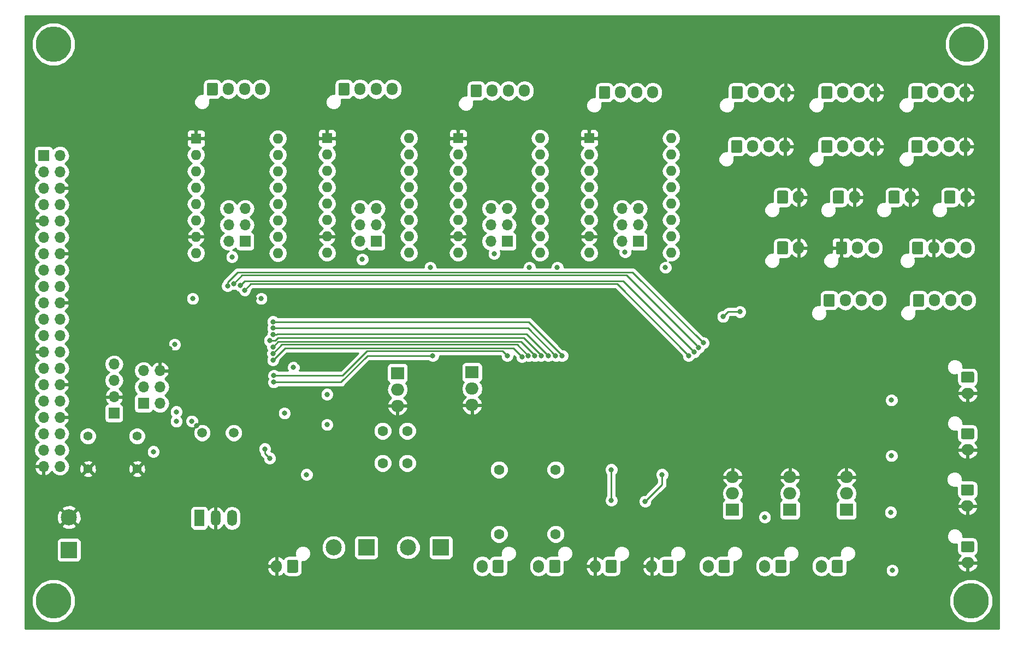
<source format=gbr>
G04 #@! TF.GenerationSoftware,KiCad,Pcbnew,(5.0.2)-1*
G04 #@! TF.CreationDate,2019-03-10T22:20:02+01:00*
G04 #@! TF.ProjectId,fdmbox_pcb_tiny,66646d62-6f78-45f7-9063-625f74696e79,rev?*
G04 #@! TF.SameCoordinates,Original*
G04 #@! TF.FileFunction,Copper,L2,Inr*
G04 #@! TF.FilePolarity,Positive*
%FSLAX46Y46*%
G04 Gerber Fmt 4.6, Leading zero omitted, Abs format (unit mm)*
G04 Created by KiCad (PCBNEW (5.0.2)-1) date 10.03.2019 22:20:02*
%MOMM*%
%LPD*%
G01*
G04 APERTURE LIST*
G04 #@! TA.AperFunction,ViaPad*
%ADD10C,5.500000*%
G04 #@! TD*
G04 #@! TA.AperFunction,ViaPad*
%ADD11R,1.600000X1.600000*%
G04 #@! TD*
G04 #@! TA.AperFunction,ViaPad*
%ADD12O,1.600000X1.600000*%
G04 #@! TD*
G04 #@! TA.AperFunction,ViaPad*
%ADD13C,1.600000*%
G04 #@! TD*
G04 #@! TA.AperFunction,ViaPad*
%ADD14R,2.500000X2.500000*%
G04 #@! TD*
G04 #@! TA.AperFunction,ViaPad*
%ADD15C,2.500000*%
G04 #@! TD*
G04 #@! TA.AperFunction,ViaPad*
%ADD16O,1.700000X1.700000*%
G04 #@! TD*
G04 #@! TA.AperFunction,ViaPad*
%ADD17R,1.700000X1.700000*%
G04 #@! TD*
G04 #@! TA.AperFunction,Conductor*
%ADD18C,0.100000*%
G04 #@! TD*
G04 #@! TA.AperFunction,ViaPad*
%ADD19C,1.700000*%
G04 #@! TD*
G04 #@! TA.AperFunction,ViaPad*
%ADD20O,2.000000X1.700000*%
G04 #@! TD*
G04 #@! TA.AperFunction,ViaPad*
%ADD21O,1.700000X2.000000*%
G04 #@! TD*
G04 #@! TA.AperFunction,ViaPad*
%ADD22O,1.700000X1.950000*%
G04 #@! TD*
G04 #@! TA.AperFunction,ViaPad*
%ADD23O,2.000000X1.905000*%
G04 #@! TD*
G04 #@! TA.AperFunction,ViaPad*
%ADD24R,2.000000X1.905000*%
G04 #@! TD*
G04 #@! TA.AperFunction,ViaPad*
%ADD25C,1.397000*%
G04 #@! TD*
G04 #@! TA.AperFunction,ViaPad*
%ADD26R,1.500000X2.500000*%
G04 #@! TD*
G04 #@! TA.AperFunction,ViaPad*
%ADD27O,1.500000X2.500000*%
G04 #@! TD*
G04 #@! TA.AperFunction,ViaPad*
%ADD28C,1.500000*%
G04 #@! TD*
G04 #@! TA.AperFunction,ViaPad*
%ADD29C,0.800000*%
G04 #@! TD*
G04 #@! TA.AperFunction,Conductor*
%ADD30C,0.250000*%
G04 #@! TD*
G04 #@! TA.AperFunction,Conductor*
%ADD31C,0.254000*%
G04 #@! TD*
G04 APERTURE END LIST*
D10*
G04 #@! TO.N,N/C*
G04 #@! TO.C,REF\002A\002A*
X81280000Y-142240000D03*
G04 #@! TD*
G04 #@! TO.N,N/C*
G04 #@! TO.C,REF\002A\002A*
X81280000Y-55880000D03*
G04 #@! TD*
G04 #@! TO.N,N/C*
G04 #@! TO.C,REF\002A\002A*
X222885000Y-55880000D03*
G04 #@! TD*
D11*
G04 #@! TO.N,GND*
G04 #@! TO.C,A1*
X103378000Y-70535800D03*
D12*
G04 #@! TO.N,/E0_EN*
X116078000Y-88315800D03*
G04 #@! TO.N,+5V*
X103378000Y-73075800D03*
G04 #@! TO.N,Net-(A1-Pad10)*
X116078000Y-85775800D03*
G04 #@! TO.N,Net-(A1-Pad3)*
X103378000Y-75615800D03*
G04 #@! TO.N,Net-(A1-Pad11)*
X116078000Y-83235800D03*
G04 #@! TO.N,Net-(A1-Pad4)*
X103378000Y-78155800D03*
G04 #@! TO.N,Net-(A1-Pad12)*
X116078000Y-80695800D03*
G04 #@! TO.N,Net-(A1-Pad5)*
X103378000Y-80695800D03*
G04 #@! TO.N,Net-(A1-Pad13)*
X116078000Y-78155800D03*
G04 #@! TO.N,Net-(A1-Pad6)*
X103378000Y-83235800D03*
G04 #@! TO.N,Net-(A1-Pad13)*
X116078000Y-75615800D03*
G04 #@! TO.N,GND*
X103378000Y-85775800D03*
G04 #@! TO.N,/E0_STEP*
X116078000Y-73075800D03*
G04 #@! TO.N,+24V*
X103378000Y-88315800D03*
G04 #@! TO.N,/E0_DIR*
X116078000Y-70535800D03*
G04 #@! TD*
D11*
G04 #@! TO.N,GND*
G04 #@! TO.C,A2*
X123698000Y-70485000D03*
D12*
G04 #@! TO.N,/E1_EN*
X136398000Y-88265000D03*
G04 #@! TO.N,+5V*
X123698000Y-73025000D03*
G04 #@! TO.N,Net-(A2-Pad10)*
X136398000Y-85725000D03*
G04 #@! TO.N,Net-(A2-Pad3)*
X123698000Y-75565000D03*
G04 #@! TO.N,Net-(A2-Pad11)*
X136398000Y-83185000D03*
G04 #@! TO.N,Net-(A2-Pad4)*
X123698000Y-78105000D03*
G04 #@! TO.N,Net-(A2-Pad12)*
X136398000Y-80645000D03*
G04 #@! TO.N,Net-(A2-Pad5)*
X123698000Y-80645000D03*
G04 #@! TO.N,Net-(A2-Pad13)*
X136398000Y-78105000D03*
G04 #@! TO.N,Net-(A2-Pad6)*
X123698000Y-83185000D03*
G04 #@! TO.N,Net-(A2-Pad13)*
X136398000Y-75565000D03*
G04 #@! TO.N,GND*
X123698000Y-85725000D03*
G04 #@! TO.N,/E1_STEP*
X136398000Y-73025000D03*
G04 #@! TO.N,+24V*
X123698000Y-88265000D03*
G04 #@! TO.N,/E1_DIR*
X136398000Y-70485000D03*
G04 #@! TD*
G04 #@! TO.N,/SPARE0_DIR*
G04 #@! TO.C,A3*
X156718000Y-70485000D03*
G04 #@! TO.N,+24V*
X144018000Y-88265000D03*
G04 #@! TO.N,/SPARE0_STEP*
X156718000Y-73025000D03*
G04 #@! TO.N,GND*
X144018000Y-85725000D03*
G04 #@! TO.N,Net-(A3-Pad13)*
X156718000Y-75565000D03*
G04 #@! TO.N,Net-(A3-Pad6)*
X144018000Y-83185000D03*
G04 #@! TO.N,Net-(A3-Pad13)*
X156718000Y-78105000D03*
G04 #@! TO.N,Net-(A3-Pad5)*
X144018000Y-80645000D03*
G04 #@! TO.N,Net-(A3-Pad12)*
X156718000Y-80645000D03*
G04 #@! TO.N,Net-(A3-Pad4)*
X144018000Y-78105000D03*
G04 #@! TO.N,Net-(A3-Pad11)*
X156718000Y-83185000D03*
G04 #@! TO.N,Net-(A3-Pad3)*
X144018000Y-75565000D03*
G04 #@! TO.N,Net-(A3-Pad10)*
X156718000Y-85725000D03*
G04 #@! TO.N,+5V*
X144018000Y-73025000D03*
G04 #@! TO.N,/SPARE0_EN*
X156718000Y-88265000D03*
D11*
G04 #@! TO.N,GND*
X144018000Y-70485000D03*
G04 #@! TD*
D12*
G04 #@! TO.N,/SPARE1_DIR*
G04 #@! TO.C,A4*
X177038000Y-70485000D03*
G04 #@! TO.N,+24V*
X164338000Y-88265000D03*
G04 #@! TO.N,/SPARE1_STEP*
X177038000Y-73025000D03*
G04 #@! TO.N,GND*
X164338000Y-85725000D03*
G04 #@! TO.N,Net-(A4-Pad13)*
X177038000Y-75565000D03*
G04 #@! TO.N,Net-(A4-Pad6)*
X164338000Y-83185000D03*
G04 #@! TO.N,Net-(A4-Pad13)*
X177038000Y-78105000D03*
G04 #@! TO.N,Net-(A4-Pad5)*
X164338000Y-80645000D03*
G04 #@! TO.N,Net-(A4-Pad12)*
X177038000Y-80645000D03*
G04 #@! TO.N,Net-(A4-Pad4)*
X164338000Y-78105000D03*
G04 #@! TO.N,Net-(A4-Pad11)*
X177038000Y-83185000D03*
G04 #@! TO.N,Net-(A4-Pad3)*
X164338000Y-75565000D03*
G04 #@! TO.N,Net-(A4-Pad10)*
X177038000Y-85725000D03*
G04 #@! TO.N,+5V*
X164338000Y-73025000D03*
G04 #@! TO.N,/SPARE1_EN*
X177038000Y-88265000D03*
D11*
G04 #@! TO.N,GND*
X164338000Y-70485000D03*
G04 #@! TD*
D13*
G04 #@! TO.N,/T_E0*
G04 #@! TO.C,F1*
X136144000Y-115904000D03*
G04 #@! TO.N,Net-(F1-Pad2)*
X136144000Y-120904000D03*
G04 #@! TD*
G04 #@! TO.N,/T_E1*
G04 #@! TO.C,F2*
X132334000Y-115904000D03*
G04 #@! TO.N,Net-(F2-Pad1)*
X132334000Y-120904000D03*
G04 #@! TD*
G04 #@! TO.N,+24V*
G04 #@! TO.C,F3*
X159131000Y-121920000D03*
G04 #@! TO.N,/FAN_E0_SW*
X159131000Y-131920000D03*
G04 #@! TD*
G04 #@! TO.N,/FAN_E1_SW*
G04 #@! TO.C,F4*
X150368000Y-131920000D03*
G04 #@! TO.N,+24V*
X150368000Y-121920000D03*
G04 #@! TD*
D14*
G04 #@! TO.N,+24V*
G04 #@! TO.C,J1*
X83693000Y-134366000D03*
D15*
G04 #@! TO.N,GND*
X83693000Y-129286000D03*
G04 #@! TD*
D16*
G04 #@! TO.N,+5V*
G04 #@! TO.C,J2*
X108458000Y-81407000D03*
G04 #@! TO.N,Net-(A1-Pad12)*
X110998000Y-81407000D03*
G04 #@! TO.N,+5V*
X108458000Y-83947000D03*
G04 #@! TO.N,Net-(A1-Pad11)*
X110998000Y-83947000D03*
G04 #@! TO.N,+5V*
X108458000Y-86487000D03*
D17*
G04 #@! TO.N,Net-(A1-Pad10)*
X110998000Y-86487000D03*
G04 #@! TD*
D18*
G04 #@! TO.N,/T_E0_IN*
G04 #@! TO.C,J3*
G36*
X223786504Y-133009204D02*
X223810773Y-133012804D01*
X223834571Y-133018765D01*
X223857671Y-133027030D01*
X223879849Y-133037520D01*
X223900893Y-133050133D01*
X223920598Y-133064747D01*
X223938777Y-133081223D01*
X223955253Y-133099402D01*
X223969867Y-133119107D01*
X223982480Y-133140151D01*
X223992970Y-133162329D01*
X224001235Y-133185429D01*
X224007196Y-133209227D01*
X224010796Y-133233496D01*
X224012000Y-133258000D01*
X224012000Y-134458000D01*
X224010796Y-134482504D01*
X224007196Y-134506773D01*
X224001235Y-134530571D01*
X223992970Y-134553671D01*
X223982480Y-134575849D01*
X223969867Y-134596893D01*
X223955253Y-134616598D01*
X223938777Y-134634777D01*
X223920598Y-134651253D01*
X223900893Y-134665867D01*
X223879849Y-134678480D01*
X223857671Y-134688970D01*
X223834571Y-134697235D01*
X223810773Y-134703196D01*
X223786504Y-134706796D01*
X223762000Y-134708000D01*
X222262000Y-134708000D01*
X222237496Y-134706796D01*
X222213227Y-134703196D01*
X222189429Y-134697235D01*
X222166329Y-134688970D01*
X222144151Y-134678480D01*
X222123107Y-134665867D01*
X222103402Y-134651253D01*
X222085223Y-134634777D01*
X222068747Y-134616598D01*
X222054133Y-134596893D01*
X222041520Y-134575849D01*
X222031030Y-134553671D01*
X222022765Y-134530571D01*
X222016804Y-134506773D01*
X222013204Y-134482504D01*
X222012000Y-134458000D01*
X222012000Y-133258000D01*
X222013204Y-133233496D01*
X222016804Y-133209227D01*
X222022765Y-133185429D01*
X222031030Y-133162329D01*
X222041520Y-133140151D01*
X222054133Y-133119107D01*
X222068747Y-133099402D01*
X222085223Y-133081223D01*
X222103402Y-133064747D01*
X222123107Y-133050133D01*
X222144151Y-133037520D01*
X222166329Y-133027030D01*
X222189429Y-133018765D01*
X222213227Y-133012804D01*
X222237496Y-133009204D01*
X222262000Y-133008000D01*
X223762000Y-133008000D01*
X223786504Y-133009204D01*
X223786504Y-133009204D01*
G37*
D19*
X223012000Y-133858000D03*
D20*
G04 #@! TO.N,GND*
X223012000Y-136358000D03*
G04 #@! TD*
D21*
G04 #@! TO.N,/FAN_E0*
G04 #@! TO.C,J4*
X200319000Y-136906000D03*
D18*
G04 #@! TO.N,+24V*
G36*
X203443504Y-135907204D02*
X203467773Y-135910804D01*
X203491571Y-135916765D01*
X203514671Y-135925030D01*
X203536849Y-135935520D01*
X203557893Y-135948133D01*
X203577598Y-135962747D01*
X203595777Y-135979223D01*
X203612253Y-135997402D01*
X203626867Y-136017107D01*
X203639480Y-136038151D01*
X203649970Y-136060329D01*
X203658235Y-136083429D01*
X203664196Y-136107227D01*
X203667796Y-136131496D01*
X203669000Y-136156000D01*
X203669000Y-137656000D01*
X203667796Y-137680504D01*
X203664196Y-137704773D01*
X203658235Y-137728571D01*
X203649970Y-137751671D01*
X203639480Y-137773849D01*
X203626867Y-137794893D01*
X203612253Y-137814598D01*
X203595777Y-137832777D01*
X203577598Y-137849253D01*
X203557893Y-137863867D01*
X203536849Y-137876480D01*
X203514671Y-137886970D01*
X203491571Y-137895235D01*
X203467773Y-137901196D01*
X203443504Y-137904796D01*
X203419000Y-137906000D01*
X202219000Y-137906000D01*
X202194496Y-137904796D01*
X202170227Y-137901196D01*
X202146429Y-137895235D01*
X202123329Y-137886970D01*
X202101151Y-137876480D01*
X202080107Y-137863867D01*
X202060402Y-137849253D01*
X202042223Y-137832777D01*
X202025747Y-137814598D01*
X202011133Y-137794893D01*
X201998520Y-137773849D01*
X201988030Y-137751671D01*
X201979765Y-137728571D01*
X201973804Y-137704773D01*
X201970204Y-137680504D01*
X201969000Y-137656000D01*
X201969000Y-136156000D01*
X201970204Y-136131496D01*
X201973804Y-136107227D01*
X201979765Y-136083429D01*
X201988030Y-136060329D01*
X201998520Y-136038151D01*
X202011133Y-136017107D01*
X202025747Y-135997402D01*
X202042223Y-135979223D01*
X202060402Y-135962747D01*
X202080107Y-135948133D01*
X202101151Y-135935520D01*
X202123329Y-135925030D01*
X202146429Y-135916765D01*
X202170227Y-135910804D01*
X202194496Y-135907204D01*
X202219000Y-135906000D01*
X203419000Y-135906000D01*
X203443504Y-135907204D01*
X203443504Y-135907204D01*
G37*
D19*
X202819000Y-136906000D03*
G04 #@! TD*
D20*
G04 #@! TO.N,GND*
G04 #@! TO.C,J5*
X222980000Y-127544000D03*
D18*
G04 #@! TO.N,/T_E1_IN*
G36*
X223754504Y-124195204D02*
X223778773Y-124198804D01*
X223802571Y-124204765D01*
X223825671Y-124213030D01*
X223847849Y-124223520D01*
X223868893Y-124236133D01*
X223888598Y-124250747D01*
X223906777Y-124267223D01*
X223923253Y-124285402D01*
X223937867Y-124305107D01*
X223950480Y-124326151D01*
X223960970Y-124348329D01*
X223969235Y-124371429D01*
X223975196Y-124395227D01*
X223978796Y-124419496D01*
X223980000Y-124444000D01*
X223980000Y-125644000D01*
X223978796Y-125668504D01*
X223975196Y-125692773D01*
X223969235Y-125716571D01*
X223960970Y-125739671D01*
X223950480Y-125761849D01*
X223937867Y-125782893D01*
X223923253Y-125802598D01*
X223906777Y-125820777D01*
X223888598Y-125837253D01*
X223868893Y-125851867D01*
X223847849Y-125864480D01*
X223825671Y-125874970D01*
X223802571Y-125883235D01*
X223778773Y-125889196D01*
X223754504Y-125892796D01*
X223730000Y-125894000D01*
X222230000Y-125894000D01*
X222205496Y-125892796D01*
X222181227Y-125889196D01*
X222157429Y-125883235D01*
X222134329Y-125874970D01*
X222112151Y-125864480D01*
X222091107Y-125851867D01*
X222071402Y-125837253D01*
X222053223Y-125820777D01*
X222036747Y-125802598D01*
X222022133Y-125782893D01*
X222009520Y-125761849D01*
X221999030Y-125739671D01*
X221990765Y-125716571D01*
X221984804Y-125692773D01*
X221981204Y-125668504D01*
X221980000Y-125644000D01*
X221980000Y-124444000D01*
X221981204Y-124419496D01*
X221984804Y-124395227D01*
X221990765Y-124371429D01*
X221999030Y-124348329D01*
X222009520Y-124326151D01*
X222022133Y-124305107D01*
X222036747Y-124285402D01*
X222053223Y-124267223D01*
X222071402Y-124250747D01*
X222091107Y-124236133D01*
X222112151Y-124223520D01*
X222134329Y-124213030D01*
X222157429Y-124204765D01*
X222181227Y-124198804D01*
X222205496Y-124195204D01*
X222230000Y-124194000D01*
X223730000Y-124194000D01*
X223754504Y-124195204D01*
X223754504Y-124195204D01*
G37*
D19*
X222980000Y-125044000D03*
G04 #@! TD*
D21*
G04 #@! TO.N,/FAN_E1*
G04 #@! TO.C,J6*
X191556000Y-136906000D03*
D18*
G04 #@! TO.N,+24V*
G36*
X194680504Y-135907204D02*
X194704773Y-135910804D01*
X194728571Y-135916765D01*
X194751671Y-135925030D01*
X194773849Y-135935520D01*
X194794893Y-135948133D01*
X194814598Y-135962747D01*
X194832777Y-135979223D01*
X194849253Y-135997402D01*
X194863867Y-136017107D01*
X194876480Y-136038151D01*
X194886970Y-136060329D01*
X194895235Y-136083429D01*
X194901196Y-136107227D01*
X194904796Y-136131496D01*
X194906000Y-136156000D01*
X194906000Y-137656000D01*
X194904796Y-137680504D01*
X194901196Y-137704773D01*
X194895235Y-137728571D01*
X194886970Y-137751671D01*
X194876480Y-137773849D01*
X194863867Y-137794893D01*
X194849253Y-137814598D01*
X194832777Y-137832777D01*
X194814598Y-137849253D01*
X194794893Y-137863867D01*
X194773849Y-137876480D01*
X194751671Y-137886970D01*
X194728571Y-137895235D01*
X194704773Y-137901196D01*
X194680504Y-137904796D01*
X194656000Y-137906000D01*
X193456000Y-137906000D01*
X193431496Y-137904796D01*
X193407227Y-137901196D01*
X193383429Y-137895235D01*
X193360329Y-137886970D01*
X193338151Y-137876480D01*
X193317107Y-137863867D01*
X193297402Y-137849253D01*
X193279223Y-137832777D01*
X193262747Y-137814598D01*
X193248133Y-137794893D01*
X193235520Y-137773849D01*
X193225030Y-137751671D01*
X193216765Y-137728571D01*
X193210804Y-137704773D01*
X193207204Y-137680504D01*
X193206000Y-137656000D01*
X193206000Y-136156000D01*
X193207204Y-136131496D01*
X193210804Y-136107227D01*
X193216765Y-136083429D01*
X193225030Y-136060329D01*
X193235520Y-136038151D01*
X193248133Y-136017107D01*
X193262747Y-135997402D01*
X193279223Y-135979223D01*
X193297402Y-135962747D01*
X193317107Y-135948133D01*
X193338151Y-135935520D01*
X193360329Y-135925030D01*
X193383429Y-135916765D01*
X193407227Y-135910804D01*
X193431496Y-135907204D01*
X193456000Y-135906000D01*
X194656000Y-135906000D01*
X194680504Y-135907204D01*
X194680504Y-135907204D01*
G37*
D19*
X194056000Y-136906000D03*
G04 #@! TD*
D18*
G04 #@! TO.N,/T_BED_IN*
G04 #@! TO.C,J7*
G36*
X223786504Y-115483204D02*
X223810773Y-115486804D01*
X223834571Y-115492765D01*
X223857671Y-115501030D01*
X223879849Y-115511520D01*
X223900893Y-115524133D01*
X223920598Y-115538747D01*
X223938777Y-115555223D01*
X223955253Y-115573402D01*
X223969867Y-115593107D01*
X223982480Y-115614151D01*
X223992970Y-115636329D01*
X224001235Y-115659429D01*
X224007196Y-115683227D01*
X224010796Y-115707496D01*
X224012000Y-115732000D01*
X224012000Y-116932000D01*
X224010796Y-116956504D01*
X224007196Y-116980773D01*
X224001235Y-117004571D01*
X223992970Y-117027671D01*
X223982480Y-117049849D01*
X223969867Y-117070893D01*
X223955253Y-117090598D01*
X223938777Y-117108777D01*
X223920598Y-117125253D01*
X223900893Y-117139867D01*
X223879849Y-117152480D01*
X223857671Y-117162970D01*
X223834571Y-117171235D01*
X223810773Y-117177196D01*
X223786504Y-117180796D01*
X223762000Y-117182000D01*
X222262000Y-117182000D01*
X222237496Y-117180796D01*
X222213227Y-117177196D01*
X222189429Y-117171235D01*
X222166329Y-117162970D01*
X222144151Y-117152480D01*
X222123107Y-117139867D01*
X222103402Y-117125253D01*
X222085223Y-117108777D01*
X222068747Y-117090598D01*
X222054133Y-117070893D01*
X222041520Y-117049849D01*
X222031030Y-117027671D01*
X222022765Y-117004571D01*
X222016804Y-116980773D01*
X222013204Y-116956504D01*
X222012000Y-116932000D01*
X222012000Y-115732000D01*
X222013204Y-115707496D01*
X222016804Y-115683227D01*
X222022765Y-115659429D01*
X222031030Y-115636329D01*
X222041520Y-115614151D01*
X222054133Y-115593107D01*
X222068747Y-115573402D01*
X222085223Y-115555223D01*
X222103402Y-115538747D01*
X222123107Y-115524133D01*
X222144151Y-115511520D01*
X222166329Y-115501030D01*
X222189429Y-115492765D01*
X222213227Y-115486804D01*
X222237496Y-115483204D01*
X222262000Y-115482000D01*
X223762000Y-115482000D01*
X223786504Y-115483204D01*
X223786504Y-115483204D01*
G37*
D19*
X223012000Y-116332000D03*
D20*
G04 #@! TO.N,GND*
X223012000Y-118832000D03*
G04 #@! TD*
D18*
G04 #@! TO.N,+24V*
G04 #@! TO.C,J8*
G36*
X185917504Y-135907204D02*
X185941773Y-135910804D01*
X185965571Y-135916765D01*
X185988671Y-135925030D01*
X186010849Y-135935520D01*
X186031893Y-135948133D01*
X186051598Y-135962747D01*
X186069777Y-135979223D01*
X186086253Y-135997402D01*
X186100867Y-136017107D01*
X186113480Y-136038151D01*
X186123970Y-136060329D01*
X186132235Y-136083429D01*
X186138196Y-136107227D01*
X186141796Y-136131496D01*
X186143000Y-136156000D01*
X186143000Y-137656000D01*
X186141796Y-137680504D01*
X186138196Y-137704773D01*
X186132235Y-137728571D01*
X186123970Y-137751671D01*
X186113480Y-137773849D01*
X186100867Y-137794893D01*
X186086253Y-137814598D01*
X186069777Y-137832777D01*
X186051598Y-137849253D01*
X186031893Y-137863867D01*
X186010849Y-137876480D01*
X185988671Y-137886970D01*
X185965571Y-137895235D01*
X185941773Y-137901196D01*
X185917504Y-137904796D01*
X185893000Y-137906000D01*
X184693000Y-137906000D01*
X184668496Y-137904796D01*
X184644227Y-137901196D01*
X184620429Y-137895235D01*
X184597329Y-137886970D01*
X184575151Y-137876480D01*
X184554107Y-137863867D01*
X184534402Y-137849253D01*
X184516223Y-137832777D01*
X184499747Y-137814598D01*
X184485133Y-137794893D01*
X184472520Y-137773849D01*
X184462030Y-137751671D01*
X184453765Y-137728571D01*
X184447804Y-137704773D01*
X184444204Y-137680504D01*
X184443000Y-137656000D01*
X184443000Y-136156000D01*
X184444204Y-136131496D01*
X184447804Y-136107227D01*
X184453765Y-136083429D01*
X184462030Y-136060329D01*
X184472520Y-136038151D01*
X184485133Y-136017107D01*
X184499747Y-135997402D01*
X184516223Y-135979223D01*
X184534402Y-135962747D01*
X184554107Y-135948133D01*
X184575151Y-135935520D01*
X184597329Y-135925030D01*
X184620429Y-135916765D01*
X184644227Y-135910804D01*
X184668496Y-135907204D01*
X184693000Y-135906000D01*
X185893000Y-135906000D01*
X185917504Y-135907204D01*
X185917504Y-135907204D01*
G37*
D19*
X185293000Y-136906000D03*
D21*
G04 #@! TO.N,/FAN_ENV*
X182793000Y-136906000D03*
G04 #@! TD*
D18*
G04 #@! TO.N,Net-(A1-Pad3)*
G04 #@! TO.C,J9*
G36*
X106542504Y-61891204D02*
X106566773Y-61894804D01*
X106590571Y-61900765D01*
X106613671Y-61909030D01*
X106635849Y-61919520D01*
X106656893Y-61932133D01*
X106676598Y-61946747D01*
X106694777Y-61963223D01*
X106711253Y-61981402D01*
X106725867Y-62001107D01*
X106738480Y-62022151D01*
X106748970Y-62044329D01*
X106757235Y-62067429D01*
X106763196Y-62091227D01*
X106766796Y-62115496D01*
X106768000Y-62140000D01*
X106768000Y-63590000D01*
X106766796Y-63614504D01*
X106763196Y-63638773D01*
X106757235Y-63662571D01*
X106748970Y-63685671D01*
X106738480Y-63707849D01*
X106725867Y-63728893D01*
X106711253Y-63748598D01*
X106694777Y-63766777D01*
X106676598Y-63783253D01*
X106656893Y-63797867D01*
X106635849Y-63810480D01*
X106613671Y-63820970D01*
X106590571Y-63829235D01*
X106566773Y-63835196D01*
X106542504Y-63838796D01*
X106518000Y-63840000D01*
X105318000Y-63840000D01*
X105293496Y-63838796D01*
X105269227Y-63835196D01*
X105245429Y-63829235D01*
X105222329Y-63820970D01*
X105200151Y-63810480D01*
X105179107Y-63797867D01*
X105159402Y-63783253D01*
X105141223Y-63766777D01*
X105124747Y-63748598D01*
X105110133Y-63728893D01*
X105097520Y-63707849D01*
X105087030Y-63685671D01*
X105078765Y-63662571D01*
X105072804Y-63638773D01*
X105069204Y-63614504D01*
X105068000Y-63590000D01*
X105068000Y-62140000D01*
X105069204Y-62115496D01*
X105072804Y-62091227D01*
X105078765Y-62067429D01*
X105087030Y-62044329D01*
X105097520Y-62022151D01*
X105110133Y-62001107D01*
X105124747Y-61981402D01*
X105141223Y-61963223D01*
X105159402Y-61946747D01*
X105179107Y-61932133D01*
X105200151Y-61919520D01*
X105222329Y-61909030D01*
X105245429Y-61900765D01*
X105269227Y-61894804D01*
X105293496Y-61891204D01*
X105318000Y-61890000D01*
X106518000Y-61890000D01*
X106542504Y-61891204D01*
X106542504Y-61891204D01*
G37*
D19*
X105918000Y-62865000D03*
D22*
G04 #@! TO.N,Net-(A1-Pad4)*
X108418000Y-62865000D03*
G04 #@! TO.N,Net-(A1-Pad5)*
X110918000Y-62865000D03*
G04 #@! TO.N,Net-(A1-Pad6)*
X113418000Y-62865000D03*
G04 #@! TD*
D18*
G04 #@! TO.N,/T_ENV_IN*
G04 #@! TO.C,J10*
G36*
X223786504Y-106720204D02*
X223810773Y-106723804D01*
X223834571Y-106729765D01*
X223857671Y-106738030D01*
X223879849Y-106748520D01*
X223900893Y-106761133D01*
X223920598Y-106775747D01*
X223938777Y-106792223D01*
X223955253Y-106810402D01*
X223969867Y-106830107D01*
X223982480Y-106851151D01*
X223992970Y-106873329D01*
X224001235Y-106896429D01*
X224007196Y-106920227D01*
X224010796Y-106944496D01*
X224012000Y-106969000D01*
X224012000Y-108169000D01*
X224010796Y-108193504D01*
X224007196Y-108217773D01*
X224001235Y-108241571D01*
X223992970Y-108264671D01*
X223982480Y-108286849D01*
X223969867Y-108307893D01*
X223955253Y-108327598D01*
X223938777Y-108345777D01*
X223920598Y-108362253D01*
X223900893Y-108376867D01*
X223879849Y-108389480D01*
X223857671Y-108399970D01*
X223834571Y-108408235D01*
X223810773Y-108414196D01*
X223786504Y-108417796D01*
X223762000Y-108419000D01*
X222262000Y-108419000D01*
X222237496Y-108417796D01*
X222213227Y-108414196D01*
X222189429Y-108408235D01*
X222166329Y-108399970D01*
X222144151Y-108389480D01*
X222123107Y-108376867D01*
X222103402Y-108362253D01*
X222085223Y-108345777D01*
X222068747Y-108327598D01*
X222054133Y-108307893D01*
X222041520Y-108286849D01*
X222031030Y-108264671D01*
X222022765Y-108241571D01*
X222016804Y-108217773D01*
X222013204Y-108193504D01*
X222012000Y-108169000D01*
X222012000Y-106969000D01*
X222013204Y-106944496D01*
X222016804Y-106920227D01*
X222022765Y-106896429D01*
X222031030Y-106873329D01*
X222041520Y-106851151D01*
X222054133Y-106830107D01*
X222068747Y-106810402D01*
X222085223Y-106792223D01*
X222103402Y-106775747D01*
X222123107Y-106761133D01*
X222144151Y-106748520D01*
X222166329Y-106738030D01*
X222189429Y-106729765D01*
X222213227Y-106723804D01*
X222237496Y-106720204D01*
X222262000Y-106719000D01*
X223762000Y-106719000D01*
X223786504Y-106720204D01*
X223786504Y-106720204D01*
G37*
D19*
X223012000Y-107569000D03*
D20*
G04 #@! TO.N,GND*
X223012000Y-110069000D03*
G04 #@! TD*
D18*
G04 #@! TO.N,+24V*
G04 #@! TO.C,J11*
G36*
X118988504Y-135907204D02*
X119012773Y-135910804D01*
X119036571Y-135916765D01*
X119059671Y-135925030D01*
X119081849Y-135935520D01*
X119102893Y-135948133D01*
X119122598Y-135962747D01*
X119140777Y-135979223D01*
X119157253Y-135997402D01*
X119171867Y-136017107D01*
X119184480Y-136038151D01*
X119194970Y-136060329D01*
X119203235Y-136083429D01*
X119209196Y-136107227D01*
X119212796Y-136131496D01*
X119214000Y-136156000D01*
X119214000Y-137656000D01*
X119212796Y-137680504D01*
X119209196Y-137704773D01*
X119203235Y-137728571D01*
X119194970Y-137751671D01*
X119184480Y-137773849D01*
X119171867Y-137794893D01*
X119157253Y-137814598D01*
X119140777Y-137832777D01*
X119122598Y-137849253D01*
X119102893Y-137863867D01*
X119081849Y-137876480D01*
X119059671Y-137886970D01*
X119036571Y-137895235D01*
X119012773Y-137901196D01*
X118988504Y-137904796D01*
X118964000Y-137906000D01*
X117764000Y-137906000D01*
X117739496Y-137904796D01*
X117715227Y-137901196D01*
X117691429Y-137895235D01*
X117668329Y-137886970D01*
X117646151Y-137876480D01*
X117625107Y-137863867D01*
X117605402Y-137849253D01*
X117587223Y-137832777D01*
X117570747Y-137814598D01*
X117556133Y-137794893D01*
X117543520Y-137773849D01*
X117533030Y-137751671D01*
X117524765Y-137728571D01*
X117518804Y-137704773D01*
X117515204Y-137680504D01*
X117514000Y-137656000D01*
X117514000Y-136156000D01*
X117515204Y-136131496D01*
X117518804Y-136107227D01*
X117524765Y-136083429D01*
X117533030Y-136060329D01*
X117543520Y-136038151D01*
X117556133Y-136017107D01*
X117570747Y-135997402D01*
X117587223Y-135979223D01*
X117605402Y-135962747D01*
X117625107Y-135948133D01*
X117646151Y-135935520D01*
X117668329Y-135925030D01*
X117691429Y-135916765D01*
X117715227Y-135910804D01*
X117739496Y-135907204D01*
X117764000Y-135906000D01*
X118964000Y-135906000D01*
X118988504Y-135907204D01*
X118988504Y-135907204D01*
G37*
D19*
X118364000Y-136906000D03*
D21*
G04 #@! TO.N,GND*
X115864000Y-136906000D03*
G04 #@! TD*
D17*
G04 #@! TO.N,Net-(A2-Pad10)*
G04 #@! TO.C,J12*
X131318000Y-86487000D03*
D16*
G04 #@! TO.N,+5V*
X128778000Y-86487000D03*
G04 #@! TO.N,Net-(A2-Pad11)*
X131318000Y-83947000D03*
G04 #@! TO.N,+5V*
X128778000Y-83947000D03*
G04 #@! TO.N,Net-(A2-Pad12)*
X131318000Y-81407000D03*
G04 #@! TO.N,+5V*
X128778000Y-81407000D03*
G04 #@! TD*
D15*
G04 #@! TO.N,Net-(F1-Pad2)*
G04 #@! TO.C,J13*
X136271000Y-133985000D03*
D14*
G04 #@! TO.N,+24V*
X141351000Y-133985000D03*
G04 #@! TD*
D17*
G04 #@! TO.N,/MISO*
G04 #@! TO.C,J14*
X95250000Y-111633000D03*
D16*
G04 #@! TO.N,Net-(D3-Pad2)*
X97790000Y-111633000D03*
G04 #@! TO.N,/SCK*
X95250000Y-109093000D03*
G04 #@! TO.N,/MOSI*
X97790000Y-109093000D03*
G04 #@! TO.N,/RESET*
X95250000Y-106553000D03*
G04 #@! TO.N,GND*
X97790000Y-106553000D03*
G04 #@! TD*
D21*
G04 #@! TO.N,GND*
G04 #@! TO.C,J15*
X196810000Y-87503000D03*
D18*
G04 #@! TO.N,/X0MIN*
G36*
X194934504Y-86504204D02*
X194958773Y-86507804D01*
X194982571Y-86513765D01*
X195005671Y-86522030D01*
X195027849Y-86532520D01*
X195048893Y-86545133D01*
X195068598Y-86559747D01*
X195086777Y-86576223D01*
X195103253Y-86594402D01*
X195117867Y-86614107D01*
X195130480Y-86635151D01*
X195140970Y-86657329D01*
X195149235Y-86680429D01*
X195155196Y-86704227D01*
X195158796Y-86728496D01*
X195160000Y-86753000D01*
X195160000Y-88253000D01*
X195158796Y-88277504D01*
X195155196Y-88301773D01*
X195149235Y-88325571D01*
X195140970Y-88348671D01*
X195130480Y-88370849D01*
X195117867Y-88391893D01*
X195103253Y-88411598D01*
X195086777Y-88429777D01*
X195068598Y-88446253D01*
X195048893Y-88460867D01*
X195027849Y-88473480D01*
X195005671Y-88483970D01*
X194982571Y-88492235D01*
X194958773Y-88498196D01*
X194934504Y-88501796D01*
X194910000Y-88503000D01*
X193710000Y-88503000D01*
X193685496Y-88501796D01*
X193661227Y-88498196D01*
X193637429Y-88492235D01*
X193614329Y-88483970D01*
X193592151Y-88473480D01*
X193571107Y-88460867D01*
X193551402Y-88446253D01*
X193533223Y-88429777D01*
X193516747Y-88411598D01*
X193502133Y-88391893D01*
X193489520Y-88370849D01*
X193479030Y-88348671D01*
X193470765Y-88325571D01*
X193464804Y-88301773D01*
X193461204Y-88277504D01*
X193460000Y-88253000D01*
X193460000Y-86753000D01*
X193461204Y-86728496D01*
X193464804Y-86704227D01*
X193470765Y-86680429D01*
X193479030Y-86657329D01*
X193489520Y-86635151D01*
X193502133Y-86614107D01*
X193516747Y-86594402D01*
X193533223Y-86576223D01*
X193551402Y-86559747D01*
X193571107Y-86545133D01*
X193592151Y-86532520D01*
X193614329Y-86522030D01*
X193637429Y-86513765D01*
X193661227Y-86507804D01*
X193685496Y-86504204D01*
X193710000Y-86503000D01*
X194910000Y-86503000D01*
X194934504Y-86504204D01*
X194934504Y-86504204D01*
G37*
D19*
X194310000Y-87503000D03*
G04 #@! TD*
D14*
G04 #@! TO.N,+24V*
G04 #@! TO.C,J16*
X129794000Y-133985000D03*
D15*
G04 #@! TO.N,Net-(F2-Pad1)*
X124714000Y-133985000D03*
G04 #@! TD*
D21*
G04 #@! TO.N,+24V*
G04 #@! TO.C,J17*
X156504000Y-136906000D03*
D18*
G04 #@! TO.N,/FAN_E0_SW*
G36*
X159628504Y-135907204D02*
X159652773Y-135910804D01*
X159676571Y-135916765D01*
X159699671Y-135925030D01*
X159721849Y-135935520D01*
X159742893Y-135948133D01*
X159762598Y-135962747D01*
X159780777Y-135979223D01*
X159797253Y-135997402D01*
X159811867Y-136017107D01*
X159824480Y-136038151D01*
X159834970Y-136060329D01*
X159843235Y-136083429D01*
X159849196Y-136107227D01*
X159852796Y-136131496D01*
X159854000Y-136156000D01*
X159854000Y-137656000D01*
X159852796Y-137680504D01*
X159849196Y-137704773D01*
X159843235Y-137728571D01*
X159834970Y-137751671D01*
X159824480Y-137773849D01*
X159811867Y-137794893D01*
X159797253Y-137814598D01*
X159780777Y-137832777D01*
X159762598Y-137849253D01*
X159742893Y-137863867D01*
X159721849Y-137876480D01*
X159699671Y-137886970D01*
X159676571Y-137895235D01*
X159652773Y-137901196D01*
X159628504Y-137904796D01*
X159604000Y-137906000D01*
X158404000Y-137906000D01*
X158379496Y-137904796D01*
X158355227Y-137901196D01*
X158331429Y-137895235D01*
X158308329Y-137886970D01*
X158286151Y-137876480D01*
X158265107Y-137863867D01*
X158245402Y-137849253D01*
X158227223Y-137832777D01*
X158210747Y-137814598D01*
X158196133Y-137794893D01*
X158183520Y-137773849D01*
X158173030Y-137751671D01*
X158164765Y-137728571D01*
X158158804Y-137704773D01*
X158155204Y-137680504D01*
X158154000Y-137656000D01*
X158154000Y-136156000D01*
X158155204Y-136131496D01*
X158158804Y-136107227D01*
X158164765Y-136083429D01*
X158173030Y-136060329D01*
X158183520Y-136038151D01*
X158196133Y-136017107D01*
X158210747Y-135997402D01*
X158227223Y-135979223D01*
X158245402Y-135962747D01*
X158265107Y-135948133D01*
X158286151Y-135935520D01*
X158308329Y-135925030D01*
X158331429Y-135916765D01*
X158355227Y-135910804D01*
X158379496Y-135907204D01*
X158404000Y-135906000D01*
X159604000Y-135906000D01*
X159628504Y-135907204D01*
X159628504Y-135907204D01*
G37*
D19*
X159004000Y-136906000D03*
G04 #@! TD*
D18*
G04 #@! TO.N,/X1MIN*
G04 #@! TO.C,J18*
G36*
X194934504Y-78630204D02*
X194958773Y-78633804D01*
X194982571Y-78639765D01*
X195005671Y-78648030D01*
X195027849Y-78658520D01*
X195048893Y-78671133D01*
X195068598Y-78685747D01*
X195086777Y-78702223D01*
X195103253Y-78720402D01*
X195117867Y-78740107D01*
X195130480Y-78761151D01*
X195140970Y-78783329D01*
X195149235Y-78806429D01*
X195155196Y-78830227D01*
X195158796Y-78854496D01*
X195160000Y-78879000D01*
X195160000Y-80379000D01*
X195158796Y-80403504D01*
X195155196Y-80427773D01*
X195149235Y-80451571D01*
X195140970Y-80474671D01*
X195130480Y-80496849D01*
X195117867Y-80517893D01*
X195103253Y-80537598D01*
X195086777Y-80555777D01*
X195068598Y-80572253D01*
X195048893Y-80586867D01*
X195027849Y-80599480D01*
X195005671Y-80609970D01*
X194982571Y-80618235D01*
X194958773Y-80624196D01*
X194934504Y-80627796D01*
X194910000Y-80629000D01*
X193710000Y-80629000D01*
X193685496Y-80627796D01*
X193661227Y-80624196D01*
X193637429Y-80618235D01*
X193614329Y-80609970D01*
X193592151Y-80599480D01*
X193571107Y-80586867D01*
X193551402Y-80572253D01*
X193533223Y-80555777D01*
X193516747Y-80537598D01*
X193502133Y-80517893D01*
X193489520Y-80496849D01*
X193479030Y-80474671D01*
X193470765Y-80451571D01*
X193464804Y-80427773D01*
X193461204Y-80403504D01*
X193460000Y-80379000D01*
X193460000Y-78879000D01*
X193461204Y-78854496D01*
X193464804Y-78830227D01*
X193470765Y-78806429D01*
X193479030Y-78783329D01*
X193489520Y-78761151D01*
X193502133Y-78740107D01*
X193516747Y-78720402D01*
X193533223Y-78702223D01*
X193551402Y-78685747D01*
X193571107Y-78671133D01*
X193592151Y-78658520D01*
X193614329Y-78648030D01*
X193637429Y-78639765D01*
X193661227Y-78633804D01*
X193685496Y-78630204D01*
X193710000Y-78629000D01*
X194910000Y-78629000D01*
X194934504Y-78630204D01*
X194934504Y-78630204D01*
G37*
D19*
X194310000Y-79629000D03*
D21*
G04 #@! TO.N,GND*
X196810000Y-79629000D03*
G04 #@! TD*
D18*
G04 #@! TO.N,Net-(A2-Pad3)*
G04 #@! TO.C,J19*
G36*
X126942504Y-61891204D02*
X126966773Y-61894804D01*
X126990571Y-61900765D01*
X127013671Y-61909030D01*
X127035849Y-61919520D01*
X127056893Y-61932133D01*
X127076598Y-61946747D01*
X127094777Y-61963223D01*
X127111253Y-61981402D01*
X127125867Y-62001107D01*
X127138480Y-62022151D01*
X127148970Y-62044329D01*
X127157235Y-62067429D01*
X127163196Y-62091227D01*
X127166796Y-62115496D01*
X127168000Y-62140000D01*
X127168000Y-63590000D01*
X127166796Y-63614504D01*
X127163196Y-63638773D01*
X127157235Y-63662571D01*
X127148970Y-63685671D01*
X127138480Y-63707849D01*
X127125867Y-63728893D01*
X127111253Y-63748598D01*
X127094777Y-63766777D01*
X127076598Y-63783253D01*
X127056893Y-63797867D01*
X127035849Y-63810480D01*
X127013671Y-63820970D01*
X126990571Y-63829235D01*
X126966773Y-63835196D01*
X126942504Y-63838796D01*
X126918000Y-63840000D01*
X125718000Y-63840000D01*
X125693496Y-63838796D01*
X125669227Y-63835196D01*
X125645429Y-63829235D01*
X125622329Y-63820970D01*
X125600151Y-63810480D01*
X125579107Y-63797867D01*
X125559402Y-63783253D01*
X125541223Y-63766777D01*
X125524747Y-63748598D01*
X125510133Y-63728893D01*
X125497520Y-63707849D01*
X125487030Y-63685671D01*
X125478765Y-63662571D01*
X125472804Y-63638773D01*
X125469204Y-63614504D01*
X125468000Y-63590000D01*
X125468000Y-62140000D01*
X125469204Y-62115496D01*
X125472804Y-62091227D01*
X125478765Y-62067429D01*
X125487030Y-62044329D01*
X125497520Y-62022151D01*
X125510133Y-62001107D01*
X125524747Y-61981402D01*
X125541223Y-61963223D01*
X125559402Y-61946747D01*
X125579107Y-61932133D01*
X125600151Y-61919520D01*
X125622329Y-61909030D01*
X125645429Y-61900765D01*
X125669227Y-61894804D01*
X125693496Y-61891204D01*
X125718000Y-61890000D01*
X126918000Y-61890000D01*
X126942504Y-61891204D01*
X126942504Y-61891204D01*
G37*
D19*
X126318000Y-62865000D03*
D22*
G04 #@! TO.N,Net-(A2-Pad4)*
X128818000Y-62865000D03*
G04 #@! TO.N,Net-(A2-Pad5)*
X131318000Y-62865000D03*
G04 #@! TO.N,Net-(A2-Pad6)*
X133818000Y-62865000D03*
G04 #@! TD*
D21*
G04 #@! TO.N,GND*
G04 #@! TO.C,J20*
X205486000Y-79629000D03*
D18*
G04 #@! TO.N,/YMIN*
G36*
X203610504Y-78630204D02*
X203634773Y-78633804D01*
X203658571Y-78639765D01*
X203681671Y-78648030D01*
X203703849Y-78658520D01*
X203724893Y-78671133D01*
X203744598Y-78685747D01*
X203762777Y-78702223D01*
X203779253Y-78720402D01*
X203793867Y-78740107D01*
X203806480Y-78761151D01*
X203816970Y-78783329D01*
X203825235Y-78806429D01*
X203831196Y-78830227D01*
X203834796Y-78854496D01*
X203836000Y-78879000D01*
X203836000Y-80379000D01*
X203834796Y-80403504D01*
X203831196Y-80427773D01*
X203825235Y-80451571D01*
X203816970Y-80474671D01*
X203806480Y-80496849D01*
X203793867Y-80517893D01*
X203779253Y-80537598D01*
X203762777Y-80555777D01*
X203744598Y-80572253D01*
X203724893Y-80586867D01*
X203703849Y-80599480D01*
X203681671Y-80609970D01*
X203658571Y-80618235D01*
X203634773Y-80624196D01*
X203610504Y-80627796D01*
X203586000Y-80629000D01*
X202386000Y-80629000D01*
X202361496Y-80627796D01*
X202337227Y-80624196D01*
X202313429Y-80618235D01*
X202290329Y-80609970D01*
X202268151Y-80599480D01*
X202247107Y-80586867D01*
X202227402Y-80572253D01*
X202209223Y-80555777D01*
X202192747Y-80537598D01*
X202178133Y-80517893D01*
X202165520Y-80496849D01*
X202155030Y-80474671D01*
X202146765Y-80451571D01*
X202140804Y-80427773D01*
X202137204Y-80403504D01*
X202136000Y-80379000D01*
X202136000Y-78879000D01*
X202137204Y-78854496D01*
X202140804Y-78830227D01*
X202146765Y-78806429D01*
X202155030Y-78783329D01*
X202165520Y-78761151D01*
X202178133Y-78740107D01*
X202192747Y-78720402D01*
X202209223Y-78702223D01*
X202227402Y-78685747D01*
X202247107Y-78671133D01*
X202268151Y-78658520D01*
X202290329Y-78648030D01*
X202313429Y-78639765D01*
X202337227Y-78633804D01*
X202361496Y-78630204D01*
X202386000Y-78629000D01*
X203586000Y-78629000D01*
X203610504Y-78630204D01*
X203610504Y-78630204D01*
G37*
D19*
X202986000Y-79629000D03*
G04 #@! TD*
D18*
G04 #@! TO.N,/FAN_E1_SW*
G04 #@! TO.C,J21*
G36*
X150865504Y-135907204D02*
X150889773Y-135910804D01*
X150913571Y-135916765D01*
X150936671Y-135925030D01*
X150958849Y-135935520D01*
X150979893Y-135948133D01*
X150999598Y-135962747D01*
X151017777Y-135979223D01*
X151034253Y-135997402D01*
X151048867Y-136017107D01*
X151061480Y-136038151D01*
X151071970Y-136060329D01*
X151080235Y-136083429D01*
X151086196Y-136107227D01*
X151089796Y-136131496D01*
X151091000Y-136156000D01*
X151091000Y-137656000D01*
X151089796Y-137680504D01*
X151086196Y-137704773D01*
X151080235Y-137728571D01*
X151071970Y-137751671D01*
X151061480Y-137773849D01*
X151048867Y-137794893D01*
X151034253Y-137814598D01*
X151017777Y-137832777D01*
X150999598Y-137849253D01*
X150979893Y-137863867D01*
X150958849Y-137876480D01*
X150936671Y-137886970D01*
X150913571Y-137895235D01*
X150889773Y-137901196D01*
X150865504Y-137904796D01*
X150841000Y-137906000D01*
X149641000Y-137906000D01*
X149616496Y-137904796D01*
X149592227Y-137901196D01*
X149568429Y-137895235D01*
X149545329Y-137886970D01*
X149523151Y-137876480D01*
X149502107Y-137863867D01*
X149482402Y-137849253D01*
X149464223Y-137832777D01*
X149447747Y-137814598D01*
X149433133Y-137794893D01*
X149420520Y-137773849D01*
X149410030Y-137751671D01*
X149401765Y-137728571D01*
X149395804Y-137704773D01*
X149392204Y-137680504D01*
X149391000Y-137656000D01*
X149391000Y-136156000D01*
X149392204Y-136131496D01*
X149395804Y-136107227D01*
X149401765Y-136083429D01*
X149410030Y-136060329D01*
X149420520Y-136038151D01*
X149433133Y-136017107D01*
X149447747Y-135997402D01*
X149464223Y-135979223D01*
X149482402Y-135962747D01*
X149502107Y-135948133D01*
X149523151Y-135935520D01*
X149545329Y-135925030D01*
X149568429Y-135916765D01*
X149592227Y-135910804D01*
X149616496Y-135907204D01*
X149641000Y-135906000D01*
X150841000Y-135906000D01*
X150865504Y-135907204D01*
X150865504Y-135907204D01*
G37*
D19*
X150241000Y-136906000D03*
D21*
G04 #@! TO.N,+24V*
X147741000Y-136906000D03*
G04 #@! TD*
D16*
G04 #@! TO.N,+5V*
G04 #@! TO.C,J22*
X149098000Y-81407000D03*
G04 #@! TO.N,Net-(A3-Pad12)*
X151638000Y-81407000D03*
G04 #@! TO.N,+5V*
X149098000Y-83947000D03*
G04 #@! TO.N,Net-(A3-Pad11)*
X151638000Y-83947000D03*
G04 #@! TO.N,+5V*
X149098000Y-86487000D03*
D17*
G04 #@! TO.N,Net-(A3-Pad10)*
X151638000Y-86487000D03*
G04 #@! TD*
D21*
G04 #@! TO.N,GND*
G04 #@! TO.C,J23*
X214122000Y-79629000D03*
D18*
G04 #@! TO.N,/ZMIN*
G36*
X212246504Y-78630204D02*
X212270773Y-78633804D01*
X212294571Y-78639765D01*
X212317671Y-78648030D01*
X212339849Y-78658520D01*
X212360893Y-78671133D01*
X212380598Y-78685747D01*
X212398777Y-78702223D01*
X212415253Y-78720402D01*
X212429867Y-78740107D01*
X212442480Y-78761151D01*
X212452970Y-78783329D01*
X212461235Y-78806429D01*
X212467196Y-78830227D01*
X212470796Y-78854496D01*
X212472000Y-78879000D01*
X212472000Y-80379000D01*
X212470796Y-80403504D01*
X212467196Y-80427773D01*
X212461235Y-80451571D01*
X212452970Y-80474671D01*
X212442480Y-80496849D01*
X212429867Y-80517893D01*
X212415253Y-80537598D01*
X212398777Y-80555777D01*
X212380598Y-80572253D01*
X212360893Y-80586867D01*
X212339849Y-80599480D01*
X212317671Y-80609970D01*
X212294571Y-80618235D01*
X212270773Y-80624196D01*
X212246504Y-80627796D01*
X212222000Y-80629000D01*
X211022000Y-80629000D01*
X210997496Y-80627796D01*
X210973227Y-80624196D01*
X210949429Y-80618235D01*
X210926329Y-80609970D01*
X210904151Y-80599480D01*
X210883107Y-80586867D01*
X210863402Y-80572253D01*
X210845223Y-80555777D01*
X210828747Y-80537598D01*
X210814133Y-80517893D01*
X210801520Y-80496849D01*
X210791030Y-80474671D01*
X210782765Y-80451571D01*
X210776804Y-80427773D01*
X210773204Y-80403504D01*
X210772000Y-80379000D01*
X210772000Y-78879000D01*
X210773204Y-78854496D01*
X210776804Y-78830227D01*
X210782765Y-78806429D01*
X210791030Y-78783329D01*
X210801520Y-78761151D01*
X210814133Y-78740107D01*
X210828747Y-78720402D01*
X210845223Y-78702223D01*
X210863402Y-78685747D01*
X210883107Y-78671133D01*
X210904151Y-78658520D01*
X210926329Y-78648030D01*
X210949429Y-78639765D01*
X210973227Y-78633804D01*
X210997496Y-78630204D01*
X211022000Y-78629000D01*
X212222000Y-78629000D01*
X212246504Y-78630204D01*
X212246504Y-78630204D01*
G37*
D19*
X211622000Y-79629000D03*
G04 #@! TD*
D18*
G04 #@! TO.N,/ZMAX*
G04 #@! TO.C,J24*
G36*
X220882504Y-78630204D02*
X220906773Y-78633804D01*
X220930571Y-78639765D01*
X220953671Y-78648030D01*
X220975849Y-78658520D01*
X220996893Y-78671133D01*
X221016598Y-78685747D01*
X221034777Y-78702223D01*
X221051253Y-78720402D01*
X221065867Y-78740107D01*
X221078480Y-78761151D01*
X221088970Y-78783329D01*
X221097235Y-78806429D01*
X221103196Y-78830227D01*
X221106796Y-78854496D01*
X221108000Y-78879000D01*
X221108000Y-80379000D01*
X221106796Y-80403504D01*
X221103196Y-80427773D01*
X221097235Y-80451571D01*
X221088970Y-80474671D01*
X221078480Y-80496849D01*
X221065867Y-80517893D01*
X221051253Y-80537598D01*
X221034777Y-80555777D01*
X221016598Y-80572253D01*
X220996893Y-80586867D01*
X220975849Y-80599480D01*
X220953671Y-80609970D01*
X220930571Y-80618235D01*
X220906773Y-80624196D01*
X220882504Y-80627796D01*
X220858000Y-80629000D01*
X219658000Y-80629000D01*
X219633496Y-80627796D01*
X219609227Y-80624196D01*
X219585429Y-80618235D01*
X219562329Y-80609970D01*
X219540151Y-80599480D01*
X219519107Y-80586867D01*
X219499402Y-80572253D01*
X219481223Y-80555777D01*
X219464747Y-80537598D01*
X219450133Y-80517893D01*
X219437520Y-80496849D01*
X219427030Y-80474671D01*
X219418765Y-80451571D01*
X219412804Y-80427773D01*
X219409204Y-80403504D01*
X219408000Y-80379000D01*
X219408000Y-78879000D01*
X219409204Y-78854496D01*
X219412804Y-78830227D01*
X219418765Y-78806429D01*
X219427030Y-78783329D01*
X219437520Y-78761151D01*
X219450133Y-78740107D01*
X219464747Y-78720402D01*
X219481223Y-78702223D01*
X219499402Y-78685747D01*
X219519107Y-78671133D01*
X219540151Y-78658520D01*
X219562329Y-78648030D01*
X219585429Y-78639765D01*
X219609227Y-78633804D01*
X219633496Y-78630204D01*
X219658000Y-78629000D01*
X220858000Y-78629000D01*
X220882504Y-78630204D01*
X220882504Y-78630204D01*
G37*
D19*
X220258000Y-79629000D03*
D21*
G04 #@! TO.N,GND*
X222758000Y-79629000D03*
G04 #@! TD*
D22*
G04 #@! TO.N,GND*
G04 #@! TO.C,J25*
X194698000Y-71755000D03*
G04 #@! TO.N,/MOT_X0_STEP*
X192198000Y-71755000D03*
G04 #@! TO.N,/MOT_X0_DIR*
X189698000Y-71755000D03*
D18*
G04 #@! TO.N,/MOT_X0_EN*
G36*
X187822504Y-70781204D02*
X187846773Y-70784804D01*
X187870571Y-70790765D01*
X187893671Y-70799030D01*
X187915849Y-70809520D01*
X187936893Y-70822133D01*
X187956598Y-70836747D01*
X187974777Y-70853223D01*
X187991253Y-70871402D01*
X188005867Y-70891107D01*
X188018480Y-70912151D01*
X188028970Y-70934329D01*
X188037235Y-70957429D01*
X188043196Y-70981227D01*
X188046796Y-71005496D01*
X188048000Y-71030000D01*
X188048000Y-72480000D01*
X188046796Y-72504504D01*
X188043196Y-72528773D01*
X188037235Y-72552571D01*
X188028970Y-72575671D01*
X188018480Y-72597849D01*
X188005867Y-72618893D01*
X187991253Y-72638598D01*
X187974777Y-72656777D01*
X187956598Y-72673253D01*
X187936893Y-72687867D01*
X187915849Y-72700480D01*
X187893671Y-72710970D01*
X187870571Y-72719235D01*
X187846773Y-72725196D01*
X187822504Y-72728796D01*
X187798000Y-72730000D01*
X186598000Y-72730000D01*
X186573496Y-72728796D01*
X186549227Y-72725196D01*
X186525429Y-72719235D01*
X186502329Y-72710970D01*
X186480151Y-72700480D01*
X186459107Y-72687867D01*
X186439402Y-72673253D01*
X186421223Y-72656777D01*
X186404747Y-72638598D01*
X186390133Y-72618893D01*
X186377520Y-72597849D01*
X186367030Y-72575671D01*
X186358765Y-72552571D01*
X186352804Y-72528773D01*
X186349204Y-72504504D01*
X186348000Y-72480000D01*
X186348000Y-71030000D01*
X186349204Y-71005496D01*
X186352804Y-70981227D01*
X186358765Y-70957429D01*
X186367030Y-70934329D01*
X186377520Y-70912151D01*
X186390133Y-70891107D01*
X186404747Y-70871402D01*
X186421223Y-70853223D01*
X186439402Y-70836747D01*
X186459107Y-70822133D01*
X186480151Y-70809520D01*
X186502329Y-70799030D01*
X186525429Y-70790765D01*
X186549227Y-70784804D01*
X186573496Y-70781204D01*
X186598000Y-70780000D01*
X187798000Y-70780000D01*
X187822504Y-70781204D01*
X187822504Y-70781204D01*
G37*
D19*
X187198000Y-71755000D03*
G04 #@! TD*
D17*
G04 #@! TO.N,+3V3*
G04 #@! TO.C,J26*
X79756000Y-73152000D03*
D16*
G04 #@! TO.N,+5V*
X82296000Y-73152000D03*
G04 #@! TO.N,Net-(J26-Pad3)*
X79756000Y-75692000D03*
G04 #@! TO.N,+5V*
X82296000Y-75692000D03*
G04 #@! TO.N,Net-(J26-Pad5)*
X79756000Y-78232000D03*
G04 #@! TO.N,GND*
X82296000Y-78232000D03*
G04 #@! TO.N,Net-(J26-Pad7)*
X79756000Y-80772000D03*
G04 #@! TO.N,/TX_3_3*
X82296000Y-80772000D03*
G04 #@! TO.N,GND*
X79756000Y-83312000D03*
G04 #@! TO.N,/RX_3_3*
X82296000Y-83312000D03*
G04 #@! TO.N,Net-(J26-Pad11)*
X79756000Y-85852000D03*
G04 #@! TO.N,Net-(J26-Pad12)*
X82296000Y-85852000D03*
G04 #@! TO.N,Net-(J26-Pad13)*
X79756000Y-88392000D03*
G04 #@! TO.N,GND*
X82296000Y-88392000D03*
G04 #@! TO.N,Net-(J26-Pad15)*
X79756000Y-90932000D03*
G04 #@! TO.N,Net-(J26-Pad16)*
X82296000Y-90932000D03*
G04 #@! TO.N,Net-(J26-Pad17)*
X79756000Y-93472000D03*
G04 #@! TO.N,Net-(J26-Pad18)*
X82296000Y-93472000D03*
G04 #@! TO.N,Net-(J26-Pad19)*
X79756000Y-96012000D03*
G04 #@! TO.N,GND*
X82296000Y-96012000D03*
G04 #@! TO.N,Net-(J26-Pad21)*
X79756000Y-98552000D03*
G04 #@! TO.N,Net-(J26-Pad22)*
X82296000Y-98552000D03*
G04 #@! TO.N,Net-(J26-Pad23)*
X79756000Y-101092000D03*
G04 #@! TO.N,Net-(J26-Pad24)*
X82296000Y-101092000D03*
G04 #@! TO.N,GND*
X79756000Y-103632000D03*
G04 #@! TO.N,Net-(J26-Pad26)*
X82296000Y-103632000D03*
G04 #@! TO.N,Net-(J26-Pad27)*
X79756000Y-106172000D03*
G04 #@! TO.N,Net-(J26-Pad28)*
X82296000Y-106172000D03*
G04 #@! TO.N,Net-(J26-Pad29)*
X79756000Y-108712000D03*
G04 #@! TO.N,GND*
X82296000Y-108712000D03*
G04 #@! TO.N,Net-(J26-Pad31)*
X79756000Y-111252000D03*
G04 #@! TO.N,Net-(J26-Pad32)*
X82296000Y-111252000D03*
G04 #@! TO.N,Net-(J26-Pad33)*
X79756000Y-113792000D03*
G04 #@! TO.N,GND*
X82296000Y-113792000D03*
G04 #@! TO.N,Net-(J26-Pad35)*
X79756000Y-116332000D03*
G04 #@! TO.N,Net-(J26-Pad36)*
X82296000Y-116332000D03*
G04 #@! TO.N,Net-(J26-Pad37)*
X79756000Y-118872000D03*
G04 #@! TO.N,Net-(J26-Pad38)*
X82296000Y-118872000D03*
G04 #@! TO.N,GND*
X79756000Y-121412000D03*
G04 #@! TO.N,Net-(J26-Pad40)*
X82296000Y-121412000D03*
G04 #@! TD*
D18*
G04 #@! TO.N,GND*
G04 #@! TO.C,J27*
G36*
X204078504Y-86529204D02*
X204102773Y-86532804D01*
X204126571Y-86538765D01*
X204149671Y-86547030D01*
X204171849Y-86557520D01*
X204192893Y-86570133D01*
X204212598Y-86584747D01*
X204230777Y-86601223D01*
X204247253Y-86619402D01*
X204261867Y-86639107D01*
X204274480Y-86660151D01*
X204284970Y-86682329D01*
X204293235Y-86705429D01*
X204299196Y-86729227D01*
X204302796Y-86753496D01*
X204304000Y-86778000D01*
X204304000Y-88228000D01*
X204302796Y-88252504D01*
X204299196Y-88276773D01*
X204293235Y-88300571D01*
X204284970Y-88323671D01*
X204274480Y-88345849D01*
X204261867Y-88366893D01*
X204247253Y-88386598D01*
X204230777Y-88404777D01*
X204212598Y-88421253D01*
X204192893Y-88435867D01*
X204171849Y-88448480D01*
X204149671Y-88458970D01*
X204126571Y-88467235D01*
X204102773Y-88473196D01*
X204078504Y-88476796D01*
X204054000Y-88478000D01*
X202854000Y-88478000D01*
X202829496Y-88476796D01*
X202805227Y-88473196D01*
X202781429Y-88467235D01*
X202758329Y-88458970D01*
X202736151Y-88448480D01*
X202715107Y-88435867D01*
X202695402Y-88421253D01*
X202677223Y-88404777D01*
X202660747Y-88386598D01*
X202646133Y-88366893D01*
X202633520Y-88345849D01*
X202623030Y-88323671D01*
X202614765Y-88300571D01*
X202608804Y-88276773D01*
X202605204Y-88252504D01*
X202604000Y-88228000D01*
X202604000Y-86778000D01*
X202605204Y-86753496D01*
X202608804Y-86729227D01*
X202614765Y-86705429D01*
X202623030Y-86682329D01*
X202633520Y-86660151D01*
X202646133Y-86639107D01*
X202660747Y-86619402D01*
X202677223Y-86601223D01*
X202695402Y-86584747D01*
X202715107Y-86570133D01*
X202736151Y-86557520D01*
X202758329Y-86547030D01*
X202781429Y-86538765D01*
X202805227Y-86532804D01*
X202829496Y-86529204D01*
X202854000Y-86528000D01*
X204054000Y-86528000D01*
X204078504Y-86529204D01*
X204078504Y-86529204D01*
G37*
D19*
X203454000Y-87503000D03*
D22*
G04 #@! TO.N,+5V*
X205954000Y-87503000D03*
G04 #@! TO.N,/BLTOUCH*
X208454000Y-87503000D03*
G04 #@! TD*
D18*
G04 #@! TO.N,/MOT_X1_EN*
G04 #@! TO.C,J28*
G36*
X187902504Y-62399204D02*
X187926773Y-62402804D01*
X187950571Y-62408765D01*
X187973671Y-62417030D01*
X187995849Y-62427520D01*
X188016893Y-62440133D01*
X188036598Y-62454747D01*
X188054777Y-62471223D01*
X188071253Y-62489402D01*
X188085867Y-62509107D01*
X188098480Y-62530151D01*
X188108970Y-62552329D01*
X188117235Y-62575429D01*
X188123196Y-62599227D01*
X188126796Y-62623496D01*
X188128000Y-62648000D01*
X188128000Y-64098000D01*
X188126796Y-64122504D01*
X188123196Y-64146773D01*
X188117235Y-64170571D01*
X188108970Y-64193671D01*
X188098480Y-64215849D01*
X188085867Y-64236893D01*
X188071253Y-64256598D01*
X188054777Y-64274777D01*
X188036598Y-64291253D01*
X188016893Y-64305867D01*
X187995849Y-64318480D01*
X187973671Y-64328970D01*
X187950571Y-64337235D01*
X187926773Y-64343196D01*
X187902504Y-64346796D01*
X187878000Y-64348000D01*
X186678000Y-64348000D01*
X186653496Y-64346796D01*
X186629227Y-64343196D01*
X186605429Y-64337235D01*
X186582329Y-64328970D01*
X186560151Y-64318480D01*
X186539107Y-64305867D01*
X186519402Y-64291253D01*
X186501223Y-64274777D01*
X186484747Y-64256598D01*
X186470133Y-64236893D01*
X186457520Y-64215849D01*
X186447030Y-64193671D01*
X186438765Y-64170571D01*
X186432804Y-64146773D01*
X186429204Y-64122504D01*
X186428000Y-64098000D01*
X186428000Y-62648000D01*
X186429204Y-62623496D01*
X186432804Y-62599227D01*
X186438765Y-62575429D01*
X186447030Y-62552329D01*
X186457520Y-62530151D01*
X186470133Y-62509107D01*
X186484747Y-62489402D01*
X186501223Y-62471223D01*
X186519402Y-62454747D01*
X186539107Y-62440133D01*
X186560151Y-62427520D01*
X186582329Y-62417030D01*
X186605429Y-62408765D01*
X186629227Y-62402804D01*
X186653496Y-62399204D01*
X186678000Y-62398000D01*
X187878000Y-62398000D01*
X187902504Y-62399204D01*
X187902504Y-62399204D01*
G37*
D19*
X187278000Y-63373000D03*
D22*
G04 #@! TO.N,/MOT_X1_DIR*
X189778000Y-63373000D03*
G04 #@! TO.N,/MOT_X1_STEP*
X192278000Y-63373000D03*
G04 #@! TO.N,GND*
X194778000Y-63373000D03*
G04 #@! TD*
D18*
G04 #@! TO.N,Net-(A3-Pad3)*
G04 #@! TO.C,J29*
G36*
X147436504Y-62145204D02*
X147460773Y-62148804D01*
X147484571Y-62154765D01*
X147507671Y-62163030D01*
X147529849Y-62173520D01*
X147550893Y-62186133D01*
X147570598Y-62200747D01*
X147588777Y-62217223D01*
X147605253Y-62235402D01*
X147619867Y-62255107D01*
X147632480Y-62276151D01*
X147642970Y-62298329D01*
X147651235Y-62321429D01*
X147657196Y-62345227D01*
X147660796Y-62369496D01*
X147662000Y-62394000D01*
X147662000Y-63844000D01*
X147660796Y-63868504D01*
X147657196Y-63892773D01*
X147651235Y-63916571D01*
X147642970Y-63939671D01*
X147632480Y-63961849D01*
X147619867Y-63982893D01*
X147605253Y-64002598D01*
X147588777Y-64020777D01*
X147570598Y-64037253D01*
X147550893Y-64051867D01*
X147529849Y-64064480D01*
X147507671Y-64074970D01*
X147484571Y-64083235D01*
X147460773Y-64089196D01*
X147436504Y-64092796D01*
X147412000Y-64094000D01*
X146212000Y-64094000D01*
X146187496Y-64092796D01*
X146163227Y-64089196D01*
X146139429Y-64083235D01*
X146116329Y-64074970D01*
X146094151Y-64064480D01*
X146073107Y-64051867D01*
X146053402Y-64037253D01*
X146035223Y-64020777D01*
X146018747Y-64002598D01*
X146004133Y-63982893D01*
X145991520Y-63961849D01*
X145981030Y-63939671D01*
X145972765Y-63916571D01*
X145966804Y-63892773D01*
X145963204Y-63868504D01*
X145962000Y-63844000D01*
X145962000Y-62394000D01*
X145963204Y-62369496D01*
X145966804Y-62345227D01*
X145972765Y-62321429D01*
X145981030Y-62298329D01*
X145991520Y-62276151D01*
X146004133Y-62255107D01*
X146018747Y-62235402D01*
X146035223Y-62217223D01*
X146053402Y-62200747D01*
X146073107Y-62186133D01*
X146094151Y-62173520D01*
X146116329Y-62163030D01*
X146139429Y-62154765D01*
X146163227Y-62148804D01*
X146187496Y-62145204D01*
X146212000Y-62144000D01*
X147412000Y-62144000D01*
X147436504Y-62145204D01*
X147436504Y-62145204D01*
G37*
D19*
X146812000Y-63119000D03*
D22*
G04 #@! TO.N,Net-(A3-Pad4)*
X149312000Y-63119000D03*
G04 #@! TO.N,Net-(A3-Pad5)*
X151812000Y-63119000D03*
G04 #@! TO.N,Net-(A3-Pad6)*
X154312000Y-63119000D03*
G04 #@! TD*
D18*
G04 #@! TO.N,/LCELL*
G04 #@! TO.C,J30*
G36*
X215882504Y-86529204D02*
X215906773Y-86532804D01*
X215930571Y-86538765D01*
X215953671Y-86547030D01*
X215975849Y-86557520D01*
X215996893Y-86570133D01*
X216016598Y-86584747D01*
X216034777Y-86601223D01*
X216051253Y-86619402D01*
X216065867Y-86639107D01*
X216078480Y-86660151D01*
X216088970Y-86682329D01*
X216097235Y-86705429D01*
X216103196Y-86729227D01*
X216106796Y-86753496D01*
X216108000Y-86778000D01*
X216108000Y-88228000D01*
X216106796Y-88252504D01*
X216103196Y-88276773D01*
X216097235Y-88300571D01*
X216088970Y-88323671D01*
X216078480Y-88345849D01*
X216065867Y-88366893D01*
X216051253Y-88386598D01*
X216034777Y-88404777D01*
X216016598Y-88421253D01*
X215996893Y-88435867D01*
X215975849Y-88448480D01*
X215953671Y-88458970D01*
X215930571Y-88467235D01*
X215906773Y-88473196D01*
X215882504Y-88476796D01*
X215858000Y-88478000D01*
X214658000Y-88478000D01*
X214633496Y-88476796D01*
X214609227Y-88473196D01*
X214585429Y-88467235D01*
X214562329Y-88458970D01*
X214540151Y-88448480D01*
X214519107Y-88435867D01*
X214499402Y-88421253D01*
X214481223Y-88404777D01*
X214464747Y-88386598D01*
X214450133Y-88366893D01*
X214437520Y-88345849D01*
X214427030Y-88323671D01*
X214418765Y-88300571D01*
X214412804Y-88276773D01*
X214409204Y-88252504D01*
X214408000Y-88228000D01*
X214408000Y-86778000D01*
X214409204Y-86753496D01*
X214412804Y-86729227D01*
X214418765Y-86705429D01*
X214427030Y-86682329D01*
X214437520Y-86660151D01*
X214450133Y-86639107D01*
X214464747Y-86619402D01*
X214481223Y-86601223D01*
X214499402Y-86584747D01*
X214519107Y-86570133D01*
X214540151Y-86557520D01*
X214562329Y-86547030D01*
X214585429Y-86538765D01*
X214609227Y-86532804D01*
X214633496Y-86529204D01*
X214658000Y-86528000D01*
X215858000Y-86528000D01*
X215882504Y-86529204D01*
X215882504Y-86529204D01*
G37*
D19*
X215258000Y-87503000D03*
D22*
G04 #@! TO.N,GND*
X217758000Y-87503000D03*
G04 #@! TO.N,+5V*
X220258000Y-87503000D03*
G04 #@! TO.N,+24V*
X222758000Y-87503000D03*
G04 #@! TD*
D18*
G04 #@! TO.N,/MOT_Y_EN*
G04 #@! TO.C,J31*
G36*
X201792504Y-70781204D02*
X201816773Y-70784804D01*
X201840571Y-70790765D01*
X201863671Y-70799030D01*
X201885849Y-70809520D01*
X201906893Y-70822133D01*
X201926598Y-70836747D01*
X201944777Y-70853223D01*
X201961253Y-70871402D01*
X201975867Y-70891107D01*
X201988480Y-70912151D01*
X201998970Y-70934329D01*
X202007235Y-70957429D01*
X202013196Y-70981227D01*
X202016796Y-71005496D01*
X202018000Y-71030000D01*
X202018000Y-72480000D01*
X202016796Y-72504504D01*
X202013196Y-72528773D01*
X202007235Y-72552571D01*
X201998970Y-72575671D01*
X201988480Y-72597849D01*
X201975867Y-72618893D01*
X201961253Y-72638598D01*
X201944777Y-72656777D01*
X201926598Y-72673253D01*
X201906893Y-72687867D01*
X201885849Y-72700480D01*
X201863671Y-72710970D01*
X201840571Y-72719235D01*
X201816773Y-72725196D01*
X201792504Y-72728796D01*
X201768000Y-72730000D01*
X200568000Y-72730000D01*
X200543496Y-72728796D01*
X200519227Y-72725196D01*
X200495429Y-72719235D01*
X200472329Y-72710970D01*
X200450151Y-72700480D01*
X200429107Y-72687867D01*
X200409402Y-72673253D01*
X200391223Y-72656777D01*
X200374747Y-72638598D01*
X200360133Y-72618893D01*
X200347520Y-72597849D01*
X200337030Y-72575671D01*
X200328765Y-72552571D01*
X200322804Y-72528773D01*
X200319204Y-72504504D01*
X200318000Y-72480000D01*
X200318000Y-71030000D01*
X200319204Y-71005496D01*
X200322804Y-70981227D01*
X200328765Y-70957429D01*
X200337030Y-70934329D01*
X200347520Y-70912151D01*
X200360133Y-70891107D01*
X200374747Y-70871402D01*
X200391223Y-70853223D01*
X200409402Y-70836747D01*
X200429107Y-70822133D01*
X200450151Y-70809520D01*
X200472329Y-70799030D01*
X200495429Y-70790765D01*
X200519227Y-70784804D01*
X200543496Y-70781204D01*
X200568000Y-70780000D01*
X201768000Y-70780000D01*
X201792504Y-70781204D01*
X201792504Y-70781204D01*
G37*
D19*
X201168000Y-71755000D03*
D22*
G04 #@! TO.N,/MOT_Y_DIR*
X203668000Y-71755000D03*
G04 #@! TO.N,/MOT_Y_STEP*
X206168000Y-71755000D03*
G04 #@! TO.N,GND*
X208668000Y-71755000D03*
G04 #@! TD*
D17*
G04 #@! TO.N,Net-(A4-Pad10)*
G04 #@! TO.C,J32*
X171958000Y-86487000D03*
D16*
G04 #@! TO.N,+5V*
X169418000Y-86487000D03*
G04 #@! TO.N,Net-(A4-Pad11)*
X171958000Y-83947000D03*
G04 #@! TO.N,+5V*
X169418000Y-83947000D03*
G04 #@! TO.N,Net-(A4-Pad12)*
X171958000Y-81407000D03*
G04 #@! TO.N,+5V*
X169418000Y-81407000D03*
G04 #@! TD*
D22*
G04 #@! TO.N,+5V*
G04 #@! TO.C,J33*
X209042000Y-95631000D03*
G04 #@! TO.N,/LED0_B*
X206542000Y-95631000D03*
G04 #@! TO.N,/LED0_G*
X204042000Y-95631000D03*
D18*
G04 #@! TO.N,/LED0_R*
G36*
X202166504Y-94657204D02*
X202190773Y-94660804D01*
X202214571Y-94666765D01*
X202237671Y-94675030D01*
X202259849Y-94685520D01*
X202280893Y-94698133D01*
X202300598Y-94712747D01*
X202318777Y-94729223D01*
X202335253Y-94747402D01*
X202349867Y-94767107D01*
X202362480Y-94788151D01*
X202372970Y-94810329D01*
X202381235Y-94833429D01*
X202387196Y-94857227D01*
X202390796Y-94881496D01*
X202392000Y-94906000D01*
X202392000Y-96356000D01*
X202390796Y-96380504D01*
X202387196Y-96404773D01*
X202381235Y-96428571D01*
X202372970Y-96451671D01*
X202362480Y-96473849D01*
X202349867Y-96494893D01*
X202335253Y-96514598D01*
X202318777Y-96532777D01*
X202300598Y-96549253D01*
X202280893Y-96563867D01*
X202259849Y-96576480D01*
X202237671Y-96586970D01*
X202214571Y-96595235D01*
X202190773Y-96601196D01*
X202166504Y-96604796D01*
X202142000Y-96606000D01*
X200942000Y-96606000D01*
X200917496Y-96604796D01*
X200893227Y-96601196D01*
X200869429Y-96595235D01*
X200846329Y-96586970D01*
X200824151Y-96576480D01*
X200803107Y-96563867D01*
X200783402Y-96549253D01*
X200765223Y-96532777D01*
X200748747Y-96514598D01*
X200734133Y-96494893D01*
X200721520Y-96473849D01*
X200711030Y-96451671D01*
X200702765Y-96428571D01*
X200696804Y-96404773D01*
X200693204Y-96380504D01*
X200692000Y-96356000D01*
X200692000Y-94906000D01*
X200693204Y-94881496D01*
X200696804Y-94857227D01*
X200702765Y-94833429D01*
X200711030Y-94810329D01*
X200721520Y-94788151D01*
X200734133Y-94767107D01*
X200748747Y-94747402D01*
X200765223Y-94729223D01*
X200783402Y-94712747D01*
X200803107Y-94698133D01*
X200824151Y-94685520D01*
X200846329Y-94675030D01*
X200869429Y-94666765D01*
X200893227Y-94660804D01*
X200917496Y-94657204D01*
X200942000Y-94656000D01*
X202142000Y-94656000D01*
X202166504Y-94657204D01*
X202166504Y-94657204D01*
G37*
D19*
X201542000Y-95631000D03*
G04 #@! TD*
D22*
G04 #@! TO.N,GND*
G04 #@! TO.C,J34*
X208668000Y-63373000D03*
G04 #@! TO.N,/MOT_Y_STEP*
X206168000Y-63373000D03*
G04 #@! TO.N,/MOT_Y_DIR*
X203668000Y-63373000D03*
D18*
G04 #@! TO.N,/MOT_Y_EN*
G36*
X201792504Y-62399204D02*
X201816773Y-62402804D01*
X201840571Y-62408765D01*
X201863671Y-62417030D01*
X201885849Y-62427520D01*
X201906893Y-62440133D01*
X201926598Y-62454747D01*
X201944777Y-62471223D01*
X201961253Y-62489402D01*
X201975867Y-62509107D01*
X201988480Y-62530151D01*
X201998970Y-62552329D01*
X202007235Y-62575429D01*
X202013196Y-62599227D01*
X202016796Y-62623496D01*
X202018000Y-62648000D01*
X202018000Y-64098000D01*
X202016796Y-64122504D01*
X202013196Y-64146773D01*
X202007235Y-64170571D01*
X201998970Y-64193671D01*
X201988480Y-64215849D01*
X201975867Y-64236893D01*
X201961253Y-64256598D01*
X201944777Y-64274777D01*
X201926598Y-64291253D01*
X201906893Y-64305867D01*
X201885849Y-64318480D01*
X201863671Y-64328970D01*
X201840571Y-64337235D01*
X201816773Y-64343196D01*
X201792504Y-64346796D01*
X201768000Y-64348000D01*
X200568000Y-64348000D01*
X200543496Y-64346796D01*
X200519227Y-64343196D01*
X200495429Y-64337235D01*
X200472329Y-64328970D01*
X200450151Y-64318480D01*
X200429107Y-64305867D01*
X200409402Y-64291253D01*
X200391223Y-64274777D01*
X200374747Y-64256598D01*
X200360133Y-64236893D01*
X200347520Y-64215849D01*
X200337030Y-64193671D01*
X200328765Y-64170571D01*
X200322804Y-64146773D01*
X200319204Y-64122504D01*
X200318000Y-64098000D01*
X200318000Y-62648000D01*
X200319204Y-62623496D01*
X200322804Y-62599227D01*
X200328765Y-62575429D01*
X200337030Y-62552329D01*
X200347520Y-62530151D01*
X200360133Y-62509107D01*
X200374747Y-62489402D01*
X200391223Y-62471223D01*
X200409402Y-62454747D01*
X200429107Y-62440133D01*
X200450151Y-62427520D01*
X200472329Y-62417030D01*
X200495429Y-62408765D01*
X200519227Y-62402804D01*
X200543496Y-62399204D01*
X200568000Y-62398000D01*
X201768000Y-62398000D01*
X201792504Y-62399204D01*
X201792504Y-62399204D01*
G37*
D19*
X201168000Y-63373000D03*
G04 #@! TD*
D22*
G04 #@! TO.N,+5V*
G04 #@! TO.C,J35*
X222892000Y-95631000D03*
G04 #@! TO.N,/LED1_B*
X220392000Y-95631000D03*
G04 #@! TO.N,/LED1_G*
X217892000Y-95631000D03*
D18*
G04 #@! TO.N,/LED1_R*
G36*
X216016504Y-94657204D02*
X216040773Y-94660804D01*
X216064571Y-94666765D01*
X216087671Y-94675030D01*
X216109849Y-94685520D01*
X216130893Y-94698133D01*
X216150598Y-94712747D01*
X216168777Y-94729223D01*
X216185253Y-94747402D01*
X216199867Y-94767107D01*
X216212480Y-94788151D01*
X216222970Y-94810329D01*
X216231235Y-94833429D01*
X216237196Y-94857227D01*
X216240796Y-94881496D01*
X216242000Y-94906000D01*
X216242000Y-96356000D01*
X216240796Y-96380504D01*
X216237196Y-96404773D01*
X216231235Y-96428571D01*
X216222970Y-96451671D01*
X216212480Y-96473849D01*
X216199867Y-96494893D01*
X216185253Y-96514598D01*
X216168777Y-96532777D01*
X216150598Y-96549253D01*
X216130893Y-96563867D01*
X216109849Y-96576480D01*
X216087671Y-96586970D01*
X216064571Y-96595235D01*
X216040773Y-96601196D01*
X216016504Y-96604796D01*
X215992000Y-96606000D01*
X214792000Y-96606000D01*
X214767496Y-96604796D01*
X214743227Y-96601196D01*
X214719429Y-96595235D01*
X214696329Y-96586970D01*
X214674151Y-96576480D01*
X214653107Y-96563867D01*
X214633402Y-96549253D01*
X214615223Y-96532777D01*
X214598747Y-96514598D01*
X214584133Y-96494893D01*
X214571520Y-96473849D01*
X214561030Y-96451671D01*
X214552765Y-96428571D01*
X214546804Y-96404773D01*
X214543204Y-96380504D01*
X214542000Y-96356000D01*
X214542000Y-94906000D01*
X214543204Y-94881496D01*
X214546804Y-94857227D01*
X214552765Y-94833429D01*
X214561030Y-94810329D01*
X214571520Y-94788151D01*
X214584133Y-94767107D01*
X214598747Y-94747402D01*
X214615223Y-94729223D01*
X214633402Y-94712747D01*
X214653107Y-94698133D01*
X214674151Y-94685520D01*
X214696329Y-94675030D01*
X214719429Y-94666765D01*
X214743227Y-94660804D01*
X214767496Y-94657204D01*
X214792000Y-94656000D01*
X215992000Y-94656000D01*
X216016504Y-94657204D01*
X216016504Y-94657204D01*
G37*
D19*
X215392000Y-95631000D03*
G04 #@! TD*
D21*
G04 #@! TO.N,GND*
G04 #@! TO.C,J36*
X165267000Y-136906000D03*
D18*
G04 #@! TO.N,/BEDPWM*
G36*
X168391504Y-135907204D02*
X168415773Y-135910804D01*
X168439571Y-135916765D01*
X168462671Y-135925030D01*
X168484849Y-135935520D01*
X168505893Y-135948133D01*
X168525598Y-135962747D01*
X168543777Y-135979223D01*
X168560253Y-135997402D01*
X168574867Y-136017107D01*
X168587480Y-136038151D01*
X168597970Y-136060329D01*
X168606235Y-136083429D01*
X168612196Y-136107227D01*
X168615796Y-136131496D01*
X168617000Y-136156000D01*
X168617000Y-137656000D01*
X168615796Y-137680504D01*
X168612196Y-137704773D01*
X168606235Y-137728571D01*
X168597970Y-137751671D01*
X168587480Y-137773849D01*
X168574867Y-137794893D01*
X168560253Y-137814598D01*
X168543777Y-137832777D01*
X168525598Y-137849253D01*
X168505893Y-137863867D01*
X168484849Y-137876480D01*
X168462671Y-137886970D01*
X168439571Y-137895235D01*
X168415773Y-137901196D01*
X168391504Y-137904796D01*
X168367000Y-137906000D01*
X167167000Y-137906000D01*
X167142496Y-137904796D01*
X167118227Y-137901196D01*
X167094429Y-137895235D01*
X167071329Y-137886970D01*
X167049151Y-137876480D01*
X167028107Y-137863867D01*
X167008402Y-137849253D01*
X166990223Y-137832777D01*
X166973747Y-137814598D01*
X166959133Y-137794893D01*
X166946520Y-137773849D01*
X166936030Y-137751671D01*
X166927765Y-137728571D01*
X166921804Y-137704773D01*
X166918204Y-137680504D01*
X166917000Y-137656000D01*
X166917000Y-136156000D01*
X166918204Y-136131496D01*
X166921804Y-136107227D01*
X166927765Y-136083429D01*
X166936030Y-136060329D01*
X166946520Y-136038151D01*
X166959133Y-136017107D01*
X166973747Y-135997402D01*
X166990223Y-135979223D01*
X167008402Y-135962747D01*
X167028107Y-135948133D01*
X167049151Y-135935520D01*
X167071329Y-135925030D01*
X167094429Y-135916765D01*
X167118227Y-135910804D01*
X167142496Y-135907204D01*
X167167000Y-135906000D01*
X168367000Y-135906000D01*
X168391504Y-135907204D01*
X168391504Y-135907204D01*
G37*
D19*
X167767000Y-136906000D03*
G04 #@! TD*
D18*
G04 #@! TO.N,/MOT_Z_EN*
G04 #@! TO.C,J37*
G36*
X215762504Y-70781204D02*
X215786773Y-70784804D01*
X215810571Y-70790765D01*
X215833671Y-70799030D01*
X215855849Y-70809520D01*
X215876893Y-70822133D01*
X215896598Y-70836747D01*
X215914777Y-70853223D01*
X215931253Y-70871402D01*
X215945867Y-70891107D01*
X215958480Y-70912151D01*
X215968970Y-70934329D01*
X215977235Y-70957429D01*
X215983196Y-70981227D01*
X215986796Y-71005496D01*
X215988000Y-71030000D01*
X215988000Y-72480000D01*
X215986796Y-72504504D01*
X215983196Y-72528773D01*
X215977235Y-72552571D01*
X215968970Y-72575671D01*
X215958480Y-72597849D01*
X215945867Y-72618893D01*
X215931253Y-72638598D01*
X215914777Y-72656777D01*
X215896598Y-72673253D01*
X215876893Y-72687867D01*
X215855849Y-72700480D01*
X215833671Y-72710970D01*
X215810571Y-72719235D01*
X215786773Y-72725196D01*
X215762504Y-72728796D01*
X215738000Y-72730000D01*
X214538000Y-72730000D01*
X214513496Y-72728796D01*
X214489227Y-72725196D01*
X214465429Y-72719235D01*
X214442329Y-72710970D01*
X214420151Y-72700480D01*
X214399107Y-72687867D01*
X214379402Y-72673253D01*
X214361223Y-72656777D01*
X214344747Y-72638598D01*
X214330133Y-72618893D01*
X214317520Y-72597849D01*
X214307030Y-72575671D01*
X214298765Y-72552571D01*
X214292804Y-72528773D01*
X214289204Y-72504504D01*
X214288000Y-72480000D01*
X214288000Y-71030000D01*
X214289204Y-71005496D01*
X214292804Y-70981227D01*
X214298765Y-70957429D01*
X214307030Y-70934329D01*
X214317520Y-70912151D01*
X214330133Y-70891107D01*
X214344747Y-70871402D01*
X214361223Y-70853223D01*
X214379402Y-70836747D01*
X214399107Y-70822133D01*
X214420151Y-70809520D01*
X214442329Y-70799030D01*
X214465429Y-70790765D01*
X214489227Y-70784804D01*
X214513496Y-70781204D01*
X214538000Y-70780000D01*
X215738000Y-70780000D01*
X215762504Y-70781204D01*
X215762504Y-70781204D01*
G37*
D19*
X215138000Y-71755000D03*
D22*
G04 #@! TO.N,/MOT_Z_DIR*
X217638000Y-71755000D03*
G04 #@! TO.N,/MOT_Z_STEP*
X220138000Y-71755000D03*
G04 #@! TO.N,GND*
X222638000Y-71755000D03*
G04 #@! TD*
G04 #@! TO.N,Net-(A4-Pad6)*
G04 #@! TO.C,J38*
X174204000Y-63373000D03*
G04 #@! TO.N,Net-(A4-Pad5)*
X171704000Y-63373000D03*
G04 #@! TO.N,Net-(A4-Pad4)*
X169204000Y-63373000D03*
D18*
G04 #@! TO.N,Net-(A4-Pad3)*
G36*
X167328504Y-62399204D02*
X167352773Y-62402804D01*
X167376571Y-62408765D01*
X167399671Y-62417030D01*
X167421849Y-62427520D01*
X167442893Y-62440133D01*
X167462598Y-62454747D01*
X167480777Y-62471223D01*
X167497253Y-62489402D01*
X167511867Y-62509107D01*
X167524480Y-62530151D01*
X167534970Y-62552329D01*
X167543235Y-62575429D01*
X167549196Y-62599227D01*
X167552796Y-62623496D01*
X167554000Y-62648000D01*
X167554000Y-64098000D01*
X167552796Y-64122504D01*
X167549196Y-64146773D01*
X167543235Y-64170571D01*
X167534970Y-64193671D01*
X167524480Y-64215849D01*
X167511867Y-64236893D01*
X167497253Y-64256598D01*
X167480777Y-64274777D01*
X167462598Y-64291253D01*
X167442893Y-64305867D01*
X167421849Y-64318480D01*
X167399671Y-64328970D01*
X167376571Y-64337235D01*
X167352773Y-64343196D01*
X167328504Y-64346796D01*
X167304000Y-64348000D01*
X166104000Y-64348000D01*
X166079496Y-64346796D01*
X166055227Y-64343196D01*
X166031429Y-64337235D01*
X166008329Y-64328970D01*
X165986151Y-64318480D01*
X165965107Y-64305867D01*
X165945402Y-64291253D01*
X165927223Y-64274777D01*
X165910747Y-64256598D01*
X165896133Y-64236893D01*
X165883520Y-64215849D01*
X165873030Y-64193671D01*
X165864765Y-64170571D01*
X165858804Y-64146773D01*
X165855204Y-64122504D01*
X165854000Y-64098000D01*
X165854000Y-62648000D01*
X165855204Y-62623496D01*
X165858804Y-62599227D01*
X165864765Y-62575429D01*
X165873030Y-62552329D01*
X165883520Y-62530151D01*
X165896133Y-62509107D01*
X165910747Y-62489402D01*
X165927223Y-62471223D01*
X165945402Y-62454747D01*
X165965107Y-62440133D01*
X165986151Y-62427520D01*
X166008329Y-62417030D01*
X166031429Y-62408765D01*
X166055227Y-62402804D01*
X166079496Y-62399204D01*
X166104000Y-62398000D01*
X167304000Y-62398000D01*
X167328504Y-62399204D01*
X167328504Y-62399204D01*
G37*
D19*
X166704000Y-63373000D03*
G04 #@! TD*
D18*
G04 #@! TO.N,/GPPWM*
G04 #@! TO.C,J39*
G36*
X177154504Y-135907204D02*
X177178773Y-135910804D01*
X177202571Y-135916765D01*
X177225671Y-135925030D01*
X177247849Y-135935520D01*
X177268893Y-135948133D01*
X177288598Y-135962747D01*
X177306777Y-135979223D01*
X177323253Y-135997402D01*
X177337867Y-136017107D01*
X177350480Y-136038151D01*
X177360970Y-136060329D01*
X177369235Y-136083429D01*
X177375196Y-136107227D01*
X177378796Y-136131496D01*
X177380000Y-136156000D01*
X177380000Y-137656000D01*
X177378796Y-137680504D01*
X177375196Y-137704773D01*
X177369235Y-137728571D01*
X177360970Y-137751671D01*
X177350480Y-137773849D01*
X177337867Y-137794893D01*
X177323253Y-137814598D01*
X177306777Y-137832777D01*
X177288598Y-137849253D01*
X177268893Y-137863867D01*
X177247849Y-137876480D01*
X177225671Y-137886970D01*
X177202571Y-137895235D01*
X177178773Y-137901196D01*
X177154504Y-137904796D01*
X177130000Y-137906000D01*
X175930000Y-137906000D01*
X175905496Y-137904796D01*
X175881227Y-137901196D01*
X175857429Y-137895235D01*
X175834329Y-137886970D01*
X175812151Y-137876480D01*
X175791107Y-137863867D01*
X175771402Y-137849253D01*
X175753223Y-137832777D01*
X175736747Y-137814598D01*
X175722133Y-137794893D01*
X175709520Y-137773849D01*
X175699030Y-137751671D01*
X175690765Y-137728571D01*
X175684804Y-137704773D01*
X175681204Y-137680504D01*
X175680000Y-137656000D01*
X175680000Y-136156000D01*
X175681204Y-136131496D01*
X175684804Y-136107227D01*
X175690765Y-136083429D01*
X175699030Y-136060329D01*
X175709520Y-136038151D01*
X175722133Y-136017107D01*
X175736747Y-135997402D01*
X175753223Y-135979223D01*
X175771402Y-135962747D01*
X175791107Y-135948133D01*
X175812151Y-135935520D01*
X175834329Y-135925030D01*
X175857429Y-135916765D01*
X175881227Y-135910804D01*
X175905496Y-135907204D01*
X175930000Y-135906000D01*
X177130000Y-135906000D01*
X177154504Y-135907204D01*
X177154504Y-135907204D01*
G37*
D19*
X176530000Y-136906000D03*
D21*
G04 #@! TO.N,GND*
X174030000Y-136906000D03*
G04 #@! TD*
D22*
G04 #@! TO.N,GND*
G04 #@! TO.C,J40*
X222638000Y-63373000D03*
G04 #@! TO.N,/MOT_Z_STEP*
X220138000Y-63373000D03*
G04 #@! TO.N,/MOT_Z_DIR*
X217638000Y-63373000D03*
D18*
G04 #@! TO.N,/MOT_Z_EN*
G36*
X215762504Y-62399204D02*
X215786773Y-62402804D01*
X215810571Y-62408765D01*
X215833671Y-62417030D01*
X215855849Y-62427520D01*
X215876893Y-62440133D01*
X215896598Y-62454747D01*
X215914777Y-62471223D01*
X215931253Y-62489402D01*
X215945867Y-62509107D01*
X215958480Y-62530151D01*
X215968970Y-62552329D01*
X215977235Y-62575429D01*
X215983196Y-62599227D01*
X215986796Y-62623496D01*
X215988000Y-62648000D01*
X215988000Y-64098000D01*
X215986796Y-64122504D01*
X215983196Y-64146773D01*
X215977235Y-64170571D01*
X215968970Y-64193671D01*
X215958480Y-64215849D01*
X215945867Y-64236893D01*
X215931253Y-64256598D01*
X215914777Y-64274777D01*
X215896598Y-64291253D01*
X215876893Y-64305867D01*
X215855849Y-64318480D01*
X215833671Y-64328970D01*
X215810571Y-64337235D01*
X215786773Y-64343196D01*
X215762504Y-64346796D01*
X215738000Y-64348000D01*
X214538000Y-64348000D01*
X214513496Y-64346796D01*
X214489227Y-64343196D01*
X214465429Y-64337235D01*
X214442329Y-64328970D01*
X214420151Y-64318480D01*
X214399107Y-64305867D01*
X214379402Y-64291253D01*
X214361223Y-64274777D01*
X214344747Y-64256598D01*
X214330133Y-64236893D01*
X214317520Y-64215849D01*
X214307030Y-64193671D01*
X214298765Y-64170571D01*
X214292804Y-64146773D01*
X214289204Y-64122504D01*
X214288000Y-64098000D01*
X214288000Y-62648000D01*
X214289204Y-62623496D01*
X214292804Y-62599227D01*
X214298765Y-62575429D01*
X214307030Y-62552329D01*
X214317520Y-62530151D01*
X214330133Y-62509107D01*
X214344747Y-62489402D01*
X214361223Y-62471223D01*
X214379402Y-62454747D01*
X214399107Y-62440133D01*
X214420151Y-62427520D01*
X214442329Y-62417030D01*
X214465429Y-62408765D01*
X214489227Y-62402804D01*
X214513496Y-62399204D01*
X214538000Y-62398000D01*
X215738000Y-62398000D01*
X215762504Y-62399204D01*
X215762504Y-62399204D01*
G37*
D19*
X215138000Y-63373000D03*
G04 #@! TD*
D17*
G04 #@! TO.N,+5V*
G04 #@! TO.C,J41*
X90678000Y-113157000D03*
D16*
G04 #@! TO.N,GND*
X90678000Y-110617000D03*
G04 #@! TO.N,/RX_5*
X90678000Y-108077000D03*
G04 #@! TO.N,/TX_5*
X90678000Y-105537000D03*
G04 #@! TD*
D23*
G04 #@! TO.N,GND*
G04 #@! TO.C,Q3*
X146177000Y-111887000D03*
G04 #@! TO.N,/T_E0*
X146177000Y-109347000D03*
D24*
G04 #@! TO.N,Net-(Q3-Pad1)*
X146177000Y-106807000D03*
G04 #@! TD*
G04 #@! TO.N,Net-(Q4-Pad1)*
G04 #@! TO.C,Q4*
X134620000Y-106934000D03*
D23*
G04 #@! TO.N,/T_E1*
X134620000Y-109474000D03*
G04 #@! TO.N,GND*
X134620000Y-112014000D03*
G04 #@! TD*
D24*
G04 #@! TO.N,Net-(Q5-Pad1)*
G04 #@! TO.C,Q5*
X204216000Y-128143000D03*
D23*
G04 #@! TO.N,/FAN_E0*
X204216000Y-125603000D03*
G04 #@! TO.N,GND*
X204216000Y-123063000D03*
G04 #@! TD*
D24*
G04 #@! TO.N,Net-(Q6-Pad1)*
G04 #@! TO.C,Q6*
X195453000Y-128143000D03*
D23*
G04 #@! TO.N,/FAN_E1*
X195453000Y-125603000D03*
G04 #@! TO.N,GND*
X195453000Y-123063000D03*
G04 #@! TD*
G04 #@! TO.N,GND*
G04 #@! TO.C,Q7*
X186563000Y-123063000D03*
G04 #@! TO.N,/FAN_ENV*
X186563000Y-125603000D03*
D24*
G04 #@! TO.N,Net-(Q7-Pad1)*
X186563000Y-128143000D03*
G04 #@! TD*
D25*
G04 #@! TO.N,/RESET*
G04 #@! TO.C,SW1*
X94234000Y-116713000D03*
G04 #@! TO.N,GND*
X94234000Y-121793000D03*
G04 #@! TO.N,/RESET*
X86614000Y-116713000D03*
G04 #@! TO.N,GND*
X86614000Y-121793000D03*
G04 #@! TD*
D26*
G04 #@! TO.N,+24V*
G04 #@! TO.C,U1*
X103886000Y-129413000D03*
D27*
G04 #@! TO.N,GND*
X106426000Y-129413000D03*
G04 #@! TO.N,+5V*
X108966000Y-129413000D03*
G04 #@! TD*
D28*
G04 #@! TO.N,Net-(C1-Pad2)*
G04 #@! TO.C,Y1*
X109220000Y-116205000D03*
G04 #@! TO.N,Net-(C2-Pad1)*
X104340000Y-116205000D03*
G04 #@! TD*
D10*
G04 #@! TO.N,N/C*
G04 #@! TO.C,REF\002A\002A*
X223520000Y-142240000D03*
G04 #@! TD*
D29*
G04 #@! TO.N,GND*
X128270000Y-120142000D03*
X193802000Y-105664000D03*
X112494997Y-95377000D03*
X119398145Y-105245499D03*
X103505000Y-115115000D03*
X99295130Y-103113696D03*
X122174000Y-113030000D03*
X105664000Y-87122000D03*
X125857000Y-87122000D03*
X146431000Y-87122000D03*
X167005000Y-86868000D03*
X103632000Y-98552000D03*
X101727000Y-93726000D03*
X107188000Y-122047000D03*
X156464000Y-119253000D03*
X147828000Y-119507000D03*
X178562000Y-124714000D03*
X148590000Y-107188000D03*
X137160000Y-107188000D03*
X161290000Y-121920000D03*
X169164000Y-121920000D03*
X206502000Y-101346000D03*
X205486000Y-103378000D03*
X188468000Y-94742000D03*
X202184000Y-68072000D03*
X204978000Y-67818000D03*
X216154000Y-67818000D03*
X219202000Y-67818000D03*
X189738000Y-81280000D03*
X184912000Y-78994000D03*
X133858000Y-82550000D03*
X133858000Y-85090000D03*
X113538000Y-82804000D03*
X113538000Y-85090000D03*
X108458000Y-102870000D03*
X108712000Y-108458000D03*
X99568000Y-110490000D03*
X106934000Y-117094000D03*
X119380000Y-95758000D03*
G04 #@! TO.N,+5V*
X113495000Y-95377000D03*
X118491000Y-106045000D03*
X102743000Y-114390000D03*
X100076000Y-102489000D03*
X102870000Y-95377000D03*
X211074000Y-128524000D03*
X211328000Y-137541000D03*
X211201000Y-119761000D03*
X211201000Y-111125000D03*
X117094000Y-113157000D03*
X96774000Y-119126000D03*
G04 #@! TO.N,Net-(A1-Pad10)*
X108966000Y-88900000D03*
G04 #@! TO.N,+24V*
X120523000Y-122682000D03*
X139700000Y-90551000D03*
X155067000Y-90551000D03*
X159385000Y-90551000D03*
X123698000Y-110236000D03*
X123698000Y-114935000D03*
X176162990Y-90551000D03*
G04 #@! TO.N,Net-(A2-Pad10)*
X129159000Y-89281000D03*
G04 #@! TO.N,Net-(A3-Pad10)*
X149606000Y-88392000D03*
G04 #@! TO.N,Net-(A4-Pad10)*
X169896459Y-88167541D03*
G04 #@! TO.N,/T_E0_IN*
X179751578Y-104216090D03*
X110943108Y-94052108D03*
G04 #@! TO.N,/T_E1_IN*
X110236000Y-93345000D03*
X180605547Y-103668674D03*
G04 #@! TO.N,/T_BED_IN*
X109220000Y-93076040D03*
X181312656Y-102961566D03*
G04 #@! TO.N,/T_ENV_IN*
X108277015Y-93408881D03*
X182019764Y-102254458D03*
G04 #@! TO.N,Net-(D3-Pad2)*
X100330000Y-114427000D03*
X100330000Y-112940000D03*
G04 #@! TO.N,/FAN_E1*
X191556000Y-129286000D03*
G04 #@! TO.N,/BEDPWM*
X115301319Y-102866070D03*
X155910464Y-104230000D03*
X167767000Y-121920000D03*
X167767000Y-126683000D03*
G04 #@! TO.N,/GPPWM*
X114808000Y-101854000D03*
X156910467Y-104230000D03*
X175641000Y-122682000D03*
X173005299Y-126841701D03*
G04 #@! TO.N,/SDA*
X187710653Y-97413653D03*
X185084045Y-98164871D03*
X114046000Y-118688055D03*
X114808000Y-120138055D03*
G04 #@! TO.N,/T_E0_L*
X115455651Y-107318346D03*
X151638000Y-104230000D03*
G04 #@! TO.N,/T_E1_L*
X115443000Y-108331000D03*
X140081000Y-104230000D03*
G04 #@! TO.N,/LF_E0_L*
X115316000Y-98964994D03*
X160147000Y-104230000D03*
G04 #@! TO.N,/LF_E1_L*
X115316000Y-99964997D03*
X159131000Y-104230000D03*
G04 #@! TO.N,/F_ENV_L*
X115316000Y-100965000D03*
X157988000Y-104230000D03*
G04 #@! TO.N,/F_E0_L*
X115311347Y-103881347D03*
X154910461Y-104230000D03*
G04 #@! TO.N,/F_E1_L*
X115316000Y-104902000D03*
X153924000Y-104394000D03*
G04 #@! TD*
D30*
G04 #@! TO.N,/T_E0_IN*
X168637508Y-93102020D02*
X179751578Y-104216090D01*
X110943108Y-94052108D02*
X111893196Y-93102020D01*
X111893196Y-93102020D02*
X168637508Y-93102020D01*
G04 #@! TO.N,/T_E1_IN*
X169672000Y-92735127D02*
X180605547Y-103668674D01*
X169672000Y-92710000D02*
X169672000Y-92735127D01*
X169614010Y-92652010D02*
X169672000Y-92710000D01*
X110236000Y-93345000D02*
X110928990Y-92652010D01*
X110928990Y-92652010D02*
X169614010Y-92652010D01*
G04 #@! TO.N,/T_BED_IN*
X180912657Y-102553657D02*
X180912657Y-102561567D01*
X109220000Y-93076040D02*
X110544051Y-91751989D01*
X110544051Y-91751989D02*
X170110989Y-91751989D01*
X180912657Y-102561567D02*
X181312656Y-102961566D01*
X170110989Y-91751989D02*
X180912657Y-102553657D01*
G04 #@! TO.N,/T_ENV_IN*
X108277015Y-92843196D02*
X108277015Y-93408881D01*
X171067284Y-91301978D02*
X109818233Y-91301978D01*
X182019764Y-102254458D02*
X171067284Y-91301978D01*
X109818233Y-91301978D02*
X108277015Y-92843196D01*
G04 #@! TO.N,/BEDPWM*
X155910464Y-104157001D02*
X155910464Y-104230000D01*
X153792453Y-102038990D02*
X155910464Y-104157001D01*
X115301319Y-102866070D02*
X116128399Y-102038990D01*
X116128399Y-102038990D02*
X153792453Y-102038990D01*
X167767000Y-121920000D02*
X167767000Y-126683000D01*
G04 #@! TO.N,/GPPWM*
X115676979Y-101854000D02*
X116057979Y-101473000D01*
X114808000Y-101854000D02*
X115676979Y-101854000D01*
X116057979Y-101473000D02*
X153289000Y-101473000D01*
X156910467Y-104157001D02*
X156910467Y-104230000D01*
X153289000Y-101473000D02*
X154226466Y-101473000D01*
X154226466Y-101473000D02*
X156910467Y-104157001D01*
X175641000Y-122682000D02*
X175641000Y-124206000D01*
X175641000Y-124206000D02*
X173005299Y-126841701D01*
G04 #@! TO.N,/SDA*
X187710653Y-97413653D02*
X185835263Y-97413653D01*
X185835263Y-97413653D02*
X185084045Y-98164871D01*
X114046000Y-118688055D02*
X114046000Y-119376055D01*
X114046000Y-119376055D02*
X114808000Y-120138055D01*
G04 #@! TO.N,/T_E0_L*
X116021336Y-107318346D02*
X116024682Y-107315000D01*
X115455651Y-107318346D02*
X116021336Y-107318346D01*
X116024682Y-107315000D02*
X126111000Y-107315000D01*
X150912999Y-103504999D02*
X151638000Y-104230000D01*
X126111000Y-107315000D02*
X129921001Y-103504999D01*
X129921001Y-103504999D02*
X150912999Y-103504999D01*
G04 #@! TO.N,/T_E1_L*
X115443000Y-108331000D02*
X125857000Y-108331000D01*
X125857000Y-108331000D02*
X129958000Y-104230000D01*
X129958000Y-104230000D02*
X140081000Y-104230000D01*
G04 #@! TO.N,/LF_E0_L*
X160147000Y-104172998D02*
X160147000Y-104230000D01*
X115316000Y-98964994D02*
X154938996Y-98964994D01*
X154938996Y-98964994D02*
X160147000Y-104172998D01*
G04 #@! TO.N,/LF_E1_L*
X115316000Y-99964997D02*
X154865997Y-99964997D01*
X154865997Y-99964997D02*
X159131000Y-104230000D01*
G04 #@! TO.N,/F_ENV_L*
X115881685Y-100965000D02*
X116008685Y-100838000D01*
X115316000Y-100965000D02*
X115881685Y-100965000D01*
X116008685Y-100838000D02*
X153591466Y-100838000D01*
X153591466Y-100838000D02*
X154596000Y-100838000D01*
X154596000Y-100838000D02*
X157988000Y-104230000D01*
G04 #@! TO.N,/F_E0_L*
X115311347Y-103881347D02*
X116703694Y-102489000D01*
X116703694Y-102489000D02*
X153169461Y-102489000D01*
X153169461Y-102489000D02*
X154910461Y-104230000D01*
G04 #@! TO.N,/F_E1_L*
X152584990Y-103054990D02*
X153924000Y-104394000D01*
X115316000Y-104902000D02*
X117163010Y-103054990D01*
X117163010Y-103054990D02*
X152584990Y-103054990D01*
G04 #@! TD*
D31*
G04 #@! TO.N,GND*
G36*
X227890000Y-146610000D02*
X76910000Y-146610000D01*
X76910000Y-141566682D01*
X77895000Y-141566682D01*
X77895000Y-142913318D01*
X78410336Y-144157448D01*
X79362552Y-145109664D01*
X80606682Y-145625000D01*
X81953318Y-145625000D01*
X83197448Y-145109664D01*
X84149664Y-144157448D01*
X84665000Y-142913318D01*
X84665000Y-141566682D01*
X220135000Y-141566682D01*
X220135000Y-142913318D01*
X220650336Y-144157448D01*
X221602552Y-145109664D01*
X222846682Y-145625000D01*
X224193318Y-145625000D01*
X225437448Y-145109664D01*
X226389664Y-144157448D01*
X226905000Y-142913318D01*
X226905000Y-141566682D01*
X226389664Y-140322552D01*
X225437448Y-139370336D01*
X224193318Y-138855000D01*
X222846682Y-138855000D01*
X221602552Y-139370336D01*
X220650336Y-140322552D01*
X220135000Y-141566682D01*
X84665000Y-141566682D01*
X84149664Y-140322552D01*
X83197448Y-139370336D01*
X81953318Y-138855000D01*
X80606682Y-138855000D01*
X79362552Y-139370336D01*
X78410336Y-140322552D01*
X77895000Y-141566682D01*
X76910000Y-141566682D01*
X76910000Y-137265742D01*
X114392716Y-137265742D01*
X114584976Y-137812812D01*
X114971955Y-138244664D01*
X115494740Y-138495553D01*
X115507110Y-138497476D01*
X115737000Y-138376155D01*
X115737000Y-137033000D01*
X114536769Y-137033000D01*
X114392716Y-137265742D01*
X76910000Y-137265742D01*
X76910000Y-136546258D01*
X114392716Y-136546258D01*
X114536769Y-136779000D01*
X115737000Y-136779000D01*
X115737000Y-135435845D01*
X115991000Y-135435845D01*
X115991000Y-136779000D01*
X116011000Y-136779000D01*
X116011000Y-137033000D01*
X115991000Y-137033000D01*
X115991000Y-138376155D01*
X116220890Y-138497476D01*
X116233260Y-138495553D01*
X116756045Y-138244664D01*
X116952352Y-138025593D01*
X117129414Y-138290586D01*
X117420565Y-138485126D01*
X117764000Y-138553440D01*
X118964000Y-138553440D01*
X119307435Y-138485126D01*
X119598586Y-138290586D01*
X119793126Y-137999435D01*
X119861440Y-137656000D01*
X119861440Y-136609744D01*
X146256000Y-136609744D01*
X146256000Y-137202255D01*
X146342161Y-137635417D01*
X146670375Y-138126625D01*
X147161582Y-138454839D01*
X147741000Y-138570092D01*
X148320417Y-138454839D01*
X148811625Y-138126625D01*
X148854242Y-138062844D01*
X149006414Y-138290586D01*
X149297565Y-138485126D01*
X149641000Y-138553440D01*
X150841000Y-138553440D01*
X151184435Y-138485126D01*
X151475586Y-138290586D01*
X151670126Y-137999435D01*
X151738440Y-137656000D01*
X151738440Y-136609744D01*
X155019000Y-136609744D01*
X155019000Y-137202255D01*
X155105161Y-137635417D01*
X155433375Y-138126625D01*
X155924582Y-138454839D01*
X156504000Y-138570092D01*
X157083417Y-138454839D01*
X157574625Y-138126625D01*
X157617242Y-138062844D01*
X157769414Y-138290586D01*
X158060565Y-138485126D01*
X158404000Y-138553440D01*
X159604000Y-138553440D01*
X159947435Y-138485126D01*
X160238586Y-138290586D01*
X160433126Y-137999435D01*
X160501440Y-137656000D01*
X160501440Y-137265742D01*
X163795716Y-137265742D01*
X163987976Y-137812812D01*
X164374955Y-138244664D01*
X164897740Y-138495553D01*
X164910110Y-138497476D01*
X165140000Y-138376155D01*
X165140000Y-137033000D01*
X163939769Y-137033000D01*
X163795716Y-137265742D01*
X160501440Y-137265742D01*
X160501440Y-136546258D01*
X163795716Y-136546258D01*
X163939769Y-136779000D01*
X165140000Y-136779000D01*
X165140000Y-135435845D01*
X165394000Y-135435845D01*
X165394000Y-136779000D01*
X165414000Y-136779000D01*
X165414000Y-137033000D01*
X165394000Y-137033000D01*
X165394000Y-138376155D01*
X165623890Y-138497476D01*
X165636260Y-138495553D01*
X166159045Y-138244664D01*
X166355352Y-138025593D01*
X166532414Y-138290586D01*
X166823565Y-138485126D01*
X167167000Y-138553440D01*
X168367000Y-138553440D01*
X168710435Y-138485126D01*
X169001586Y-138290586D01*
X169196126Y-137999435D01*
X169264440Y-137656000D01*
X169264440Y-137265742D01*
X172558716Y-137265742D01*
X172750976Y-137812812D01*
X173137955Y-138244664D01*
X173660740Y-138495553D01*
X173673110Y-138497476D01*
X173903000Y-138376155D01*
X173903000Y-137033000D01*
X172702769Y-137033000D01*
X172558716Y-137265742D01*
X169264440Y-137265742D01*
X169264440Y-136546258D01*
X172558716Y-136546258D01*
X172702769Y-136779000D01*
X173903000Y-136779000D01*
X173903000Y-135435845D01*
X174157000Y-135435845D01*
X174157000Y-136779000D01*
X174177000Y-136779000D01*
X174177000Y-137033000D01*
X174157000Y-137033000D01*
X174157000Y-138376155D01*
X174386890Y-138497476D01*
X174399260Y-138495553D01*
X174922045Y-138244664D01*
X175118352Y-138025593D01*
X175295414Y-138290586D01*
X175586565Y-138485126D01*
X175930000Y-138553440D01*
X177130000Y-138553440D01*
X177473435Y-138485126D01*
X177764586Y-138290586D01*
X177959126Y-137999435D01*
X178027440Y-137656000D01*
X178027440Y-136609744D01*
X181308000Y-136609744D01*
X181308000Y-137202255D01*
X181394161Y-137635417D01*
X181722375Y-138126625D01*
X182213582Y-138454839D01*
X182793000Y-138570092D01*
X183372417Y-138454839D01*
X183863625Y-138126625D01*
X183906242Y-138062844D01*
X184058414Y-138290586D01*
X184349565Y-138485126D01*
X184693000Y-138553440D01*
X185893000Y-138553440D01*
X186236435Y-138485126D01*
X186527586Y-138290586D01*
X186722126Y-137999435D01*
X186790440Y-137656000D01*
X186790440Y-136609744D01*
X190071000Y-136609744D01*
X190071000Y-137202255D01*
X190157161Y-137635417D01*
X190485375Y-138126625D01*
X190976582Y-138454839D01*
X191556000Y-138570092D01*
X192135417Y-138454839D01*
X192626625Y-138126625D01*
X192669242Y-138062844D01*
X192821414Y-138290586D01*
X193112565Y-138485126D01*
X193456000Y-138553440D01*
X194656000Y-138553440D01*
X194999435Y-138485126D01*
X195290586Y-138290586D01*
X195485126Y-137999435D01*
X195553440Y-137656000D01*
X195553440Y-136609744D01*
X198834000Y-136609744D01*
X198834000Y-137202255D01*
X198920161Y-137635417D01*
X199248375Y-138126625D01*
X199739582Y-138454839D01*
X200319000Y-138570092D01*
X200898417Y-138454839D01*
X201389625Y-138126625D01*
X201432242Y-138062844D01*
X201584414Y-138290586D01*
X201875565Y-138485126D01*
X202219000Y-138553440D01*
X203419000Y-138553440D01*
X203762435Y-138485126D01*
X204053586Y-138290586D01*
X204248126Y-137999435D01*
X204316440Y-137656000D01*
X204316440Y-137335126D01*
X210293000Y-137335126D01*
X210293000Y-137746874D01*
X210450569Y-138127280D01*
X210741720Y-138418431D01*
X211122126Y-138576000D01*
X211533874Y-138576000D01*
X211914280Y-138418431D01*
X212205431Y-138127280D01*
X212363000Y-137746874D01*
X212363000Y-137335126D01*
X212205431Y-136954720D01*
X211965601Y-136714890D01*
X221420524Y-136714890D01*
X221422447Y-136727260D01*
X221673336Y-137250045D01*
X222105188Y-137637024D01*
X222652258Y-137829284D01*
X222885000Y-137685231D01*
X222885000Y-136485000D01*
X223139000Y-136485000D01*
X223139000Y-137685231D01*
X223371742Y-137829284D01*
X223918812Y-137637024D01*
X224350664Y-137250045D01*
X224601553Y-136727260D01*
X224603476Y-136714890D01*
X224482155Y-136485000D01*
X223139000Y-136485000D01*
X222885000Y-136485000D01*
X221541845Y-136485000D01*
X221420524Y-136714890D01*
X211965601Y-136714890D01*
X211914280Y-136663569D01*
X211533874Y-136506000D01*
X211122126Y-136506000D01*
X210741720Y-136663569D01*
X210450569Y-136954720D01*
X210293000Y-137335126D01*
X204316440Y-137335126D01*
X204316440Y-136156000D01*
X204313456Y-136141000D01*
X204664657Y-136141000D01*
X205118571Y-135952982D01*
X205465982Y-135605571D01*
X205654000Y-135151657D01*
X205654000Y-134660343D01*
X205465982Y-134206429D01*
X205118571Y-133859018D01*
X204664657Y-133671000D01*
X204173343Y-133671000D01*
X203719429Y-133859018D01*
X203372018Y-134206429D01*
X203184000Y-134660343D01*
X203184000Y-135151657D01*
X203228281Y-135258560D01*
X202219000Y-135258560D01*
X201875565Y-135326874D01*
X201584414Y-135521414D01*
X201432242Y-135749156D01*
X201389625Y-135685375D01*
X200898418Y-135357161D01*
X200319000Y-135241908D01*
X199739583Y-135357161D01*
X199248375Y-135685375D01*
X198920161Y-136176582D01*
X198834000Y-136609744D01*
X195553440Y-136609744D01*
X195553440Y-136156000D01*
X195550456Y-136141000D01*
X195901657Y-136141000D01*
X196355571Y-135952982D01*
X196702982Y-135605571D01*
X196891000Y-135151657D01*
X196891000Y-134660343D01*
X196702982Y-134206429D01*
X196355571Y-133859018D01*
X195901657Y-133671000D01*
X195410343Y-133671000D01*
X194956429Y-133859018D01*
X194609018Y-134206429D01*
X194421000Y-134660343D01*
X194421000Y-135151657D01*
X194465281Y-135258560D01*
X193456000Y-135258560D01*
X193112565Y-135326874D01*
X192821414Y-135521414D01*
X192669242Y-135749156D01*
X192626625Y-135685375D01*
X192135418Y-135357161D01*
X191556000Y-135241908D01*
X190976583Y-135357161D01*
X190485375Y-135685375D01*
X190157161Y-136176582D01*
X190071000Y-136609744D01*
X186790440Y-136609744D01*
X186790440Y-136156000D01*
X186787456Y-136141000D01*
X187138657Y-136141000D01*
X187592571Y-135952982D01*
X187939982Y-135605571D01*
X188128000Y-135151657D01*
X188128000Y-134660343D01*
X187939982Y-134206429D01*
X187592571Y-133859018D01*
X187138657Y-133671000D01*
X186647343Y-133671000D01*
X186193429Y-133859018D01*
X185846018Y-134206429D01*
X185658000Y-134660343D01*
X185658000Y-135151657D01*
X185702281Y-135258560D01*
X184693000Y-135258560D01*
X184349565Y-135326874D01*
X184058414Y-135521414D01*
X183906242Y-135749156D01*
X183863625Y-135685375D01*
X183372418Y-135357161D01*
X182793000Y-135241908D01*
X182213583Y-135357161D01*
X181722375Y-135685375D01*
X181394161Y-136176582D01*
X181308000Y-136609744D01*
X178027440Y-136609744D01*
X178027440Y-136156000D01*
X178024456Y-136141000D01*
X178375657Y-136141000D01*
X178829571Y-135952982D01*
X179176982Y-135605571D01*
X179365000Y-135151657D01*
X179365000Y-134660343D01*
X179176982Y-134206429D01*
X178829571Y-133859018D01*
X178375657Y-133671000D01*
X177884343Y-133671000D01*
X177430429Y-133859018D01*
X177083018Y-134206429D01*
X176895000Y-134660343D01*
X176895000Y-135151657D01*
X176939281Y-135258560D01*
X175930000Y-135258560D01*
X175586565Y-135326874D01*
X175295414Y-135521414D01*
X175118352Y-135786407D01*
X174922045Y-135567336D01*
X174399260Y-135316447D01*
X174386890Y-135314524D01*
X174157000Y-135435845D01*
X173903000Y-135435845D01*
X173673110Y-135314524D01*
X173660740Y-135316447D01*
X173137955Y-135567336D01*
X172750976Y-135999188D01*
X172558716Y-136546258D01*
X169264440Y-136546258D01*
X169264440Y-136156000D01*
X169261456Y-136141000D01*
X169612657Y-136141000D01*
X170066571Y-135952982D01*
X170413982Y-135605571D01*
X170602000Y-135151657D01*
X170602000Y-134660343D01*
X170413982Y-134206429D01*
X170066571Y-133859018D01*
X169612657Y-133671000D01*
X169121343Y-133671000D01*
X168667429Y-133859018D01*
X168320018Y-134206429D01*
X168132000Y-134660343D01*
X168132000Y-135151657D01*
X168176281Y-135258560D01*
X167167000Y-135258560D01*
X166823565Y-135326874D01*
X166532414Y-135521414D01*
X166355352Y-135786407D01*
X166159045Y-135567336D01*
X165636260Y-135316447D01*
X165623890Y-135314524D01*
X165394000Y-135435845D01*
X165140000Y-135435845D01*
X164910110Y-135314524D01*
X164897740Y-135316447D01*
X164374955Y-135567336D01*
X163987976Y-135999188D01*
X163795716Y-136546258D01*
X160501440Y-136546258D01*
X160501440Y-136156000D01*
X160498456Y-136141000D01*
X160849657Y-136141000D01*
X161303571Y-135952982D01*
X161650982Y-135605571D01*
X161839000Y-135151657D01*
X161839000Y-134660343D01*
X161650982Y-134206429D01*
X161303571Y-133859018D01*
X160849657Y-133671000D01*
X160358343Y-133671000D01*
X159904429Y-133859018D01*
X159557018Y-134206429D01*
X159369000Y-134660343D01*
X159369000Y-135151657D01*
X159413281Y-135258560D01*
X158404000Y-135258560D01*
X158060565Y-135326874D01*
X157769414Y-135521414D01*
X157617242Y-135749156D01*
X157574625Y-135685375D01*
X157083418Y-135357161D01*
X156504000Y-135241908D01*
X155924583Y-135357161D01*
X155433375Y-135685375D01*
X155105161Y-136176582D01*
X155019000Y-136609744D01*
X151738440Y-136609744D01*
X151738440Y-136156000D01*
X151735456Y-136141000D01*
X152086657Y-136141000D01*
X152540571Y-135952982D01*
X152887982Y-135605571D01*
X153076000Y-135151657D01*
X153076000Y-134660343D01*
X152887982Y-134206429D01*
X152540571Y-133859018D01*
X152086657Y-133671000D01*
X151595343Y-133671000D01*
X151141429Y-133859018D01*
X150794018Y-134206429D01*
X150606000Y-134660343D01*
X150606000Y-135151657D01*
X150650281Y-135258560D01*
X149641000Y-135258560D01*
X149297565Y-135326874D01*
X149006414Y-135521414D01*
X148854242Y-135749156D01*
X148811625Y-135685375D01*
X148320418Y-135357161D01*
X147741000Y-135241908D01*
X147161583Y-135357161D01*
X146670375Y-135685375D01*
X146342161Y-136176582D01*
X146256000Y-136609744D01*
X119861440Y-136609744D01*
X119861440Y-136156000D01*
X119858456Y-136141000D01*
X120209657Y-136141000D01*
X120663571Y-135952982D01*
X121010982Y-135605571D01*
X121199000Y-135151657D01*
X121199000Y-134660343D01*
X121010982Y-134206429D01*
X120663571Y-133859018D01*
X120209657Y-133671000D01*
X119718343Y-133671000D01*
X119264429Y-133859018D01*
X118917018Y-134206429D01*
X118729000Y-134660343D01*
X118729000Y-135151657D01*
X118773281Y-135258560D01*
X117764000Y-135258560D01*
X117420565Y-135326874D01*
X117129414Y-135521414D01*
X116952352Y-135786407D01*
X116756045Y-135567336D01*
X116233260Y-135316447D01*
X116220890Y-135314524D01*
X115991000Y-135435845D01*
X115737000Y-135435845D01*
X115507110Y-135314524D01*
X115494740Y-135316447D01*
X114971955Y-135567336D01*
X114584976Y-135999188D01*
X114392716Y-136546258D01*
X76910000Y-136546258D01*
X76910000Y-133116000D01*
X81795560Y-133116000D01*
X81795560Y-135616000D01*
X81844843Y-135863765D01*
X81985191Y-136073809D01*
X82195235Y-136214157D01*
X82443000Y-136263440D01*
X84943000Y-136263440D01*
X85190765Y-136214157D01*
X85400809Y-136073809D01*
X85541157Y-135863765D01*
X85590440Y-135616000D01*
X85590440Y-133610050D01*
X122829000Y-133610050D01*
X122829000Y-134359950D01*
X123115974Y-135052767D01*
X123646233Y-135583026D01*
X124339050Y-135870000D01*
X125088950Y-135870000D01*
X125781767Y-135583026D01*
X126312026Y-135052767D01*
X126599000Y-134359950D01*
X126599000Y-133610050D01*
X126312026Y-132917233D01*
X126129793Y-132735000D01*
X127896560Y-132735000D01*
X127896560Y-135235000D01*
X127945843Y-135482765D01*
X128086191Y-135692809D01*
X128296235Y-135833157D01*
X128544000Y-135882440D01*
X131044000Y-135882440D01*
X131291765Y-135833157D01*
X131501809Y-135692809D01*
X131642157Y-135482765D01*
X131691440Y-135235000D01*
X131691440Y-133610050D01*
X134386000Y-133610050D01*
X134386000Y-134359950D01*
X134672974Y-135052767D01*
X135203233Y-135583026D01*
X135896050Y-135870000D01*
X136645950Y-135870000D01*
X137338767Y-135583026D01*
X137869026Y-135052767D01*
X138156000Y-134359950D01*
X138156000Y-133610050D01*
X137869026Y-132917233D01*
X137686793Y-132735000D01*
X139453560Y-132735000D01*
X139453560Y-135235000D01*
X139502843Y-135482765D01*
X139643191Y-135692809D01*
X139853235Y-135833157D01*
X140101000Y-135882440D01*
X142601000Y-135882440D01*
X142848765Y-135833157D01*
X143058809Y-135692809D01*
X143199157Y-135482765D01*
X143248440Y-135235000D01*
X143248440Y-132735000D01*
X143199157Y-132487235D01*
X143058809Y-132277191D01*
X142848765Y-132136843D01*
X142601000Y-132087560D01*
X140101000Y-132087560D01*
X139853235Y-132136843D01*
X139643191Y-132277191D01*
X139502843Y-132487235D01*
X139453560Y-132735000D01*
X137686793Y-132735000D01*
X137338767Y-132386974D01*
X136645950Y-132100000D01*
X135896050Y-132100000D01*
X135203233Y-132386974D01*
X134672974Y-132917233D01*
X134386000Y-133610050D01*
X131691440Y-133610050D01*
X131691440Y-132735000D01*
X131642157Y-132487235D01*
X131501809Y-132277191D01*
X131291765Y-132136843D01*
X131044000Y-132087560D01*
X128544000Y-132087560D01*
X128296235Y-132136843D01*
X128086191Y-132277191D01*
X127945843Y-132487235D01*
X127896560Y-132735000D01*
X126129793Y-132735000D01*
X125781767Y-132386974D01*
X125088950Y-132100000D01*
X124339050Y-132100000D01*
X123646233Y-132386974D01*
X123115974Y-132917233D01*
X122829000Y-133610050D01*
X85590440Y-133610050D01*
X85590440Y-133116000D01*
X85541157Y-132868235D01*
X85400809Y-132658191D01*
X85190765Y-132517843D01*
X84943000Y-132468560D01*
X82443000Y-132468560D01*
X82195235Y-132517843D01*
X81985191Y-132658191D01*
X81844843Y-132868235D01*
X81795560Y-133116000D01*
X76910000Y-133116000D01*
X76910000Y-131634561D01*
X148933000Y-131634561D01*
X148933000Y-132205439D01*
X149151466Y-132732862D01*
X149555138Y-133136534D01*
X150082561Y-133355000D01*
X150653439Y-133355000D01*
X151180862Y-133136534D01*
X151584534Y-132732862D01*
X151803000Y-132205439D01*
X151803000Y-131634561D01*
X157696000Y-131634561D01*
X157696000Y-132205439D01*
X157914466Y-132732862D01*
X158318138Y-133136534D01*
X158845561Y-133355000D01*
X159416439Y-133355000D01*
X159943862Y-133136534D01*
X160347534Y-132732862D01*
X160566000Y-132205439D01*
X160566000Y-132012343D01*
X219777000Y-132012343D01*
X219777000Y-132503657D01*
X219965018Y-132957571D01*
X220312429Y-133304982D01*
X220766343Y-133493000D01*
X221257657Y-133493000D01*
X221364560Y-133448719D01*
X221364560Y-134458000D01*
X221432874Y-134801435D01*
X221627414Y-135092586D01*
X221892407Y-135269648D01*
X221673336Y-135465955D01*
X221422447Y-135988740D01*
X221420524Y-136001110D01*
X221541845Y-136231000D01*
X222885000Y-136231000D01*
X222885000Y-136211000D01*
X223139000Y-136211000D01*
X223139000Y-136231000D01*
X224482155Y-136231000D01*
X224603476Y-136001110D01*
X224601553Y-135988740D01*
X224350664Y-135465955D01*
X224131593Y-135269648D01*
X224396586Y-135092586D01*
X224591126Y-134801435D01*
X224659440Y-134458000D01*
X224659440Y-133258000D01*
X224591126Y-132914565D01*
X224396586Y-132623414D01*
X224105435Y-132428874D01*
X223762000Y-132360560D01*
X222262000Y-132360560D01*
X222247000Y-132363544D01*
X222247000Y-132012343D01*
X222058982Y-131558429D01*
X221711571Y-131211018D01*
X221257657Y-131023000D01*
X220766343Y-131023000D01*
X220312429Y-131211018D01*
X219965018Y-131558429D01*
X219777000Y-132012343D01*
X160566000Y-132012343D01*
X160566000Y-131634561D01*
X160347534Y-131107138D01*
X159943862Y-130703466D01*
X159416439Y-130485000D01*
X158845561Y-130485000D01*
X158318138Y-130703466D01*
X157914466Y-131107138D01*
X157696000Y-131634561D01*
X151803000Y-131634561D01*
X151584534Y-131107138D01*
X151180862Y-130703466D01*
X150653439Y-130485000D01*
X150082561Y-130485000D01*
X149555138Y-130703466D01*
X149151466Y-131107138D01*
X148933000Y-131634561D01*
X76910000Y-131634561D01*
X76910000Y-130619320D01*
X82539285Y-130619320D01*
X82668533Y-130912123D01*
X83368806Y-131180388D01*
X84118435Y-131160250D01*
X84717467Y-130912123D01*
X84846715Y-130619320D01*
X83693000Y-129465605D01*
X82539285Y-130619320D01*
X76910000Y-130619320D01*
X76910000Y-128961806D01*
X81798612Y-128961806D01*
X81818750Y-129711435D01*
X82066877Y-130310467D01*
X82359680Y-130439715D01*
X83513395Y-129286000D01*
X83872605Y-129286000D01*
X85026320Y-130439715D01*
X85319123Y-130310467D01*
X85587388Y-129610194D01*
X85567250Y-128860565D01*
X85319123Y-128261533D01*
X85095903Y-128163000D01*
X102488560Y-128163000D01*
X102488560Y-130663000D01*
X102537843Y-130910765D01*
X102678191Y-131120809D01*
X102888235Y-131261157D01*
X103136000Y-131310440D01*
X104636000Y-131310440D01*
X104883765Y-131261157D01*
X105093809Y-131120809D01*
X105234157Y-130910765D01*
X105282391Y-130668275D01*
X105536460Y-130982145D01*
X106013316Y-131241173D01*
X106084815Y-131255318D01*
X106299000Y-131132656D01*
X106299000Y-129540000D01*
X106279000Y-129540000D01*
X106279000Y-129286000D01*
X106299000Y-129286000D01*
X106299000Y-127693344D01*
X106553000Y-127693344D01*
X106553000Y-129286000D01*
X106573000Y-129286000D01*
X106573000Y-129540000D01*
X106553000Y-129540000D01*
X106553000Y-131132656D01*
X106767185Y-131255318D01*
X106838684Y-131241173D01*
X107315540Y-130982145D01*
X107656972Y-130560349D01*
X107680258Y-130481684D01*
X107967472Y-130911529D01*
X108425601Y-131217641D01*
X108966000Y-131325133D01*
X109506400Y-131217641D01*
X109964529Y-130911529D01*
X110270641Y-130453400D01*
X110351000Y-130049407D01*
X110351000Y-128776593D01*
X110270641Y-128372600D01*
X109964528Y-127914471D01*
X109506399Y-127608359D01*
X108966000Y-127500867D01*
X108425600Y-127608359D01*
X107967471Y-127914472D01*
X107680258Y-128344317D01*
X107656972Y-128265651D01*
X107315540Y-127843855D01*
X106838684Y-127584827D01*
X106767185Y-127570682D01*
X106553000Y-127693344D01*
X106299000Y-127693344D01*
X106084815Y-127570682D01*
X106013316Y-127584827D01*
X105536460Y-127843855D01*
X105282391Y-128157725D01*
X105234157Y-127915235D01*
X105093809Y-127705191D01*
X104883765Y-127564843D01*
X104636000Y-127515560D01*
X103136000Y-127515560D01*
X102888235Y-127564843D01*
X102678191Y-127705191D01*
X102537843Y-127915235D01*
X102488560Y-128163000D01*
X85095903Y-128163000D01*
X85026320Y-128132285D01*
X83872605Y-129286000D01*
X83513395Y-129286000D01*
X82359680Y-128132285D01*
X82066877Y-128261533D01*
X81798612Y-128961806D01*
X76910000Y-128961806D01*
X76910000Y-127952680D01*
X82539285Y-127952680D01*
X83693000Y-129106395D01*
X84846715Y-127952680D01*
X84717467Y-127659877D01*
X84017194Y-127391612D01*
X83267565Y-127411750D01*
X82668533Y-127659877D01*
X82539285Y-127952680D01*
X76910000Y-127952680D01*
X76910000Y-121768890D01*
X78314524Y-121768890D01*
X78484355Y-122178924D01*
X78874642Y-122607183D01*
X79399108Y-122853486D01*
X79629000Y-122732819D01*
X79629000Y-121539000D01*
X78435845Y-121539000D01*
X78314524Y-121768890D01*
X76910000Y-121768890D01*
X76910000Y-75692000D01*
X78241908Y-75692000D01*
X78357161Y-76271418D01*
X78685375Y-76762625D01*
X78983761Y-76962000D01*
X78685375Y-77161375D01*
X78357161Y-77652582D01*
X78241908Y-78232000D01*
X78357161Y-78811418D01*
X78685375Y-79302625D01*
X78983761Y-79502000D01*
X78685375Y-79701375D01*
X78357161Y-80192582D01*
X78241908Y-80772000D01*
X78357161Y-81351418D01*
X78685375Y-81842625D01*
X79004478Y-82055843D01*
X78874642Y-82116817D01*
X78484355Y-82545076D01*
X78314524Y-82955110D01*
X78435845Y-83185000D01*
X79629000Y-83185000D01*
X79629000Y-83165000D01*
X79883000Y-83165000D01*
X79883000Y-83185000D01*
X79903000Y-83185000D01*
X79903000Y-83439000D01*
X79883000Y-83439000D01*
X79883000Y-83459000D01*
X79629000Y-83459000D01*
X79629000Y-83439000D01*
X78435845Y-83439000D01*
X78314524Y-83668890D01*
X78484355Y-84078924D01*
X78874642Y-84507183D01*
X79004478Y-84568157D01*
X78685375Y-84781375D01*
X78357161Y-85272582D01*
X78241908Y-85852000D01*
X78357161Y-86431418D01*
X78685375Y-86922625D01*
X78983761Y-87122000D01*
X78685375Y-87321375D01*
X78357161Y-87812582D01*
X78241908Y-88392000D01*
X78357161Y-88971418D01*
X78685375Y-89462625D01*
X78983761Y-89662000D01*
X78685375Y-89861375D01*
X78357161Y-90352582D01*
X78241908Y-90932000D01*
X78357161Y-91511418D01*
X78685375Y-92002625D01*
X78983761Y-92202000D01*
X78685375Y-92401375D01*
X78357161Y-92892582D01*
X78241908Y-93472000D01*
X78357161Y-94051418D01*
X78685375Y-94542625D01*
X78983761Y-94742000D01*
X78685375Y-94941375D01*
X78357161Y-95432582D01*
X78241908Y-96012000D01*
X78357161Y-96591418D01*
X78685375Y-97082625D01*
X78983761Y-97282000D01*
X78685375Y-97481375D01*
X78357161Y-97972582D01*
X78241908Y-98552000D01*
X78357161Y-99131418D01*
X78685375Y-99622625D01*
X78983761Y-99822000D01*
X78685375Y-100021375D01*
X78357161Y-100512582D01*
X78241908Y-101092000D01*
X78357161Y-101671418D01*
X78685375Y-102162625D01*
X79004478Y-102375843D01*
X78874642Y-102436817D01*
X78484355Y-102865076D01*
X78314524Y-103275110D01*
X78435845Y-103505000D01*
X79629000Y-103505000D01*
X79629000Y-103485000D01*
X79883000Y-103485000D01*
X79883000Y-103505000D01*
X79903000Y-103505000D01*
X79903000Y-103759000D01*
X79883000Y-103759000D01*
X79883000Y-103779000D01*
X79629000Y-103779000D01*
X79629000Y-103759000D01*
X78435845Y-103759000D01*
X78314524Y-103988890D01*
X78484355Y-104398924D01*
X78874642Y-104827183D01*
X79004478Y-104888157D01*
X78685375Y-105101375D01*
X78357161Y-105592582D01*
X78241908Y-106172000D01*
X78357161Y-106751418D01*
X78685375Y-107242625D01*
X78983761Y-107442000D01*
X78685375Y-107641375D01*
X78357161Y-108132582D01*
X78241908Y-108712000D01*
X78357161Y-109291418D01*
X78685375Y-109782625D01*
X78983761Y-109982000D01*
X78685375Y-110181375D01*
X78357161Y-110672582D01*
X78241908Y-111252000D01*
X78357161Y-111831418D01*
X78685375Y-112322625D01*
X78983761Y-112522000D01*
X78685375Y-112721375D01*
X78357161Y-113212582D01*
X78241908Y-113792000D01*
X78357161Y-114371418D01*
X78685375Y-114862625D01*
X78983761Y-115062000D01*
X78685375Y-115261375D01*
X78357161Y-115752582D01*
X78241908Y-116332000D01*
X78357161Y-116911418D01*
X78685375Y-117402625D01*
X78983761Y-117602000D01*
X78685375Y-117801375D01*
X78357161Y-118292582D01*
X78241908Y-118872000D01*
X78357161Y-119451418D01*
X78685375Y-119942625D01*
X79004478Y-120155843D01*
X78874642Y-120216817D01*
X78484355Y-120645076D01*
X78314524Y-121055110D01*
X78435845Y-121285000D01*
X79629000Y-121285000D01*
X79629000Y-121265000D01*
X79883000Y-121265000D01*
X79883000Y-121285000D01*
X79903000Y-121285000D01*
X79903000Y-121539000D01*
X79883000Y-121539000D01*
X79883000Y-122732819D01*
X80112892Y-122853486D01*
X80637358Y-122607183D01*
X81024647Y-122182214D01*
X81225375Y-122482625D01*
X81716582Y-122810839D01*
X82149744Y-122897000D01*
X82442256Y-122897000D01*
X82875418Y-122810839D01*
X83000610Y-122727188D01*
X85859417Y-122727188D01*
X85921071Y-122962800D01*
X86421480Y-123138927D01*
X86951199Y-123110148D01*
X87306929Y-122962800D01*
X87368583Y-122727188D01*
X93479417Y-122727188D01*
X93541071Y-122962800D01*
X94041480Y-123138927D01*
X94571199Y-123110148D01*
X94926929Y-122962800D01*
X94988583Y-122727188D01*
X94234000Y-121972605D01*
X93479417Y-122727188D01*
X87368583Y-122727188D01*
X86614000Y-121972605D01*
X85859417Y-122727188D01*
X83000610Y-122727188D01*
X83366625Y-122482625D01*
X83694839Y-121991418D01*
X83772601Y-121600480D01*
X85268073Y-121600480D01*
X85296852Y-122130199D01*
X85444200Y-122485929D01*
X85679812Y-122547583D01*
X86434395Y-121793000D01*
X86793605Y-121793000D01*
X87548188Y-122547583D01*
X87783800Y-122485929D01*
X87959927Y-121985520D01*
X87939009Y-121600480D01*
X92888073Y-121600480D01*
X92916852Y-122130199D01*
X93064200Y-122485929D01*
X93299812Y-122547583D01*
X94054395Y-121793000D01*
X94413605Y-121793000D01*
X95168188Y-122547583D01*
X95403800Y-122485929D01*
X95407250Y-122476126D01*
X119488000Y-122476126D01*
X119488000Y-122887874D01*
X119645569Y-123268280D01*
X119936720Y-123559431D01*
X120317126Y-123717000D01*
X120728874Y-123717000D01*
X121109280Y-123559431D01*
X121400431Y-123268280D01*
X121558000Y-122887874D01*
X121558000Y-122476126D01*
X121400431Y-122095720D01*
X121109280Y-121804569D01*
X120728874Y-121647000D01*
X120317126Y-121647000D01*
X119936720Y-121804569D01*
X119645569Y-122095720D01*
X119488000Y-122476126D01*
X95407250Y-122476126D01*
X95579927Y-121985520D01*
X95551148Y-121455801D01*
X95403800Y-121100071D01*
X95168188Y-121038417D01*
X94413605Y-121793000D01*
X94054395Y-121793000D01*
X93299812Y-121038417D01*
X93064200Y-121100071D01*
X92888073Y-121600480D01*
X87939009Y-121600480D01*
X87931148Y-121455801D01*
X87783800Y-121100071D01*
X87548188Y-121038417D01*
X86793605Y-121793000D01*
X86434395Y-121793000D01*
X85679812Y-121038417D01*
X85444200Y-121100071D01*
X85268073Y-121600480D01*
X83772601Y-121600480D01*
X83810092Y-121412000D01*
X83700057Y-120858812D01*
X85859417Y-120858812D01*
X86614000Y-121613395D01*
X87368583Y-120858812D01*
X93479417Y-120858812D01*
X94234000Y-121613395D01*
X94988583Y-120858812D01*
X94926929Y-120623200D01*
X94426520Y-120447073D01*
X93896801Y-120475852D01*
X93541071Y-120623200D01*
X93479417Y-120858812D01*
X87368583Y-120858812D01*
X87306929Y-120623200D01*
X86806520Y-120447073D01*
X86276801Y-120475852D01*
X85921071Y-120623200D01*
X85859417Y-120858812D01*
X83700057Y-120858812D01*
X83694839Y-120832582D01*
X83366625Y-120341375D01*
X83068239Y-120142000D01*
X83366625Y-119942625D01*
X83694839Y-119451418D01*
X83800519Y-118920126D01*
X95739000Y-118920126D01*
X95739000Y-119331874D01*
X95896569Y-119712280D01*
X96187720Y-120003431D01*
X96568126Y-120161000D01*
X96979874Y-120161000D01*
X97360280Y-120003431D01*
X97651431Y-119712280D01*
X97809000Y-119331874D01*
X97809000Y-118920126D01*
X97651431Y-118539720D01*
X97593892Y-118482181D01*
X113011000Y-118482181D01*
X113011000Y-118893929D01*
X113168569Y-119274335D01*
X113271316Y-119377082D01*
X113286000Y-119450902D01*
X113286000Y-119450907D01*
X113308792Y-119565486D01*
X113330097Y-119672592D01*
X113340036Y-119687466D01*
X113498072Y-119923984D01*
X113561528Y-119966384D01*
X113773000Y-120177856D01*
X113773000Y-120343929D01*
X113930569Y-120724335D01*
X114221720Y-121015486D01*
X114602126Y-121173055D01*
X115013874Y-121173055D01*
X115394280Y-121015486D01*
X115685431Y-120724335D01*
X115729243Y-120618561D01*
X130899000Y-120618561D01*
X130899000Y-121189439D01*
X131117466Y-121716862D01*
X131521138Y-122120534D01*
X132048561Y-122339000D01*
X132619439Y-122339000D01*
X133146862Y-122120534D01*
X133550534Y-121716862D01*
X133769000Y-121189439D01*
X133769000Y-120618561D01*
X134709000Y-120618561D01*
X134709000Y-121189439D01*
X134927466Y-121716862D01*
X135331138Y-122120534D01*
X135858561Y-122339000D01*
X136429439Y-122339000D01*
X136956862Y-122120534D01*
X137360534Y-121716862D01*
X137394624Y-121634561D01*
X148933000Y-121634561D01*
X148933000Y-122205439D01*
X149151466Y-122732862D01*
X149555138Y-123136534D01*
X150082561Y-123355000D01*
X150653439Y-123355000D01*
X151180862Y-123136534D01*
X151584534Y-122732862D01*
X151803000Y-122205439D01*
X151803000Y-121634561D01*
X157696000Y-121634561D01*
X157696000Y-122205439D01*
X157914466Y-122732862D01*
X158318138Y-123136534D01*
X158845561Y-123355000D01*
X159416439Y-123355000D01*
X159943862Y-123136534D01*
X160347534Y-122732862D01*
X160566000Y-122205439D01*
X160566000Y-121714126D01*
X166732000Y-121714126D01*
X166732000Y-122125874D01*
X166889569Y-122506280D01*
X167007000Y-122623711D01*
X167007001Y-125979288D01*
X166889569Y-126096720D01*
X166732000Y-126477126D01*
X166732000Y-126888874D01*
X166889569Y-127269280D01*
X167180720Y-127560431D01*
X167561126Y-127718000D01*
X167972874Y-127718000D01*
X168353280Y-127560431D01*
X168644431Y-127269280D01*
X168802000Y-126888874D01*
X168802000Y-126635827D01*
X171970299Y-126635827D01*
X171970299Y-127047575D01*
X172127868Y-127427981D01*
X172419019Y-127719132D01*
X172799425Y-127876701D01*
X173211173Y-127876701D01*
X173591579Y-127719132D01*
X173882730Y-127427981D01*
X174040299Y-127047575D01*
X174040299Y-126881502D01*
X175318801Y-125603000D01*
X184896900Y-125603000D01*
X185020109Y-126222411D01*
X185282088Y-126614491D01*
X185105191Y-126732691D01*
X184964843Y-126942735D01*
X184915560Y-127190500D01*
X184915560Y-129095500D01*
X184964843Y-129343265D01*
X185105191Y-129553309D01*
X185315235Y-129693657D01*
X185563000Y-129742940D01*
X187563000Y-129742940D01*
X187810765Y-129693657D01*
X188020809Y-129553309D01*
X188161157Y-129343265D01*
X188210440Y-129095500D01*
X188210440Y-129080126D01*
X190521000Y-129080126D01*
X190521000Y-129491874D01*
X190678569Y-129872280D01*
X190969720Y-130163431D01*
X191350126Y-130321000D01*
X191761874Y-130321000D01*
X192142280Y-130163431D01*
X192433431Y-129872280D01*
X192591000Y-129491874D01*
X192591000Y-129080126D01*
X192433431Y-128699720D01*
X192142280Y-128408569D01*
X191761874Y-128251000D01*
X191350126Y-128251000D01*
X190969720Y-128408569D01*
X190678569Y-128699720D01*
X190521000Y-129080126D01*
X188210440Y-129080126D01*
X188210440Y-127190500D01*
X188161157Y-126942735D01*
X188020809Y-126732691D01*
X187843912Y-126614491D01*
X188105891Y-126222411D01*
X188229100Y-125603000D01*
X193786900Y-125603000D01*
X193910109Y-126222411D01*
X194172088Y-126614491D01*
X193995191Y-126732691D01*
X193854843Y-126942735D01*
X193805560Y-127190500D01*
X193805560Y-129095500D01*
X193854843Y-129343265D01*
X193995191Y-129553309D01*
X194205235Y-129693657D01*
X194453000Y-129742940D01*
X196453000Y-129742940D01*
X196700765Y-129693657D01*
X196910809Y-129553309D01*
X197051157Y-129343265D01*
X197100440Y-129095500D01*
X197100440Y-127190500D01*
X197051157Y-126942735D01*
X196910809Y-126732691D01*
X196733912Y-126614491D01*
X196995891Y-126222411D01*
X197119100Y-125603000D01*
X202549900Y-125603000D01*
X202673109Y-126222411D01*
X202935088Y-126614491D01*
X202758191Y-126732691D01*
X202617843Y-126942735D01*
X202568560Y-127190500D01*
X202568560Y-129095500D01*
X202617843Y-129343265D01*
X202758191Y-129553309D01*
X202968235Y-129693657D01*
X203216000Y-129742940D01*
X205216000Y-129742940D01*
X205463765Y-129693657D01*
X205673809Y-129553309D01*
X205814157Y-129343265D01*
X205863440Y-129095500D01*
X205863440Y-128318126D01*
X210039000Y-128318126D01*
X210039000Y-128729874D01*
X210196569Y-129110280D01*
X210487720Y-129401431D01*
X210868126Y-129559000D01*
X211279874Y-129559000D01*
X211660280Y-129401431D01*
X211951431Y-129110280D01*
X212109000Y-128729874D01*
X212109000Y-128318126D01*
X211951431Y-127937720D01*
X211914601Y-127900890D01*
X221388524Y-127900890D01*
X221390447Y-127913260D01*
X221641336Y-128436045D01*
X222073188Y-128823024D01*
X222620258Y-129015284D01*
X222853000Y-128871231D01*
X222853000Y-127671000D01*
X223107000Y-127671000D01*
X223107000Y-128871231D01*
X223339742Y-129015284D01*
X223886812Y-128823024D01*
X224318664Y-128436045D01*
X224569553Y-127913260D01*
X224571476Y-127900890D01*
X224450155Y-127671000D01*
X223107000Y-127671000D01*
X222853000Y-127671000D01*
X221509845Y-127671000D01*
X221388524Y-127900890D01*
X211914601Y-127900890D01*
X211660280Y-127646569D01*
X211279874Y-127489000D01*
X210868126Y-127489000D01*
X210487720Y-127646569D01*
X210196569Y-127937720D01*
X210039000Y-128318126D01*
X205863440Y-128318126D01*
X205863440Y-127190500D01*
X205814157Y-126942735D01*
X205673809Y-126732691D01*
X205496912Y-126614491D01*
X205758891Y-126222411D01*
X205882100Y-125603000D01*
X205758891Y-124983589D01*
X205408023Y-124458477D01*
X205206526Y-124323841D01*
X205591973Y-123929924D01*
X205806563Y-123435980D01*
X205690664Y-123198343D01*
X219745000Y-123198343D01*
X219745000Y-123689657D01*
X219933018Y-124143571D01*
X220280429Y-124490982D01*
X220734343Y-124679000D01*
X221225657Y-124679000D01*
X221332560Y-124634719D01*
X221332560Y-125644000D01*
X221400874Y-125987435D01*
X221595414Y-126278586D01*
X221860407Y-126455648D01*
X221641336Y-126651955D01*
X221390447Y-127174740D01*
X221388524Y-127187110D01*
X221509845Y-127417000D01*
X222853000Y-127417000D01*
X222853000Y-127397000D01*
X223107000Y-127397000D01*
X223107000Y-127417000D01*
X224450155Y-127417000D01*
X224571476Y-127187110D01*
X224569553Y-127174740D01*
X224318664Y-126651955D01*
X224099593Y-126455648D01*
X224364586Y-126278586D01*
X224559126Y-125987435D01*
X224627440Y-125644000D01*
X224627440Y-124444000D01*
X224559126Y-124100565D01*
X224364586Y-123809414D01*
X224073435Y-123614874D01*
X223730000Y-123546560D01*
X222230000Y-123546560D01*
X222215000Y-123549544D01*
X222215000Y-123198343D01*
X222026982Y-122744429D01*
X221679571Y-122397018D01*
X221225657Y-122209000D01*
X220734343Y-122209000D01*
X220280429Y-122397018D01*
X219933018Y-122744429D01*
X219745000Y-123198343D01*
X205690664Y-123198343D01*
X205686594Y-123190000D01*
X204343000Y-123190000D01*
X204343000Y-123210000D01*
X204089000Y-123210000D01*
X204089000Y-123190000D01*
X202745406Y-123190000D01*
X202625437Y-123435980D01*
X202840027Y-123929924D01*
X203225474Y-124323841D01*
X203023977Y-124458477D01*
X202673109Y-124983589D01*
X202549900Y-125603000D01*
X197119100Y-125603000D01*
X196995891Y-124983589D01*
X196645023Y-124458477D01*
X196443526Y-124323841D01*
X196828973Y-123929924D01*
X197043563Y-123435980D01*
X196923594Y-123190000D01*
X195580000Y-123190000D01*
X195580000Y-123210000D01*
X195326000Y-123210000D01*
X195326000Y-123190000D01*
X193982406Y-123190000D01*
X193862437Y-123435980D01*
X194077027Y-123929924D01*
X194462474Y-124323841D01*
X194260977Y-124458477D01*
X193910109Y-124983589D01*
X193786900Y-125603000D01*
X188229100Y-125603000D01*
X188105891Y-124983589D01*
X187755023Y-124458477D01*
X187553526Y-124323841D01*
X187938973Y-123929924D01*
X188153563Y-123435980D01*
X188033594Y-123190000D01*
X186690000Y-123190000D01*
X186690000Y-123210000D01*
X186436000Y-123210000D01*
X186436000Y-123190000D01*
X185092406Y-123190000D01*
X184972437Y-123435980D01*
X185187027Y-123929924D01*
X185572474Y-124323841D01*
X185370977Y-124458477D01*
X185020109Y-124983589D01*
X184896900Y-125603000D01*
X175318801Y-125603000D01*
X176125473Y-124796329D01*
X176188929Y-124753929D01*
X176356904Y-124502537D01*
X176401000Y-124280852D01*
X176401000Y-124280848D01*
X176415888Y-124206001D01*
X176401000Y-124131154D01*
X176401000Y-123385711D01*
X176518431Y-123268280D01*
X176676000Y-122887874D01*
X176676000Y-122690020D01*
X184972437Y-122690020D01*
X185092406Y-122936000D01*
X186436000Y-122936000D01*
X186436000Y-121637428D01*
X186690000Y-121637428D01*
X186690000Y-122936000D01*
X188033594Y-122936000D01*
X188153563Y-122690020D01*
X193862437Y-122690020D01*
X193982406Y-122936000D01*
X195326000Y-122936000D01*
X195326000Y-121637428D01*
X195580000Y-121637428D01*
X195580000Y-122936000D01*
X196923594Y-122936000D01*
X197043563Y-122690020D01*
X202625437Y-122690020D01*
X202745406Y-122936000D01*
X204089000Y-122936000D01*
X204089000Y-121637428D01*
X204343000Y-121637428D01*
X204343000Y-122936000D01*
X205686594Y-122936000D01*
X205806563Y-122690020D01*
X205591973Y-122196076D01*
X205159091Y-121753682D01*
X204589864Y-121510620D01*
X204343000Y-121637428D01*
X204089000Y-121637428D01*
X203842136Y-121510620D01*
X203272909Y-121753682D01*
X202840027Y-122196076D01*
X202625437Y-122690020D01*
X197043563Y-122690020D01*
X196828973Y-122196076D01*
X196396091Y-121753682D01*
X195826864Y-121510620D01*
X195580000Y-121637428D01*
X195326000Y-121637428D01*
X195079136Y-121510620D01*
X194509909Y-121753682D01*
X194077027Y-122196076D01*
X193862437Y-122690020D01*
X188153563Y-122690020D01*
X187938973Y-122196076D01*
X187506091Y-121753682D01*
X186936864Y-121510620D01*
X186690000Y-121637428D01*
X186436000Y-121637428D01*
X186189136Y-121510620D01*
X185619909Y-121753682D01*
X185187027Y-122196076D01*
X184972437Y-122690020D01*
X176676000Y-122690020D01*
X176676000Y-122476126D01*
X176518431Y-122095720D01*
X176227280Y-121804569D01*
X175846874Y-121647000D01*
X175435126Y-121647000D01*
X175054720Y-121804569D01*
X174763569Y-122095720D01*
X174606000Y-122476126D01*
X174606000Y-122887874D01*
X174763569Y-123268280D01*
X174881000Y-123385711D01*
X174881001Y-123891197D01*
X172965498Y-125806701D01*
X172799425Y-125806701D01*
X172419019Y-125964270D01*
X172127868Y-126255421D01*
X171970299Y-126635827D01*
X168802000Y-126635827D01*
X168802000Y-126477126D01*
X168644431Y-126096720D01*
X168527000Y-125979289D01*
X168527000Y-122623711D01*
X168644431Y-122506280D01*
X168802000Y-122125874D01*
X168802000Y-121714126D01*
X168644431Y-121333720D01*
X168353280Y-121042569D01*
X167972874Y-120885000D01*
X167561126Y-120885000D01*
X167180720Y-121042569D01*
X166889569Y-121333720D01*
X166732000Y-121714126D01*
X160566000Y-121714126D01*
X160566000Y-121634561D01*
X160347534Y-121107138D01*
X159943862Y-120703466D01*
X159416439Y-120485000D01*
X158845561Y-120485000D01*
X158318138Y-120703466D01*
X157914466Y-121107138D01*
X157696000Y-121634561D01*
X151803000Y-121634561D01*
X151584534Y-121107138D01*
X151180862Y-120703466D01*
X150653439Y-120485000D01*
X150082561Y-120485000D01*
X149555138Y-120703466D01*
X149151466Y-121107138D01*
X148933000Y-121634561D01*
X137394624Y-121634561D01*
X137579000Y-121189439D01*
X137579000Y-120618561D01*
X137360534Y-120091138D01*
X136956862Y-119687466D01*
X136637366Y-119555126D01*
X210166000Y-119555126D01*
X210166000Y-119966874D01*
X210323569Y-120347280D01*
X210614720Y-120638431D01*
X210995126Y-120796000D01*
X211406874Y-120796000D01*
X211787280Y-120638431D01*
X212078431Y-120347280D01*
X212236000Y-119966874D01*
X212236000Y-119555126D01*
X212084301Y-119188890D01*
X221420524Y-119188890D01*
X221422447Y-119201260D01*
X221673336Y-119724045D01*
X222105188Y-120111024D01*
X222652258Y-120303284D01*
X222885000Y-120159231D01*
X222885000Y-118959000D01*
X223139000Y-118959000D01*
X223139000Y-120159231D01*
X223371742Y-120303284D01*
X223918812Y-120111024D01*
X224350664Y-119724045D01*
X224601553Y-119201260D01*
X224603476Y-119188890D01*
X224482155Y-118959000D01*
X223139000Y-118959000D01*
X222885000Y-118959000D01*
X221541845Y-118959000D01*
X221420524Y-119188890D01*
X212084301Y-119188890D01*
X212078431Y-119174720D01*
X211787280Y-118883569D01*
X211406874Y-118726000D01*
X210995126Y-118726000D01*
X210614720Y-118883569D01*
X210323569Y-119174720D01*
X210166000Y-119555126D01*
X136637366Y-119555126D01*
X136429439Y-119469000D01*
X135858561Y-119469000D01*
X135331138Y-119687466D01*
X134927466Y-120091138D01*
X134709000Y-120618561D01*
X133769000Y-120618561D01*
X133550534Y-120091138D01*
X133146862Y-119687466D01*
X132619439Y-119469000D01*
X132048561Y-119469000D01*
X131521138Y-119687466D01*
X131117466Y-120091138D01*
X130899000Y-120618561D01*
X115729243Y-120618561D01*
X115843000Y-120343929D01*
X115843000Y-119932181D01*
X115685431Y-119551775D01*
X115394280Y-119260624D01*
X115013874Y-119103055D01*
X114994377Y-119103055D01*
X115081000Y-118893929D01*
X115081000Y-118482181D01*
X114923431Y-118101775D01*
X114632280Y-117810624D01*
X114251874Y-117653055D01*
X113840126Y-117653055D01*
X113459720Y-117810624D01*
X113168569Y-118101775D01*
X113011000Y-118482181D01*
X97593892Y-118482181D01*
X97360280Y-118248569D01*
X96979874Y-118091000D01*
X96568126Y-118091000D01*
X96187720Y-118248569D01*
X95896569Y-118539720D01*
X95739000Y-118920126D01*
X83800519Y-118920126D01*
X83810092Y-118872000D01*
X83694839Y-118292582D01*
X83366625Y-117801375D01*
X83068239Y-117602000D01*
X83366625Y-117402625D01*
X83694839Y-116911418D01*
X83787067Y-116447750D01*
X85280500Y-116447750D01*
X85280500Y-116978250D01*
X85483513Y-117468367D01*
X85858633Y-117843487D01*
X86348750Y-118046500D01*
X86879250Y-118046500D01*
X87369367Y-117843487D01*
X87744487Y-117468367D01*
X87947500Y-116978250D01*
X87947500Y-116447750D01*
X92900500Y-116447750D01*
X92900500Y-116978250D01*
X93103513Y-117468367D01*
X93478633Y-117843487D01*
X93968750Y-118046500D01*
X94499250Y-118046500D01*
X94989367Y-117843487D01*
X95364487Y-117468367D01*
X95567500Y-116978250D01*
X95567500Y-116447750D01*
X95364487Y-115957633D01*
X94989367Y-115582513D01*
X94499250Y-115379500D01*
X93968750Y-115379500D01*
X93478633Y-115582513D01*
X93103513Y-115957633D01*
X92900500Y-116447750D01*
X87947500Y-116447750D01*
X87744487Y-115957633D01*
X87369367Y-115582513D01*
X86879250Y-115379500D01*
X86348750Y-115379500D01*
X85858633Y-115582513D01*
X85483513Y-115957633D01*
X85280500Y-116447750D01*
X83787067Y-116447750D01*
X83810092Y-116332000D01*
X83694839Y-115752582D01*
X83366625Y-115261375D01*
X83047522Y-115048157D01*
X83177358Y-114987183D01*
X83567645Y-114558924D01*
X83737476Y-114148890D01*
X83616155Y-113919000D01*
X82423000Y-113919000D01*
X82423000Y-113939000D01*
X82169000Y-113939000D01*
X82169000Y-113919000D01*
X82149000Y-113919000D01*
X82149000Y-113665000D01*
X82169000Y-113665000D01*
X82169000Y-113645000D01*
X82423000Y-113645000D01*
X82423000Y-113665000D01*
X83616155Y-113665000D01*
X83737476Y-113435110D01*
X83567645Y-113025076D01*
X83177358Y-112596817D01*
X83047522Y-112535843D01*
X83366625Y-112322625D01*
X83377065Y-112307000D01*
X89180560Y-112307000D01*
X89180560Y-114007000D01*
X89229843Y-114254765D01*
X89370191Y-114464809D01*
X89580235Y-114605157D01*
X89828000Y-114654440D01*
X91528000Y-114654440D01*
X91775765Y-114605157D01*
X91985809Y-114464809D01*
X92126157Y-114254765D01*
X92175440Y-114007000D01*
X92175440Y-112307000D01*
X92126157Y-112059235D01*
X91985809Y-111849191D01*
X91775765Y-111708843D01*
X91672292Y-111688261D01*
X91949645Y-111383924D01*
X92119476Y-110973890D01*
X91998155Y-110744000D01*
X90805000Y-110744000D01*
X90805000Y-110764000D01*
X90551000Y-110764000D01*
X90551000Y-110744000D01*
X89357845Y-110744000D01*
X89236524Y-110973890D01*
X89406355Y-111383924D01*
X89683708Y-111688261D01*
X89580235Y-111708843D01*
X89370191Y-111849191D01*
X89229843Y-112059235D01*
X89180560Y-112307000D01*
X83377065Y-112307000D01*
X83694839Y-111831418D01*
X83810092Y-111252000D01*
X83694839Y-110672582D01*
X83366625Y-110181375D01*
X83047522Y-109968157D01*
X83177358Y-109907183D01*
X83567645Y-109478924D01*
X83737476Y-109068890D01*
X83616155Y-108839000D01*
X82423000Y-108839000D01*
X82423000Y-108859000D01*
X82169000Y-108859000D01*
X82169000Y-108839000D01*
X82149000Y-108839000D01*
X82149000Y-108585000D01*
X82169000Y-108585000D01*
X82169000Y-108565000D01*
X82423000Y-108565000D01*
X82423000Y-108585000D01*
X83616155Y-108585000D01*
X83737476Y-108355110D01*
X83567645Y-107945076D01*
X83177358Y-107516817D01*
X83047522Y-107455843D01*
X83366625Y-107242625D01*
X83694839Y-106751418D01*
X83810092Y-106172000D01*
X83694839Y-105592582D01*
X83657701Y-105537000D01*
X89163908Y-105537000D01*
X89279161Y-106116418D01*
X89607375Y-106607625D01*
X89905761Y-106807000D01*
X89607375Y-107006375D01*
X89279161Y-107497582D01*
X89163908Y-108077000D01*
X89279161Y-108656418D01*
X89607375Y-109147625D01*
X89926478Y-109360843D01*
X89796642Y-109421817D01*
X89406355Y-109850076D01*
X89236524Y-110260110D01*
X89357845Y-110490000D01*
X90551000Y-110490000D01*
X90551000Y-110470000D01*
X90805000Y-110470000D01*
X90805000Y-110490000D01*
X91998155Y-110490000D01*
X92119476Y-110260110D01*
X91949645Y-109850076D01*
X91559358Y-109421817D01*
X91429522Y-109360843D01*
X91748625Y-109147625D01*
X92076839Y-108656418D01*
X92192092Y-108077000D01*
X92076839Y-107497582D01*
X91748625Y-107006375D01*
X91450239Y-106807000D01*
X91748625Y-106607625D01*
X91785124Y-106553000D01*
X93735908Y-106553000D01*
X93851161Y-107132418D01*
X94179375Y-107623625D01*
X94477761Y-107823000D01*
X94179375Y-108022375D01*
X93851161Y-108513582D01*
X93735908Y-109093000D01*
X93851161Y-109672418D01*
X94179375Y-110163625D01*
X94197619Y-110175816D01*
X94152235Y-110184843D01*
X93942191Y-110325191D01*
X93801843Y-110535235D01*
X93752560Y-110783000D01*
X93752560Y-112483000D01*
X93801843Y-112730765D01*
X93942191Y-112940809D01*
X94152235Y-113081157D01*
X94400000Y-113130440D01*
X96100000Y-113130440D01*
X96347765Y-113081157D01*
X96557809Y-112940809D01*
X96698157Y-112730765D01*
X96707184Y-112685381D01*
X96719375Y-112703625D01*
X97210582Y-113031839D01*
X97643744Y-113118000D01*
X97936256Y-113118000D01*
X98369418Y-113031839D01*
X98814977Y-112734126D01*
X99295000Y-112734126D01*
X99295000Y-113145874D01*
X99452569Y-113526280D01*
X99609789Y-113683500D01*
X99452569Y-113840720D01*
X99295000Y-114221126D01*
X99295000Y-114632874D01*
X99452569Y-115013280D01*
X99743720Y-115304431D01*
X100124126Y-115462000D01*
X100535874Y-115462000D01*
X100916280Y-115304431D01*
X101207431Y-115013280D01*
X101365000Y-114632874D01*
X101365000Y-114221126D01*
X101349675Y-114184126D01*
X101708000Y-114184126D01*
X101708000Y-114595874D01*
X101865569Y-114976280D01*
X102156720Y-115267431D01*
X102537126Y-115425000D01*
X102948874Y-115425000D01*
X103311530Y-115274783D01*
X103165853Y-115420460D01*
X102955000Y-115929506D01*
X102955000Y-116480494D01*
X103165853Y-116989540D01*
X103555460Y-117379147D01*
X104064506Y-117590000D01*
X104615494Y-117590000D01*
X105124540Y-117379147D01*
X105514147Y-116989540D01*
X105725000Y-116480494D01*
X105725000Y-115929506D01*
X107835000Y-115929506D01*
X107835000Y-116480494D01*
X108045853Y-116989540D01*
X108435460Y-117379147D01*
X108944506Y-117590000D01*
X109495494Y-117590000D01*
X110004540Y-117379147D01*
X110394147Y-116989540D01*
X110605000Y-116480494D01*
X110605000Y-115929506D01*
X110394147Y-115420460D01*
X110004540Y-115030853D01*
X109495494Y-114820000D01*
X108944506Y-114820000D01*
X108435460Y-115030853D01*
X108045853Y-115420460D01*
X107835000Y-115929506D01*
X105725000Y-115929506D01*
X105514147Y-115420460D01*
X105124540Y-115030853D01*
X104615494Y-114820000D01*
X104064506Y-114820000D01*
X103573210Y-115023501D01*
X103620431Y-114976280D01*
X103722805Y-114729126D01*
X122663000Y-114729126D01*
X122663000Y-115140874D01*
X122820569Y-115521280D01*
X123111720Y-115812431D01*
X123492126Y-115970000D01*
X123903874Y-115970000D01*
X124284280Y-115812431D01*
X124478150Y-115618561D01*
X130899000Y-115618561D01*
X130899000Y-116189439D01*
X131117466Y-116716862D01*
X131521138Y-117120534D01*
X132048561Y-117339000D01*
X132619439Y-117339000D01*
X133146862Y-117120534D01*
X133550534Y-116716862D01*
X133769000Y-116189439D01*
X133769000Y-115618561D01*
X134709000Y-115618561D01*
X134709000Y-116189439D01*
X134927466Y-116716862D01*
X135331138Y-117120534D01*
X135858561Y-117339000D01*
X136429439Y-117339000D01*
X136956862Y-117120534D01*
X137360534Y-116716862D01*
X137579000Y-116189439D01*
X137579000Y-115618561D01*
X137360534Y-115091138D01*
X136956862Y-114687466D01*
X136471309Y-114486343D01*
X219777000Y-114486343D01*
X219777000Y-114977657D01*
X219965018Y-115431571D01*
X220312429Y-115778982D01*
X220766343Y-115967000D01*
X221257657Y-115967000D01*
X221364560Y-115922719D01*
X221364560Y-116932000D01*
X221432874Y-117275435D01*
X221627414Y-117566586D01*
X221892407Y-117743648D01*
X221673336Y-117939955D01*
X221422447Y-118462740D01*
X221420524Y-118475110D01*
X221541845Y-118705000D01*
X222885000Y-118705000D01*
X222885000Y-118685000D01*
X223139000Y-118685000D01*
X223139000Y-118705000D01*
X224482155Y-118705000D01*
X224603476Y-118475110D01*
X224601553Y-118462740D01*
X224350664Y-117939955D01*
X224131593Y-117743648D01*
X224396586Y-117566586D01*
X224591126Y-117275435D01*
X224659440Y-116932000D01*
X224659440Y-115732000D01*
X224591126Y-115388565D01*
X224396586Y-115097414D01*
X224105435Y-114902874D01*
X223762000Y-114834560D01*
X222262000Y-114834560D01*
X222247000Y-114837544D01*
X222247000Y-114486343D01*
X222058982Y-114032429D01*
X221711571Y-113685018D01*
X221257657Y-113497000D01*
X220766343Y-113497000D01*
X220312429Y-113685018D01*
X219965018Y-114032429D01*
X219777000Y-114486343D01*
X136471309Y-114486343D01*
X136429439Y-114469000D01*
X135858561Y-114469000D01*
X135331138Y-114687466D01*
X134927466Y-115091138D01*
X134709000Y-115618561D01*
X133769000Y-115618561D01*
X133550534Y-115091138D01*
X133146862Y-114687466D01*
X132619439Y-114469000D01*
X132048561Y-114469000D01*
X131521138Y-114687466D01*
X131117466Y-115091138D01*
X130899000Y-115618561D01*
X124478150Y-115618561D01*
X124575431Y-115521280D01*
X124733000Y-115140874D01*
X124733000Y-114729126D01*
X124575431Y-114348720D01*
X124284280Y-114057569D01*
X123903874Y-113900000D01*
X123492126Y-113900000D01*
X123111720Y-114057569D01*
X122820569Y-114348720D01*
X122663000Y-114729126D01*
X103722805Y-114729126D01*
X103778000Y-114595874D01*
X103778000Y-114184126D01*
X103620431Y-113803720D01*
X103329280Y-113512569D01*
X102948874Y-113355000D01*
X102537126Y-113355000D01*
X102156720Y-113512569D01*
X101865569Y-113803720D01*
X101708000Y-114184126D01*
X101349675Y-114184126D01*
X101207431Y-113840720D01*
X101050211Y-113683500D01*
X101207431Y-113526280D01*
X101365000Y-113145874D01*
X101365000Y-112951126D01*
X116059000Y-112951126D01*
X116059000Y-113362874D01*
X116216569Y-113743280D01*
X116507720Y-114034431D01*
X116888126Y-114192000D01*
X117299874Y-114192000D01*
X117680280Y-114034431D01*
X117971431Y-113743280D01*
X118129000Y-113362874D01*
X118129000Y-112951126D01*
X117971431Y-112570720D01*
X117787691Y-112386980D01*
X133029437Y-112386980D01*
X133244027Y-112880924D01*
X133676909Y-113323318D01*
X134246136Y-113566380D01*
X134493000Y-113439572D01*
X134493000Y-112141000D01*
X134747000Y-112141000D01*
X134747000Y-113439572D01*
X134993864Y-113566380D01*
X135563091Y-113323318D01*
X135995973Y-112880924D01*
X136210563Y-112386980D01*
X136148623Y-112259980D01*
X144586437Y-112259980D01*
X144801027Y-112753924D01*
X145233909Y-113196318D01*
X145803136Y-113439380D01*
X146050000Y-113312572D01*
X146050000Y-112014000D01*
X146304000Y-112014000D01*
X146304000Y-113312572D01*
X146550864Y-113439380D01*
X147120091Y-113196318D01*
X147552973Y-112753924D01*
X147767563Y-112259980D01*
X147647594Y-112014000D01*
X146304000Y-112014000D01*
X146050000Y-112014000D01*
X144706406Y-112014000D01*
X144586437Y-112259980D01*
X136148623Y-112259980D01*
X136090594Y-112141000D01*
X134747000Y-112141000D01*
X134493000Y-112141000D01*
X133149406Y-112141000D01*
X133029437Y-112386980D01*
X117787691Y-112386980D01*
X117680280Y-112279569D01*
X117299874Y-112122000D01*
X116888126Y-112122000D01*
X116507720Y-112279569D01*
X116216569Y-112570720D01*
X116059000Y-112951126D01*
X101365000Y-112951126D01*
X101365000Y-112734126D01*
X101207431Y-112353720D01*
X100916280Y-112062569D01*
X100535874Y-111905000D01*
X100124126Y-111905000D01*
X99743720Y-112062569D01*
X99452569Y-112353720D01*
X99295000Y-112734126D01*
X98814977Y-112734126D01*
X98860625Y-112703625D01*
X99188839Y-112212418D01*
X99304092Y-111633000D01*
X99188839Y-111053582D01*
X98860625Y-110562375D01*
X98562239Y-110363000D01*
X98860625Y-110163625D01*
X98949826Y-110030126D01*
X122663000Y-110030126D01*
X122663000Y-110441874D01*
X122820569Y-110822280D01*
X123111720Y-111113431D01*
X123492126Y-111271000D01*
X123903874Y-111271000D01*
X124284280Y-111113431D01*
X124575431Y-110822280D01*
X124733000Y-110441874D01*
X124733000Y-110030126D01*
X124575431Y-109649720D01*
X124399711Y-109474000D01*
X132953900Y-109474000D01*
X133077109Y-110093411D01*
X133427977Y-110618523D01*
X133629474Y-110753159D01*
X133244027Y-111147076D01*
X133029437Y-111641020D01*
X133149406Y-111887000D01*
X134493000Y-111887000D01*
X134493000Y-111867000D01*
X134747000Y-111867000D01*
X134747000Y-111887000D01*
X136090594Y-111887000D01*
X136210563Y-111641020D01*
X135995973Y-111147076D01*
X135610526Y-110753159D01*
X135812023Y-110618523D01*
X136162891Y-110093411D01*
X136286100Y-109474000D01*
X136260839Y-109347000D01*
X144510900Y-109347000D01*
X144634109Y-109966411D01*
X144984977Y-110491523D01*
X145186474Y-110626159D01*
X144801027Y-111020076D01*
X144586437Y-111514020D01*
X144706406Y-111760000D01*
X146050000Y-111760000D01*
X146050000Y-111740000D01*
X146304000Y-111740000D01*
X146304000Y-111760000D01*
X147647594Y-111760000D01*
X147767563Y-111514020D01*
X147552973Y-111020076D01*
X147454194Y-110919126D01*
X210166000Y-110919126D01*
X210166000Y-111330874D01*
X210323569Y-111711280D01*
X210614720Y-112002431D01*
X210995126Y-112160000D01*
X211406874Y-112160000D01*
X211787280Y-112002431D01*
X212078431Y-111711280D01*
X212236000Y-111330874D01*
X212236000Y-110919126D01*
X212078431Y-110538720D01*
X211965601Y-110425890D01*
X221420524Y-110425890D01*
X221422447Y-110438260D01*
X221673336Y-110961045D01*
X222105188Y-111348024D01*
X222652258Y-111540284D01*
X222885000Y-111396231D01*
X222885000Y-110196000D01*
X223139000Y-110196000D01*
X223139000Y-111396231D01*
X223371742Y-111540284D01*
X223918812Y-111348024D01*
X224350664Y-110961045D01*
X224601553Y-110438260D01*
X224603476Y-110425890D01*
X224482155Y-110196000D01*
X223139000Y-110196000D01*
X222885000Y-110196000D01*
X221541845Y-110196000D01*
X221420524Y-110425890D01*
X211965601Y-110425890D01*
X211787280Y-110247569D01*
X211406874Y-110090000D01*
X210995126Y-110090000D01*
X210614720Y-110247569D01*
X210323569Y-110538720D01*
X210166000Y-110919126D01*
X147454194Y-110919126D01*
X147167526Y-110626159D01*
X147369023Y-110491523D01*
X147719891Y-109966411D01*
X147843100Y-109347000D01*
X147719891Y-108727589D01*
X147457912Y-108335509D01*
X147634809Y-108217309D01*
X147775157Y-108007265D01*
X147824440Y-107759500D01*
X147824440Y-105854500D01*
X147798352Y-105723343D01*
X219777000Y-105723343D01*
X219777000Y-106214657D01*
X219965018Y-106668571D01*
X220312429Y-107015982D01*
X220766343Y-107204000D01*
X221257657Y-107204000D01*
X221364560Y-107159719D01*
X221364560Y-108169000D01*
X221432874Y-108512435D01*
X221627414Y-108803586D01*
X221892407Y-108980648D01*
X221673336Y-109176955D01*
X221422447Y-109699740D01*
X221420524Y-109712110D01*
X221541845Y-109942000D01*
X222885000Y-109942000D01*
X222885000Y-109922000D01*
X223139000Y-109922000D01*
X223139000Y-109942000D01*
X224482155Y-109942000D01*
X224603476Y-109712110D01*
X224601553Y-109699740D01*
X224350664Y-109176955D01*
X224131593Y-108980648D01*
X224396586Y-108803586D01*
X224591126Y-108512435D01*
X224659440Y-108169000D01*
X224659440Y-106969000D01*
X224591126Y-106625565D01*
X224396586Y-106334414D01*
X224105435Y-106139874D01*
X223762000Y-106071560D01*
X222262000Y-106071560D01*
X222247000Y-106074544D01*
X222247000Y-105723343D01*
X222058982Y-105269429D01*
X221711571Y-104922018D01*
X221257657Y-104734000D01*
X220766343Y-104734000D01*
X220312429Y-104922018D01*
X219965018Y-105269429D01*
X219777000Y-105723343D01*
X147798352Y-105723343D01*
X147775157Y-105606735D01*
X147634809Y-105396691D01*
X147424765Y-105256343D01*
X147177000Y-105207060D01*
X145177000Y-105207060D01*
X144929235Y-105256343D01*
X144719191Y-105396691D01*
X144578843Y-105606735D01*
X144529560Y-105854500D01*
X144529560Y-107759500D01*
X144578843Y-108007265D01*
X144719191Y-108217309D01*
X144896088Y-108335509D01*
X144634109Y-108727589D01*
X144510900Y-109347000D01*
X136260839Y-109347000D01*
X136162891Y-108854589D01*
X135900912Y-108462509D01*
X136077809Y-108344309D01*
X136218157Y-108134265D01*
X136267440Y-107886500D01*
X136267440Y-105981500D01*
X136218157Y-105733735D01*
X136077809Y-105523691D01*
X135867765Y-105383343D01*
X135620000Y-105334060D01*
X133620000Y-105334060D01*
X133372235Y-105383343D01*
X133162191Y-105523691D01*
X133021843Y-105733735D01*
X132972560Y-105981500D01*
X132972560Y-107886500D01*
X133021843Y-108134265D01*
X133162191Y-108344309D01*
X133339088Y-108462509D01*
X133077109Y-108854589D01*
X132953900Y-109474000D01*
X124399711Y-109474000D01*
X124284280Y-109358569D01*
X123903874Y-109201000D01*
X123492126Y-109201000D01*
X123111720Y-109358569D01*
X122820569Y-109649720D01*
X122663000Y-110030126D01*
X98949826Y-110030126D01*
X99188839Y-109672418D01*
X99304092Y-109093000D01*
X99188839Y-108513582D01*
X98860625Y-108022375D01*
X98541522Y-107809157D01*
X98671358Y-107748183D01*
X99061645Y-107319924D01*
X99231476Y-106909890D01*
X99110155Y-106680000D01*
X97917000Y-106680000D01*
X97917000Y-106700000D01*
X97663000Y-106700000D01*
X97663000Y-106680000D01*
X97643000Y-106680000D01*
X97643000Y-106426000D01*
X97663000Y-106426000D01*
X97663000Y-105232181D01*
X97917000Y-105232181D01*
X97917000Y-106426000D01*
X99110155Y-106426000D01*
X99231476Y-106196110D01*
X99061645Y-105786076D01*
X98671358Y-105357817D01*
X98146892Y-105111514D01*
X97917000Y-105232181D01*
X97663000Y-105232181D01*
X97433108Y-105111514D01*
X96908642Y-105357817D01*
X96521353Y-105782786D01*
X96320625Y-105482375D01*
X95829418Y-105154161D01*
X95396256Y-105068000D01*
X95103744Y-105068000D01*
X94670582Y-105154161D01*
X94179375Y-105482375D01*
X93851161Y-105973582D01*
X93735908Y-106553000D01*
X91785124Y-106553000D01*
X92076839Y-106116418D01*
X92192092Y-105537000D01*
X92076839Y-104957582D01*
X91748625Y-104466375D01*
X91257418Y-104138161D01*
X90824256Y-104052000D01*
X90531744Y-104052000D01*
X90098582Y-104138161D01*
X89607375Y-104466375D01*
X89279161Y-104957582D01*
X89163908Y-105537000D01*
X83657701Y-105537000D01*
X83366625Y-105101375D01*
X83068239Y-104902000D01*
X83366625Y-104702625D01*
X83694839Y-104211418D01*
X83810092Y-103632000D01*
X83694839Y-103052582D01*
X83366625Y-102561375D01*
X83068239Y-102362000D01*
X83186282Y-102283126D01*
X99041000Y-102283126D01*
X99041000Y-102694874D01*
X99198569Y-103075280D01*
X99489720Y-103366431D01*
X99870126Y-103524000D01*
X100281874Y-103524000D01*
X100662280Y-103366431D01*
X100953431Y-103075280D01*
X101111000Y-102694874D01*
X101111000Y-102283126D01*
X100953431Y-101902720D01*
X100698837Y-101648126D01*
X113773000Y-101648126D01*
X113773000Y-102059874D01*
X113930569Y-102440280D01*
X114221720Y-102731431D01*
X114266319Y-102749904D01*
X114266319Y-103071944D01*
X114396328Y-103385813D01*
X114276347Y-103675473D01*
X114276347Y-104087221D01*
X114404782Y-104397290D01*
X114281000Y-104696126D01*
X114281000Y-105107874D01*
X114438569Y-105488280D01*
X114729720Y-105779431D01*
X115110126Y-105937000D01*
X115521874Y-105937000D01*
X115902280Y-105779431D01*
X116193431Y-105488280D01*
X116351000Y-105107874D01*
X116351000Y-104941801D01*
X117477812Y-103814990D01*
X128536208Y-103814990D01*
X125796199Y-106555000D01*
X119400027Y-106555000D01*
X119526000Y-106250874D01*
X119526000Y-105839126D01*
X119368431Y-105458720D01*
X119077280Y-105167569D01*
X118696874Y-105010000D01*
X118285126Y-105010000D01*
X117904720Y-105167569D01*
X117613569Y-105458720D01*
X117456000Y-105839126D01*
X117456000Y-106250874D01*
X117581973Y-106555000D01*
X116156016Y-106555000D01*
X116041931Y-106440915D01*
X115661525Y-106283346D01*
X115249777Y-106283346D01*
X114869371Y-106440915D01*
X114578220Y-106732066D01*
X114420651Y-107112472D01*
X114420651Y-107524220D01*
X114538777Y-107809402D01*
X114408000Y-108125126D01*
X114408000Y-108536874D01*
X114565569Y-108917280D01*
X114856720Y-109208431D01*
X115237126Y-109366000D01*
X115648874Y-109366000D01*
X116029280Y-109208431D01*
X116146711Y-109091000D01*
X125782153Y-109091000D01*
X125857000Y-109105888D01*
X125931847Y-109091000D01*
X125931852Y-109091000D01*
X126153537Y-109046904D01*
X126404929Y-108878929D01*
X126447331Y-108815470D01*
X130272802Y-104990000D01*
X139377289Y-104990000D01*
X139494720Y-105107431D01*
X139875126Y-105265000D01*
X140286874Y-105265000D01*
X140667280Y-105107431D01*
X140958431Y-104816280D01*
X141116000Y-104435874D01*
X141116000Y-104264999D01*
X150598198Y-104264999D01*
X150603000Y-104269801D01*
X150603000Y-104435874D01*
X150760569Y-104816280D01*
X151051720Y-105107431D01*
X151432126Y-105265000D01*
X151843874Y-105265000D01*
X152224280Y-105107431D01*
X152515431Y-104816280D01*
X152673000Y-104435874D01*
X152673000Y-104217801D01*
X152889000Y-104433802D01*
X152889000Y-104599874D01*
X153046569Y-104980280D01*
X153337720Y-105271431D01*
X153718126Y-105429000D01*
X154129874Y-105429000D01*
X154510280Y-105271431D01*
X154571739Y-105209972D01*
X154704587Y-105265000D01*
X155116335Y-105265000D01*
X155410463Y-105143169D01*
X155704590Y-105265000D01*
X156116338Y-105265000D01*
X156410466Y-105143169D01*
X156704593Y-105265000D01*
X157116341Y-105265000D01*
X157449234Y-105127112D01*
X157782126Y-105265000D01*
X158193874Y-105265000D01*
X158559500Y-105113553D01*
X158925126Y-105265000D01*
X159336874Y-105265000D01*
X159639000Y-105139856D01*
X159941126Y-105265000D01*
X160352874Y-105265000D01*
X160733280Y-105107431D01*
X161024431Y-104816280D01*
X161182000Y-104435874D01*
X161182000Y-104024126D01*
X161024431Y-103643720D01*
X160733280Y-103352569D01*
X160352874Y-103195000D01*
X160243804Y-103195000D01*
X155529327Y-98480524D01*
X155486925Y-98417065D01*
X155235533Y-98249090D01*
X155013848Y-98204994D01*
X155013843Y-98204994D01*
X154938996Y-98190106D01*
X154864149Y-98204994D01*
X116019711Y-98204994D01*
X115902280Y-98087563D01*
X115521874Y-97929994D01*
X115110126Y-97929994D01*
X114729720Y-98087563D01*
X114438569Y-98378714D01*
X114281000Y-98759120D01*
X114281000Y-99170868D01*
X114402831Y-99464996D01*
X114281000Y-99759123D01*
X114281000Y-100170871D01*
X114402831Y-100464999D01*
X114281000Y-100759126D01*
X114281000Y-100952014D01*
X114221720Y-100976569D01*
X113930569Y-101267720D01*
X113773000Y-101648126D01*
X100698837Y-101648126D01*
X100662280Y-101611569D01*
X100281874Y-101454000D01*
X99870126Y-101454000D01*
X99489720Y-101611569D01*
X99198569Y-101902720D01*
X99041000Y-102283126D01*
X83186282Y-102283126D01*
X83366625Y-102162625D01*
X83694839Y-101671418D01*
X83810092Y-101092000D01*
X83694839Y-100512582D01*
X83366625Y-100021375D01*
X83068239Y-99822000D01*
X83366625Y-99622625D01*
X83694839Y-99131418D01*
X83810092Y-98552000D01*
X83694839Y-97972582D01*
X83366625Y-97481375D01*
X83047522Y-97268157D01*
X83177358Y-97207183D01*
X83567645Y-96778924D01*
X83737476Y-96368890D01*
X83616155Y-96139000D01*
X82423000Y-96139000D01*
X82423000Y-96159000D01*
X82169000Y-96159000D01*
X82169000Y-96139000D01*
X82149000Y-96139000D01*
X82149000Y-95885000D01*
X82169000Y-95885000D01*
X82169000Y-95865000D01*
X82423000Y-95865000D01*
X82423000Y-95885000D01*
X83616155Y-95885000D01*
X83737476Y-95655110D01*
X83567645Y-95245076D01*
X83500252Y-95171126D01*
X101835000Y-95171126D01*
X101835000Y-95582874D01*
X101992569Y-95963280D01*
X102283720Y-96254431D01*
X102664126Y-96412000D01*
X103075874Y-96412000D01*
X103456280Y-96254431D01*
X103747431Y-95963280D01*
X103905000Y-95582874D01*
X103905000Y-95171126D01*
X112460000Y-95171126D01*
X112460000Y-95582874D01*
X112617569Y-95963280D01*
X112908720Y-96254431D01*
X113289126Y-96412000D01*
X113700874Y-96412000D01*
X114081280Y-96254431D01*
X114372431Y-95963280D01*
X114530000Y-95582874D01*
X114530000Y-95171126D01*
X114372431Y-94790720D01*
X114081280Y-94499569D01*
X113700874Y-94342000D01*
X113289126Y-94342000D01*
X112908720Y-94499569D01*
X112617569Y-94790720D01*
X112460000Y-95171126D01*
X103905000Y-95171126D01*
X103747431Y-94790720D01*
X103456280Y-94499569D01*
X103075874Y-94342000D01*
X102664126Y-94342000D01*
X102283720Y-94499569D01*
X101992569Y-94790720D01*
X101835000Y-95171126D01*
X83500252Y-95171126D01*
X83177358Y-94816817D01*
X83047522Y-94755843D01*
X83366625Y-94542625D01*
X83694839Y-94051418D01*
X83810092Y-93472000D01*
X83756587Y-93203007D01*
X107242015Y-93203007D01*
X107242015Y-93614755D01*
X107399584Y-93995161D01*
X107690735Y-94286312D01*
X108071141Y-94443881D01*
X108482889Y-94443881D01*
X108863295Y-94286312D01*
X109038567Y-94111040D01*
X109425874Y-94111040D01*
X109505392Y-94078103D01*
X109649720Y-94222431D01*
X109943846Y-94344262D01*
X110065677Y-94638388D01*
X110356828Y-94929539D01*
X110737234Y-95087108D01*
X111148982Y-95087108D01*
X111529388Y-94929539D01*
X111820539Y-94638388D01*
X111978108Y-94257982D01*
X111978108Y-94091910D01*
X112207998Y-93862020D01*
X168322707Y-93862020D01*
X178716578Y-104255892D01*
X178716578Y-104421964D01*
X178874147Y-104802370D01*
X179165298Y-105093521D01*
X179545704Y-105251090D01*
X179957452Y-105251090D01*
X180337858Y-105093521D01*
X180629009Y-104802370D01*
X180669890Y-104703674D01*
X180811421Y-104703674D01*
X181191827Y-104546105D01*
X181482978Y-104254954D01*
X181604809Y-103960828D01*
X181898936Y-103838997D01*
X182190087Y-103547846D01*
X182311918Y-103253720D01*
X182606044Y-103131889D01*
X182897195Y-102840738D01*
X183054764Y-102460332D01*
X183054764Y-102048584D01*
X182897195Y-101668178D01*
X182606044Y-101377027D01*
X182225638Y-101219458D01*
X182059566Y-101219458D01*
X178799105Y-97958997D01*
X184049045Y-97958997D01*
X184049045Y-98370745D01*
X184206614Y-98751151D01*
X184497765Y-99042302D01*
X184878171Y-99199871D01*
X185289919Y-99199871D01*
X185670325Y-99042302D01*
X185961476Y-98751151D01*
X186119045Y-98370745D01*
X186119045Y-98204673D01*
X186150065Y-98173653D01*
X187006942Y-98173653D01*
X187124373Y-98291084D01*
X187504779Y-98448653D01*
X187916527Y-98448653D01*
X188296933Y-98291084D01*
X188588084Y-97999933D01*
X188745653Y-97619527D01*
X188745653Y-97385343D01*
X198707000Y-97385343D01*
X198707000Y-97876657D01*
X198895018Y-98330571D01*
X199242429Y-98677982D01*
X199696343Y-98866000D01*
X200187657Y-98866000D01*
X200641571Y-98677982D01*
X200988982Y-98330571D01*
X201177000Y-97876657D01*
X201177000Y-97385343D01*
X212557000Y-97385343D01*
X212557000Y-97876657D01*
X212745018Y-98330571D01*
X213092429Y-98677982D01*
X213546343Y-98866000D01*
X214037657Y-98866000D01*
X214491571Y-98677982D01*
X214838982Y-98330571D01*
X215027000Y-97876657D01*
X215027000Y-97385343D01*
X214972364Y-97253440D01*
X215992000Y-97253440D01*
X216335435Y-97185126D01*
X216626586Y-96990586D01*
X216778758Y-96762844D01*
X216821375Y-96826625D01*
X217312583Y-97154839D01*
X217892000Y-97270092D01*
X218471418Y-97154839D01*
X218962625Y-96826625D01*
X219142000Y-96558171D01*
X219321375Y-96826625D01*
X219812583Y-97154839D01*
X220392000Y-97270092D01*
X220971418Y-97154839D01*
X221462625Y-96826625D01*
X221642000Y-96558171D01*
X221821375Y-96826625D01*
X222312583Y-97154839D01*
X222892000Y-97270092D01*
X223471418Y-97154839D01*
X223962625Y-96826625D01*
X224290839Y-96335417D01*
X224377000Y-95902255D01*
X224377000Y-95359744D01*
X224290839Y-94926582D01*
X223962625Y-94435375D01*
X223471417Y-94107161D01*
X222892000Y-93991908D01*
X222312582Y-94107161D01*
X221821375Y-94435375D01*
X221642000Y-94703829D01*
X221462625Y-94435375D01*
X220971417Y-94107161D01*
X220392000Y-93991908D01*
X219812582Y-94107161D01*
X219321375Y-94435375D01*
X219142000Y-94703829D01*
X218962625Y-94435375D01*
X218471417Y-94107161D01*
X217892000Y-93991908D01*
X217312582Y-94107161D01*
X216821375Y-94435375D01*
X216778758Y-94499156D01*
X216626586Y-94271414D01*
X216335435Y-94076874D01*
X215992000Y-94008560D01*
X214792000Y-94008560D01*
X214448565Y-94076874D01*
X214157414Y-94271414D01*
X213962874Y-94562565D01*
X213894560Y-94906000D01*
X213894560Y-96356000D01*
X213902517Y-96396000D01*
X213546343Y-96396000D01*
X213092429Y-96584018D01*
X212745018Y-96931429D01*
X212557000Y-97385343D01*
X201177000Y-97385343D01*
X201122364Y-97253440D01*
X202142000Y-97253440D01*
X202485435Y-97185126D01*
X202776586Y-96990586D01*
X202928758Y-96762844D01*
X202971375Y-96826625D01*
X203462583Y-97154839D01*
X204042000Y-97270092D01*
X204621418Y-97154839D01*
X205112625Y-96826625D01*
X205292000Y-96558171D01*
X205471375Y-96826625D01*
X205962583Y-97154839D01*
X206542000Y-97270092D01*
X207121418Y-97154839D01*
X207612625Y-96826625D01*
X207792000Y-96558171D01*
X207971375Y-96826625D01*
X208462583Y-97154839D01*
X209042000Y-97270092D01*
X209621418Y-97154839D01*
X210112625Y-96826625D01*
X210440839Y-96335417D01*
X210527000Y-95902255D01*
X210527000Y-95359744D01*
X210440839Y-94926582D01*
X210112625Y-94435375D01*
X209621417Y-94107161D01*
X209042000Y-93991908D01*
X208462582Y-94107161D01*
X207971375Y-94435375D01*
X207792000Y-94703829D01*
X207612625Y-94435375D01*
X207121417Y-94107161D01*
X206542000Y-93991908D01*
X205962582Y-94107161D01*
X205471375Y-94435375D01*
X205292000Y-94703829D01*
X205112625Y-94435375D01*
X204621417Y-94107161D01*
X204042000Y-93991908D01*
X203462582Y-94107161D01*
X202971375Y-94435375D01*
X202928758Y-94499156D01*
X202776586Y-94271414D01*
X202485435Y-94076874D01*
X202142000Y-94008560D01*
X200942000Y-94008560D01*
X200598565Y-94076874D01*
X200307414Y-94271414D01*
X200112874Y-94562565D01*
X200044560Y-94906000D01*
X200044560Y-96356000D01*
X200052517Y-96396000D01*
X199696343Y-96396000D01*
X199242429Y-96584018D01*
X198895018Y-96931429D01*
X198707000Y-97385343D01*
X188745653Y-97385343D01*
X188745653Y-97207779D01*
X188588084Y-96827373D01*
X188296933Y-96536222D01*
X187916527Y-96378653D01*
X187504779Y-96378653D01*
X187124373Y-96536222D01*
X187006942Y-96653653D01*
X185910111Y-96653653D01*
X185835263Y-96638765D01*
X185760415Y-96653653D01*
X185760411Y-96653653D01*
X185586868Y-96688173D01*
X185538725Y-96697749D01*
X185417239Y-96778924D01*
X185287334Y-96865724D01*
X185244934Y-96929180D01*
X185044243Y-97129871D01*
X184878171Y-97129871D01*
X184497765Y-97287440D01*
X184206614Y-97578591D01*
X184049045Y-97958997D01*
X178799105Y-97958997D01*
X171657615Y-90817508D01*
X171615213Y-90754049D01*
X171363821Y-90586074D01*
X171142136Y-90541978D01*
X171142131Y-90541978D01*
X171067284Y-90527090D01*
X170992437Y-90541978D01*
X160420000Y-90541978D01*
X160420000Y-90345126D01*
X175127990Y-90345126D01*
X175127990Y-90756874D01*
X175285559Y-91137280D01*
X175576710Y-91428431D01*
X175957116Y-91586000D01*
X176368864Y-91586000D01*
X176749270Y-91428431D01*
X177040421Y-91137280D01*
X177197990Y-90756874D01*
X177197990Y-90345126D01*
X177040421Y-89964720D01*
X176749270Y-89673569D01*
X176735856Y-89668013D01*
X176896667Y-89700000D01*
X177179333Y-89700000D01*
X177597909Y-89616740D01*
X178072577Y-89299577D01*
X178100796Y-89257343D01*
X191475000Y-89257343D01*
X191475000Y-89748657D01*
X191663018Y-90202571D01*
X192010429Y-90549982D01*
X192464343Y-90738000D01*
X192955657Y-90738000D01*
X193409571Y-90549982D01*
X193756982Y-90202571D01*
X193945000Y-89748657D01*
X193945000Y-89257343D01*
X200619000Y-89257343D01*
X200619000Y-89748657D01*
X200807018Y-90202571D01*
X201154429Y-90549982D01*
X201608343Y-90738000D01*
X202099657Y-90738000D01*
X202553571Y-90549982D01*
X202900982Y-90202571D01*
X203089000Y-89748657D01*
X203089000Y-89257343D01*
X212423000Y-89257343D01*
X212423000Y-89748657D01*
X212611018Y-90202571D01*
X212958429Y-90549982D01*
X213412343Y-90738000D01*
X213903657Y-90738000D01*
X214357571Y-90549982D01*
X214704982Y-90202571D01*
X214893000Y-89748657D01*
X214893000Y-89257343D01*
X214838364Y-89125440D01*
X215858000Y-89125440D01*
X216201435Y-89057126D01*
X216492586Y-88862586D01*
X216670185Y-88596789D01*
X216886807Y-88830497D01*
X217401110Y-89069476D01*
X217631000Y-88948155D01*
X217631000Y-87630000D01*
X217611000Y-87630000D01*
X217611000Y-87376000D01*
X217631000Y-87376000D01*
X217631000Y-86057845D01*
X217885000Y-86057845D01*
X217885000Y-87376000D01*
X217905000Y-87376000D01*
X217905000Y-87630000D01*
X217885000Y-87630000D01*
X217885000Y-88948155D01*
X218114890Y-89069476D01*
X218629193Y-88830497D01*
X219004754Y-88425313D01*
X219187375Y-88698625D01*
X219678583Y-89026839D01*
X220258000Y-89142092D01*
X220837418Y-89026839D01*
X221328625Y-88698625D01*
X221508000Y-88430171D01*
X221687375Y-88698625D01*
X222178583Y-89026839D01*
X222758000Y-89142092D01*
X223337418Y-89026839D01*
X223828625Y-88698625D01*
X224156839Y-88207417D01*
X224243000Y-87774255D01*
X224243000Y-87231744D01*
X224156839Y-86798582D01*
X223828625Y-86307375D01*
X223337417Y-85979161D01*
X222758000Y-85863908D01*
X222178582Y-85979161D01*
X221687375Y-86307375D01*
X221508000Y-86575829D01*
X221328625Y-86307375D01*
X220837417Y-85979161D01*
X220258000Y-85863908D01*
X219678582Y-85979161D01*
X219187375Y-86307375D01*
X219004754Y-86580687D01*
X218629193Y-86175503D01*
X218114890Y-85936524D01*
X217885000Y-86057845D01*
X217631000Y-86057845D01*
X217401110Y-85936524D01*
X216886807Y-86175503D01*
X216670185Y-86409211D01*
X216492586Y-86143414D01*
X216201435Y-85948874D01*
X215858000Y-85880560D01*
X214658000Y-85880560D01*
X214314565Y-85948874D01*
X214023414Y-86143414D01*
X213828874Y-86434565D01*
X213760560Y-86778000D01*
X213760560Y-88228000D01*
X213768517Y-88268000D01*
X213412343Y-88268000D01*
X212958429Y-88456018D01*
X212611018Y-88803429D01*
X212423000Y-89257343D01*
X203089000Y-89257343D01*
X203029211Y-89113000D01*
X203168250Y-89113000D01*
X203327000Y-88954250D01*
X203327000Y-87630000D01*
X202127750Y-87630000D01*
X201969000Y-87788750D01*
X201969000Y-88268000D01*
X201608343Y-88268000D01*
X201154429Y-88456018D01*
X200807018Y-88803429D01*
X200619000Y-89257343D01*
X193945000Y-89257343D01*
X193900719Y-89150440D01*
X194910000Y-89150440D01*
X195253435Y-89082126D01*
X195544586Y-88887586D01*
X195721648Y-88622593D01*
X195917955Y-88841664D01*
X196440740Y-89092553D01*
X196453110Y-89094476D01*
X196683000Y-88973155D01*
X196683000Y-87630000D01*
X196937000Y-87630000D01*
X196937000Y-88973155D01*
X197166890Y-89094476D01*
X197179260Y-89092553D01*
X197702045Y-88841664D01*
X198089024Y-88409812D01*
X198281284Y-87862742D01*
X198137231Y-87630000D01*
X196937000Y-87630000D01*
X196683000Y-87630000D01*
X196663000Y-87630000D01*
X196663000Y-87376000D01*
X196683000Y-87376000D01*
X196683000Y-86032845D01*
X196937000Y-86032845D01*
X196937000Y-87376000D01*
X198137231Y-87376000D01*
X198281284Y-87143258D01*
X198089024Y-86596188D01*
X197914736Y-86401690D01*
X201969000Y-86401690D01*
X201969000Y-87217250D01*
X202127750Y-87376000D01*
X203327000Y-87376000D01*
X203327000Y-86051750D01*
X203581000Y-86051750D01*
X203581000Y-87376000D01*
X203601000Y-87376000D01*
X203601000Y-87630000D01*
X203581000Y-87630000D01*
X203581000Y-88954250D01*
X203739750Y-89113000D01*
X204430309Y-89113000D01*
X204663698Y-89016327D01*
X204842327Y-88837699D01*
X204896344Y-88707291D01*
X205374583Y-89026839D01*
X205954000Y-89142092D01*
X206533418Y-89026839D01*
X207024625Y-88698625D01*
X207204000Y-88430171D01*
X207383375Y-88698625D01*
X207874583Y-89026839D01*
X208454000Y-89142092D01*
X209033418Y-89026839D01*
X209524625Y-88698625D01*
X209852839Y-88207417D01*
X209939000Y-87774255D01*
X209939000Y-87231744D01*
X209852839Y-86798582D01*
X209524625Y-86307375D01*
X209033417Y-85979161D01*
X208454000Y-85863908D01*
X207874582Y-85979161D01*
X207383375Y-86307375D01*
X207204000Y-86575829D01*
X207024625Y-86307375D01*
X206533417Y-85979161D01*
X205954000Y-85863908D01*
X205374582Y-85979161D01*
X204896344Y-86298709D01*
X204842327Y-86168301D01*
X204663698Y-85989673D01*
X204430309Y-85893000D01*
X203739750Y-85893000D01*
X203581000Y-86051750D01*
X203327000Y-86051750D01*
X203168250Y-85893000D01*
X202477691Y-85893000D01*
X202244302Y-85989673D01*
X202065673Y-86168301D01*
X201969000Y-86401690D01*
X197914736Y-86401690D01*
X197702045Y-86164336D01*
X197179260Y-85913447D01*
X197166890Y-85911524D01*
X196937000Y-86032845D01*
X196683000Y-86032845D01*
X196453110Y-85911524D01*
X196440740Y-85913447D01*
X195917955Y-86164336D01*
X195721648Y-86383407D01*
X195544586Y-86118414D01*
X195253435Y-85923874D01*
X194910000Y-85855560D01*
X193710000Y-85855560D01*
X193366565Y-85923874D01*
X193075414Y-86118414D01*
X192880874Y-86409565D01*
X192812560Y-86753000D01*
X192812560Y-88253000D01*
X192815544Y-88268000D01*
X192464343Y-88268000D01*
X192010429Y-88456018D01*
X191663018Y-88803429D01*
X191475000Y-89257343D01*
X178100796Y-89257343D01*
X178389740Y-88824909D01*
X178501113Y-88265000D01*
X178389740Y-87705091D01*
X178072577Y-87230423D01*
X177720242Y-86995000D01*
X178072577Y-86759577D01*
X178389740Y-86284909D01*
X178501113Y-85725000D01*
X178389740Y-85165091D01*
X178072577Y-84690423D01*
X177720242Y-84455000D01*
X178072577Y-84219577D01*
X178389740Y-83744909D01*
X178501113Y-83185000D01*
X178389740Y-82625091D01*
X178072577Y-82150423D01*
X177720242Y-81915000D01*
X178072577Y-81679577D01*
X178270514Y-81383343D01*
X191475000Y-81383343D01*
X191475000Y-81874657D01*
X191663018Y-82328571D01*
X192010429Y-82675982D01*
X192464343Y-82864000D01*
X192955657Y-82864000D01*
X193409571Y-82675982D01*
X193756982Y-82328571D01*
X193945000Y-81874657D01*
X193945000Y-81383343D01*
X200151000Y-81383343D01*
X200151000Y-81874657D01*
X200339018Y-82328571D01*
X200686429Y-82675982D01*
X201140343Y-82864000D01*
X201631657Y-82864000D01*
X202085571Y-82675982D01*
X202432982Y-82328571D01*
X202621000Y-81874657D01*
X202621000Y-81383343D01*
X208787000Y-81383343D01*
X208787000Y-81874657D01*
X208975018Y-82328571D01*
X209322429Y-82675982D01*
X209776343Y-82864000D01*
X210267657Y-82864000D01*
X210721571Y-82675982D01*
X211068982Y-82328571D01*
X211257000Y-81874657D01*
X211257000Y-81383343D01*
X217423000Y-81383343D01*
X217423000Y-81874657D01*
X217611018Y-82328571D01*
X217958429Y-82675982D01*
X218412343Y-82864000D01*
X218903657Y-82864000D01*
X219357571Y-82675982D01*
X219704982Y-82328571D01*
X219893000Y-81874657D01*
X219893000Y-81383343D01*
X219848719Y-81276440D01*
X220858000Y-81276440D01*
X221201435Y-81208126D01*
X221492586Y-81013586D01*
X221669648Y-80748593D01*
X221865955Y-80967664D01*
X222388740Y-81218553D01*
X222401110Y-81220476D01*
X222631000Y-81099155D01*
X222631000Y-79756000D01*
X222885000Y-79756000D01*
X222885000Y-81099155D01*
X223114890Y-81220476D01*
X223127260Y-81218553D01*
X223650045Y-80967664D01*
X224037024Y-80535812D01*
X224229284Y-79988742D01*
X224085231Y-79756000D01*
X222885000Y-79756000D01*
X222631000Y-79756000D01*
X222611000Y-79756000D01*
X222611000Y-79502000D01*
X222631000Y-79502000D01*
X222631000Y-78158845D01*
X222885000Y-78158845D01*
X222885000Y-79502000D01*
X224085231Y-79502000D01*
X224229284Y-79269258D01*
X224037024Y-78722188D01*
X223650045Y-78290336D01*
X223127260Y-78039447D01*
X223114890Y-78037524D01*
X222885000Y-78158845D01*
X222631000Y-78158845D01*
X222401110Y-78037524D01*
X222388740Y-78039447D01*
X221865955Y-78290336D01*
X221669648Y-78509407D01*
X221492586Y-78244414D01*
X221201435Y-78049874D01*
X220858000Y-77981560D01*
X219658000Y-77981560D01*
X219314565Y-78049874D01*
X219023414Y-78244414D01*
X218828874Y-78535565D01*
X218760560Y-78879000D01*
X218760560Y-80379000D01*
X218763544Y-80394000D01*
X218412343Y-80394000D01*
X217958429Y-80582018D01*
X217611018Y-80929429D01*
X217423000Y-81383343D01*
X211257000Y-81383343D01*
X211212719Y-81276440D01*
X212222000Y-81276440D01*
X212565435Y-81208126D01*
X212856586Y-81013586D01*
X213033648Y-80748593D01*
X213229955Y-80967664D01*
X213752740Y-81218553D01*
X213765110Y-81220476D01*
X213995000Y-81099155D01*
X213995000Y-79756000D01*
X214249000Y-79756000D01*
X214249000Y-81099155D01*
X214478890Y-81220476D01*
X214491260Y-81218553D01*
X215014045Y-80967664D01*
X215401024Y-80535812D01*
X215593284Y-79988742D01*
X215449231Y-79756000D01*
X214249000Y-79756000D01*
X213995000Y-79756000D01*
X213975000Y-79756000D01*
X213975000Y-79502000D01*
X213995000Y-79502000D01*
X213995000Y-78158845D01*
X214249000Y-78158845D01*
X214249000Y-79502000D01*
X215449231Y-79502000D01*
X215593284Y-79269258D01*
X215401024Y-78722188D01*
X215014045Y-78290336D01*
X214491260Y-78039447D01*
X214478890Y-78037524D01*
X214249000Y-78158845D01*
X213995000Y-78158845D01*
X213765110Y-78037524D01*
X213752740Y-78039447D01*
X213229955Y-78290336D01*
X213033648Y-78509407D01*
X212856586Y-78244414D01*
X212565435Y-78049874D01*
X212222000Y-77981560D01*
X211022000Y-77981560D01*
X210678565Y-78049874D01*
X210387414Y-78244414D01*
X210192874Y-78535565D01*
X210124560Y-78879000D01*
X210124560Y-80379000D01*
X210127544Y-80394000D01*
X209776343Y-80394000D01*
X209322429Y-80582018D01*
X208975018Y-80929429D01*
X208787000Y-81383343D01*
X202621000Y-81383343D01*
X202576719Y-81276440D01*
X203586000Y-81276440D01*
X203929435Y-81208126D01*
X204220586Y-81013586D01*
X204397648Y-80748593D01*
X204593955Y-80967664D01*
X205116740Y-81218553D01*
X205129110Y-81220476D01*
X205359000Y-81099155D01*
X205359000Y-79756000D01*
X205613000Y-79756000D01*
X205613000Y-81099155D01*
X205842890Y-81220476D01*
X205855260Y-81218553D01*
X206378045Y-80967664D01*
X206765024Y-80535812D01*
X206957284Y-79988742D01*
X206813231Y-79756000D01*
X205613000Y-79756000D01*
X205359000Y-79756000D01*
X205339000Y-79756000D01*
X205339000Y-79502000D01*
X205359000Y-79502000D01*
X205359000Y-78158845D01*
X205613000Y-78158845D01*
X205613000Y-79502000D01*
X206813231Y-79502000D01*
X206957284Y-79269258D01*
X206765024Y-78722188D01*
X206378045Y-78290336D01*
X205855260Y-78039447D01*
X205842890Y-78037524D01*
X205613000Y-78158845D01*
X205359000Y-78158845D01*
X205129110Y-78037524D01*
X205116740Y-78039447D01*
X204593955Y-78290336D01*
X204397648Y-78509407D01*
X204220586Y-78244414D01*
X203929435Y-78049874D01*
X203586000Y-77981560D01*
X202386000Y-77981560D01*
X202042565Y-78049874D01*
X201751414Y-78244414D01*
X201556874Y-78535565D01*
X201488560Y-78879000D01*
X201488560Y-80379000D01*
X201491544Y-80394000D01*
X201140343Y-80394000D01*
X200686429Y-80582018D01*
X200339018Y-80929429D01*
X200151000Y-81383343D01*
X193945000Y-81383343D01*
X193900719Y-81276440D01*
X194910000Y-81276440D01*
X195253435Y-81208126D01*
X195544586Y-81013586D01*
X195721648Y-80748593D01*
X195917955Y-80967664D01*
X196440740Y-81218553D01*
X196453110Y-81220476D01*
X196683000Y-81099155D01*
X196683000Y-79756000D01*
X196937000Y-79756000D01*
X196937000Y-81099155D01*
X197166890Y-81220476D01*
X197179260Y-81218553D01*
X197702045Y-80967664D01*
X198089024Y-80535812D01*
X198281284Y-79988742D01*
X198137231Y-79756000D01*
X196937000Y-79756000D01*
X196683000Y-79756000D01*
X196663000Y-79756000D01*
X196663000Y-79502000D01*
X196683000Y-79502000D01*
X196683000Y-78158845D01*
X196937000Y-78158845D01*
X196937000Y-79502000D01*
X198137231Y-79502000D01*
X198281284Y-79269258D01*
X198089024Y-78722188D01*
X197702045Y-78290336D01*
X197179260Y-78039447D01*
X197166890Y-78037524D01*
X196937000Y-78158845D01*
X196683000Y-78158845D01*
X196453110Y-78037524D01*
X196440740Y-78039447D01*
X195917955Y-78290336D01*
X195721648Y-78509407D01*
X195544586Y-78244414D01*
X195253435Y-78049874D01*
X194910000Y-77981560D01*
X193710000Y-77981560D01*
X193366565Y-78049874D01*
X193075414Y-78244414D01*
X192880874Y-78535565D01*
X192812560Y-78879000D01*
X192812560Y-80379000D01*
X192815544Y-80394000D01*
X192464343Y-80394000D01*
X192010429Y-80582018D01*
X191663018Y-80929429D01*
X191475000Y-81383343D01*
X178270514Y-81383343D01*
X178389740Y-81204909D01*
X178501113Y-80645000D01*
X178389740Y-80085091D01*
X178072577Y-79610423D01*
X177720242Y-79375000D01*
X178072577Y-79139577D01*
X178389740Y-78664909D01*
X178501113Y-78105000D01*
X178389740Y-77545091D01*
X178072577Y-77070423D01*
X177720242Y-76835000D01*
X178072577Y-76599577D01*
X178389740Y-76124909D01*
X178501113Y-75565000D01*
X178389740Y-75005091D01*
X178072577Y-74530423D01*
X177720242Y-74295000D01*
X178072577Y-74059577D01*
X178389740Y-73584909D01*
X178404771Y-73509343D01*
X184363000Y-73509343D01*
X184363000Y-74000657D01*
X184551018Y-74454571D01*
X184898429Y-74801982D01*
X185352343Y-74990000D01*
X185843657Y-74990000D01*
X186297571Y-74801982D01*
X186644982Y-74454571D01*
X186833000Y-74000657D01*
X186833000Y-73509343D01*
X198333000Y-73509343D01*
X198333000Y-74000657D01*
X198521018Y-74454571D01*
X198868429Y-74801982D01*
X199322343Y-74990000D01*
X199813657Y-74990000D01*
X200267571Y-74801982D01*
X200614982Y-74454571D01*
X200803000Y-74000657D01*
X200803000Y-73509343D01*
X212303000Y-73509343D01*
X212303000Y-74000657D01*
X212491018Y-74454571D01*
X212838429Y-74801982D01*
X213292343Y-74990000D01*
X213783657Y-74990000D01*
X214237571Y-74801982D01*
X214584982Y-74454571D01*
X214773000Y-74000657D01*
X214773000Y-73509343D01*
X214718364Y-73377440D01*
X215738000Y-73377440D01*
X216081435Y-73309126D01*
X216372586Y-73114586D01*
X216524758Y-72886844D01*
X216567375Y-72950625D01*
X217058583Y-73278839D01*
X217638000Y-73394092D01*
X218217418Y-73278839D01*
X218708625Y-72950625D01*
X218888000Y-72682171D01*
X219067375Y-72950625D01*
X219558583Y-73278839D01*
X220138000Y-73394092D01*
X220717418Y-73278839D01*
X221208625Y-72950625D01*
X221391246Y-72677313D01*
X221766807Y-73082497D01*
X222281110Y-73321476D01*
X222511000Y-73200155D01*
X222511000Y-71882000D01*
X222765000Y-71882000D01*
X222765000Y-73200155D01*
X222994890Y-73321476D01*
X223509193Y-73082497D01*
X223903053Y-72657571D01*
X224104320Y-72114267D01*
X223964165Y-71882000D01*
X222765000Y-71882000D01*
X222511000Y-71882000D01*
X222491000Y-71882000D01*
X222491000Y-71628000D01*
X222511000Y-71628000D01*
X222511000Y-70309845D01*
X222765000Y-70309845D01*
X222765000Y-71628000D01*
X223964165Y-71628000D01*
X224104320Y-71395733D01*
X223903053Y-70852429D01*
X223509193Y-70427503D01*
X222994890Y-70188524D01*
X222765000Y-70309845D01*
X222511000Y-70309845D01*
X222281110Y-70188524D01*
X221766807Y-70427503D01*
X221391246Y-70832687D01*
X221208625Y-70559375D01*
X220717417Y-70231161D01*
X220138000Y-70115908D01*
X219558582Y-70231161D01*
X219067375Y-70559375D01*
X218888000Y-70827829D01*
X218708625Y-70559375D01*
X218217417Y-70231161D01*
X217638000Y-70115908D01*
X217058582Y-70231161D01*
X216567375Y-70559375D01*
X216524758Y-70623156D01*
X216372586Y-70395414D01*
X216081435Y-70200874D01*
X215738000Y-70132560D01*
X214538000Y-70132560D01*
X214194565Y-70200874D01*
X213903414Y-70395414D01*
X213708874Y-70686565D01*
X213640560Y-71030000D01*
X213640560Y-72480000D01*
X213648517Y-72520000D01*
X213292343Y-72520000D01*
X212838429Y-72708018D01*
X212491018Y-73055429D01*
X212303000Y-73509343D01*
X200803000Y-73509343D01*
X200748364Y-73377440D01*
X201768000Y-73377440D01*
X202111435Y-73309126D01*
X202402586Y-73114586D01*
X202554758Y-72886844D01*
X202597375Y-72950625D01*
X203088583Y-73278839D01*
X203668000Y-73394092D01*
X204247418Y-73278839D01*
X204738625Y-72950625D01*
X204918000Y-72682171D01*
X205097375Y-72950625D01*
X205588583Y-73278839D01*
X206168000Y-73394092D01*
X206747418Y-73278839D01*
X207238625Y-72950625D01*
X207421246Y-72677313D01*
X207796807Y-73082497D01*
X208311110Y-73321476D01*
X208541000Y-73200155D01*
X208541000Y-71882000D01*
X208795000Y-71882000D01*
X208795000Y-73200155D01*
X209024890Y-73321476D01*
X209539193Y-73082497D01*
X209933053Y-72657571D01*
X210134320Y-72114267D01*
X209994165Y-71882000D01*
X208795000Y-71882000D01*
X208541000Y-71882000D01*
X208521000Y-71882000D01*
X208521000Y-71628000D01*
X208541000Y-71628000D01*
X208541000Y-70309845D01*
X208795000Y-70309845D01*
X208795000Y-71628000D01*
X209994165Y-71628000D01*
X210134320Y-71395733D01*
X209933053Y-70852429D01*
X209539193Y-70427503D01*
X209024890Y-70188524D01*
X208795000Y-70309845D01*
X208541000Y-70309845D01*
X208311110Y-70188524D01*
X207796807Y-70427503D01*
X207421246Y-70832687D01*
X207238625Y-70559375D01*
X206747417Y-70231161D01*
X206168000Y-70115908D01*
X205588582Y-70231161D01*
X205097375Y-70559375D01*
X204918000Y-70827829D01*
X204738625Y-70559375D01*
X204247417Y-70231161D01*
X203668000Y-70115908D01*
X203088582Y-70231161D01*
X202597375Y-70559375D01*
X202554758Y-70623156D01*
X202402586Y-70395414D01*
X202111435Y-70200874D01*
X201768000Y-70132560D01*
X200568000Y-70132560D01*
X200224565Y-70200874D01*
X199933414Y-70395414D01*
X199738874Y-70686565D01*
X199670560Y-71030000D01*
X199670560Y-72480000D01*
X199678517Y-72520000D01*
X199322343Y-72520000D01*
X198868429Y-72708018D01*
X198521018Y-73055429D01*
X198333000Y-73509343D01*
X186833000Y-73509343D01*
X186778364Y-73377440D01*
X187798000Y-73377440D01*
X188141435Y-73309126D01*
X188432586Y-73114586D01*
X188584758Y-72886844D01*
X188627375Y-72950625D01*
X189118583Y-73278839D01*
X189698000Y-73394092D01*
X190277418Y-73278839D01*
X190768625Y-72950625D01*
X190948000Y-72682171D01*
X191127375Y-72950625D01*
X191618583Y-73278839D01*
X192198000Y-73394092D01*
X192777418Y-73278839D01*
X193268625Y-72950625D01*
X193451246Y-72677313D01*
X193826807Y-73082497D01*
X194341110Y-73321476D01*
X194571000Y-73200155D01*
X194571000Y-71882000D01*
X194825000Y-71882000D01*
X194825000Y-73200155D01*
X195054890Y-73321476D01*
X195569193Y-73082497D01*
X195963053Y-72657571D01*
X196164320Y-72114267D01*
X196024165Y-71882000D01*
X194825000Y-71882000D01*
X194571000Y-71882000D01*
X194551000Y-71882000D01*
X194551000Y-71628000D01*
X194571000Y-71628000D01*
X194571000Y-70309845D01*
X194825000Y-70309845D01*
X194825000Y-71628000D01*
X196024165Y-71628000D01*
X196164320Y-71395733D01*
X195963053Y-70852429D01*
X195569193Y-70427503D01*
X195054890Y-70188524D01*
X194825000Y-70309845D01*
X194571000Y-70309845D01*
X194341110Y-70188524D01*
X193826807Y-70427503D01*
X193451246Y-70832687D01*
X193268625Y-70559375D01*
X192777417Y-70231161D01*
X192198000Y-70115908D01*
X191618582Y-70231161D01*
X191127375Y-70559375D01*
X190948000Y-70827829D01*
X190768625Y-70559375D01*
X190277417Y-70231161D01*
X189698000Y-70115908D01*
X189118582Y-70231161D01*
X188627375Y-70559375D01*
X188584758Y-70623156D01*
X188432586Y-70395414D01*
X188141435Y-70200874D01*
X187798000Y-70132560D01*
X186598000Y-70132560D01*
X186254565Y-70200874D01*
X185963414Y-70395414D01*
X185768874Y-70686565D01*
X185700560Y-71030000D01*
X185700560Y-72480000D01*
X185708517Y-72520000D01*
X185352343Y-72520000D01*
X184898429Y-72708018D01*
X184551018Y-73055429D01*
X184363000Y-73509343D01*
X178404771Y-73509343D01*
X178501113Y-73025000D01*
X178389740Y-72465091D01*
X178072577Y-71990423D01*
X177720242Y-71755000D01*
X178072577Y-71519577D01*
X178389740Y-71044909D01*
X178501113Y-70485000D01*
X178389740Y-69925091D01*
X178072577Y-69450423D01*
X177597909Y-69133260D01*
X177179333Y-69050000D01*
X176896667Y-69050000D01*
X176478091Y-69133260D01*
X176003423Y-69450423D01*
X175686260Y-69925091D01*
X175574887Y-70485000D01*
X175686260Y-71044909D01*
X176003423Y-71519577D01*
X176355758Y-71755000D01*
X176003423Y-71990423D01*
X175686260Y-72465091D01*
X175574887Y-73025000D01*
X175686260Y-73584909D01*
X176003423Y-74059577D01*
X176355758Y-74295000D01*
X176003423Y-74530423D01*
X175686260Y-75005091D01*
X175574887Y-75565000D01*
X175686260Y-76124909D01*
X176003423Y-76599577D01*
X176355758Y-76835000D01*
X176003423Y-77070423D01*
X175686260Y-77545091D01*
X175574887Y-78105000D01*
X175686260Y-78664909D01*
X176003423Y-79139577D01*
X176355758Y-79375000D01*
X176003423Y-79610423D01*
X175686260Y-80085091D01*
X175574887Y-80645000D01*
X175686260Y-81204909D01*
X176003423Y-81679577D01*
X176355758Y-81915000D01*
X176003423Y-82150423D01*
X175686260Y-82625091D01*
X175574887Y-83185000D01*
X175686260Y-83744909D01*
X176003423Y-84219577D01*
X176355758Y-84455000D01*
X176003423Y-84690423D01*
X175686260Y-85165091D01*
X175574887Y-85725000D01*
X175686260Y-86284909D01*
X176003423Y-86759577D01*
X176355758Y-86995000D01*
X176003423Y-87230423D01*
X175686260Y-87705091D01*
X175574887Y-88265000D01*
X175686260Y-88824909D01*
X176003423Y-89299577D01*
X176327323Y-89516000D01*
X175957116Y-89516000D01*
X175576710Y-89673569D01*
X175285559Y-89964720D01*
X175127990Y-90345126D01*
X160420000Y-90345126D01*
X160262431Y-89964720D01*
X159971280Y-89673569D01*
X159590874Y-89516000D01*
X159179126Y-89516000D01*
X158798720Y-89673569D01*
X158507569Y-89964720D01*
X158350000Y-90345126D01*
X158350000Y-90541978D01*
X156102000Y-90541978D01*
X156102000Y-90345126D01*
X155944431Y-89964720D01*
X155653280Y-89673569D01*
X155272874Y-89516000D01*
X154861126Y-89516000D01*
X154480720Y-89673569D01*
X154189569Y-89964720D01*
X154032000Y-90345126D01*
X154032000Y-90541978D01*
X140735000Y-90541978D01*
X140735000Y-90345126D01*
X140577431Y-89964720D01*
X140286280Y-89673569D01*
X139905874Y-89516000D01*
X139494126Y-89516000D01*
X139113720Y-89673569D01*
X138822569Y-89964720D01*
X138665000Y-90345126D01*
X138665000Y-90541978D01*
X109893079Y-90541978D01*
X109818232Y-90527090D01*
X109743385Y-90541978D01*
X109743381Y-90541978D01*
X109521696Y-90586074D01*
X109521694Y-90586075D01*
X109521695Y-90586075D01*
X109333759Y-90711649D01*
X109333757Y-90711651D01*
X109270304Y-90754049D01*
X109227906Y-90817502D01*
X107792545Y-92252865D01*
X107729086Y-92295267D01*
X107561111Y-92546660D01*
X107532702Y-92689483D01*
X107399584Y-92822601D01*
X107242015Y-93203007D01*
X83756587Y-93203007D01*
X83694839Y-92892582D01*
X83366625Y-92401375D01*
X83068239Y-92202000D01*
X83366625Y-92002625D01*
X83694839Y-91511418D01*
X83810092Y-90932000D01*
X83694839Y-90352582D01*
X83366625Y-89861375D01*
X83047522Y-89648157D01*
X83177358Y-89587183D01*
X83567645Y-89158924D01*
X83737476Y-88748890D01*
X83616155Y-88519000D01*
X82423000Y-88519000D01*
X82423000Y-88539000D01*
X82169000Y-88539000D01*
X82169000Y-88519000D01*
X82149000Y-88519000D01*
X82149000Y-88315800D01*
X101914887Y-88315800D01*
X102026260Y-88875709D01*
X102343423Y-89350377D01*
X102818091Y-89667540D01*
X103236667Y-89750800D01*
X103519333Y-89750800D01*
X103937909Y-89667540D01*
X104412577Y-89350377D01*
X104729740Y-88875709D01*
X104841113Y-88315800D01*
X104729740Y-87755891D01*
X104412577Y-87281223D01*
X104028892Y-87024853D01*
X104233134Y-86928189D01*
X104609041Y-86513223D01*
X104769904Y-86124839D01*
X104647915Y-85902800D01*
X103505000Y-85902800D01*
X103505000Y-85922800D01*
X103251000Y-85922800D01*
X103251000Y-85902800D01*
X102108085Y-85902800D01*
X101986096Y-86124839D01*
X102146959Y-86513223D01*
X102522866Y-86928189D01*
X102727108Y-87024853D01*
X102343423Y-87281223D01*
X102026260Y-87755891D01*
X101914887Y-88315800D01*
X82149000Y-88315800D01*
X82149000Y-88265000D01*
X82169000Y-88265000D01*
X82169000Y-88245000D01*
X82423000Y-88245000D01*
X82423000Y-88265000D01*
X83616155Y-88265000D01*
X83737476Y-88035110D01*
X83567645Y-87625076D01*
X83177358Y-87196817D01*
X83047522Y-87135843D01*
X83366625Y-86922625D01*
X83694839Y-86431418D01*
X83810092Y-85852000D01*
X83694839Y-85272582D01*
X83366625Y-84781375D01*
X83068239Y-84582000D01*
X83366625Y-84382625D01*
X83694839Y-83891418D01*
X83810092Y-83312000D01*
X83694839Y-82732582D01*
X83366625Y-82241375D01*
X83068239Y-82042000D01*
X83366625Y-81842625D01*
X83694839Y-81351418D01*
X83810092Y-80772000D01*
X83694839Y-80192582D01*
X83366625Y-79701375D01*
X83047522Y-79488157D01*
X83177358Y-79427183D01*
X83567645Y-78998924D01*
X83737476Y-78588890D01*
X83616155Y-78359000D01*
X82423000Y-78359000D01*
X82423000Y-78379000D01*
X82169000Y-78379000D01*
X82169000Y-78359000D01*
X82149000Y-78359000D01*
X82149000Y-78105000D01*
X82169000Y-78105000D01*
X82169000Y-78085000D01*
X82423000Y-78085000D01*
X82423000Y-78105000D01*
X83616155Y-78105000D01*
X83737476Y-77875110D01*
X83567645Y-77465076D01*
X83177358Y-77036817D01*
X83047522Y-76975843D01*
X83366625Y-76762625D01*
X83694839Y-76271418D01*
X83810092Y-75692000D01*
X83694839Y-75112582D01*
X83366625Y-74621375D01*
X83068239Y-74422000D01*
X83366625Y-74222625D01*
X83694839Y-73731418D01*
X83810092Y-73152000D01*
X83794935Y-73075800D01*
X101914887Y-73075800D01*
X102026260Y-73635709D01*
X102343423Y-74110377D01*
X102695758Y-74345800D01*
X102343423Y-74581223D01*
X102026260Y-75055891D01*
X101914887Y-75615800D01*
X102026260Y-76175709D01*
X102343423Y-76650377D01*
X102695758Y-76885800D01*
X102343423Y-77121223D01*
X102026260Y-77595891D01*
X101914887Y-78155800D01*
X102026260Y-78715709D01*
X102343423Y-79190377D01*
X102695758Y-79425800D01*
X102343423Y-79661223D01*
X102026260Y-80135891D01*
X101914887Y-80695800D01*
X102026260Y-81255709D01*
X102343423Y-81730377D01*
X102695758Y-81965800D01*
X102343423Y-82201223D01*
X102026260Y-82675891D01*
X101914887Y-83235800D01*
X102026260Y-83795709D01*
X102343423Y-84270377D01*
X102727108Y-84526747D01*
X102522866Y-84623411D01*
X102146959Y-85038377D01*
X101986096Y-85426761D01*
X102108085Y-85648800D01*
X103251000Y-85648800D01*
X103251000Y-85628800D01*
X103505000Y-85628800D01*
X103505000Y-85648800D01*
X104647915Y-85648800D01*
X104769904Y-85426761D01*
X104609041Y-85038377D01*
X104233134Y-84623411D01*
X104028892Y-84526747D01*
X104412577Y-84270377D01*
X104729740Y-83795709D01*
X104841113Y-83235800D01*
X104729740Y-82675891D01*
X104412577Y-82201223D01*
X104060242Y-81965800D01*
X104412577Y-81730377D01*
X104628650Y-81407000D01*
X106943908Y-81407000D01*
X107059161Y-81986418D01*
X107387375Y-82477625D01*
X107685761Y-82677000D01*
X107387375Y-82876375D01*
X107059161Y-83367582D01*
X106943908Y-83947000D01*
X107059161Y-84526418D01*
X107387375Y-85017625D01*
X107685761Y-85217000D01*
X107387375Y-85416375D01*
X107059161Y-85907582D01*
X106943908Y-86487000D01*
X107059161Y-87066418D01*
X107387375Y-87557625D01*
X107878582Y-87885839D01*
X108311744Y-87972000D01*
X108501805Y-87972000D01*
X108379720Y-88022569D01*
X108088569Y-88313720D01*
X107931000Y-88694126D01*
X107931000Y-89105874D01*
X108088569Y-89486280D01*
X108379720Y-89777431D01*
X108760126Y-89935000D01*
X109171874Y-89935000D01*
X109552280Y-89777431D01*
X109843431Y-89486280D01*
X110001000Y-89105874D01*
X110001000Y-88694126D01*
X109843431Y-88313720D01*
X109552280Y-88022569D01*
X109171874Y-87865000D01*
X109068606Y-87865000D01*
X109528625Y-87557625D01*
X109540816Y-87539381D01*
X109549843Y-87584765D01*
X109690191Y-87794809D01*
X109900235Y-87935157D01*
X110148000Y-87984440D01*
X111848000Y-87984440D01*
X112095765Y-87935157D01*
X112305809Y-87794809D01*
X112446157Y-87584765D01*
X112495440Y-87337000D01*
X112495440Y-85637000D01*
X112446157Y-85389235D01*
X112305809Y-85179191D01*
X112095765Y-85038843D01*
X112050381Y-85029816D01*
X112068625Y-85017625D01*
X112396839Y-84526418D01*
X112512092Y-83947000D01*
X112396839Y-83367582D01*
X112068625Y-82876375D01*
X111770239Y-82677000D01*
X112068625Y-82477625D01*
X112396839Y-81986418D01*
X112512092Y-81407000D01*
X112396839Y-80827582D01*
X112068625Y-80336375D01*
X111577418Y-80008161D01*
X111144256Y-79922000D01*
X110851744Y-79922000D01*
X110418582Y-80008161D01*
X109927375Y-80336375D01*
X109728000Y-80634761D01*
X109528625Y-80336375D01*
X109037418Y-80008161D01*
X108604256Y-79922000D01*
X108311744Y-79922000D01*
X107878582Y-80008161D01*
X107387375Y-80336375D01*
X107059161Y-80827582D01*
X106943908Y-81407000D01*
X104628650Y-81407000D01*
X104729740Y-81255709D01*
X104841113Y-80695800D01*
X104729740Y-80135891D01*
X104412577Y-79661223D01*
X104060242Y-79425800D01*
X104412577Y-79190377D01*
X104729740Y-78715709D01*
X104841113Y-78155800D01*
X104729740Y-77595891D01*
X104412577Y-77121223D01*
X104060242Y-76885800D01*
X104412577Y-76650377D01*
X104729740Y-76175709D01*
X104841113Y-75615800D01*
X104729740Y-75055891D01*
X104412577Y-74581223D01*
X104060242Y-74345800D01*
X104412577Y-74110377D01*
X104729740Y-73635709D01*
X104841113Y-73075800D01*
X104729740Y-72515891D01*
X104412577Y-72041223D01*
X104306082Y-71970065D01*
X104537698Y-71874127D01*
X104716327Y-71695499D01*
X104813000Y-71462110D01*
X104813000Y-70821550D01*
X104654250Y-70662800D01*
X103505000Y-70662800D01*
X103505000Y-70682800D01*
X103251000Y-70682800D01*
X103251000Y-70662800D01*
X102101750Y-70662800D01*
X101943000Y-70821550D01*
X101943000Y-71462110D01*
X102039673Y-71695499D01*
X102218302Y-71874127D01*
X102449918Y-71970065D01*
X102343423Y-72041223D01*
X102026260Y-72515891D01*
X101914887Y-73075800D01*
X83794935Y-73075800D01*
X83694839Y-72572582D01*
X83366625Y-72081375D01*
X82875418Y-71753161D01*
X82442256Y-71667000D01*
X82149744Y-71667000D01*
X81716582Y-71753161D01*
X81225375Y-72081375D01*
X81213184Y-72099619D01*
X81204157Y-72054235D01*
X81063809Y-71844191D01*
X80853765Y-71703843D01*
X80606000Y-71654560D01*
X78906000Y-71654560D01*
X78658235Y-71703843D01*
X78448191Y-71844191D01*
X78307843Y-72054235D01*
X78258560Y-72302000D01*
X78258560Y-74002000D01*
X78307843Y-74249765D01*
X78448191Y-74459809D01*
X78658235Y-74600157D01*
X78703619Y-74609184D01*
X78685375Y-74621375D01*
X78357161Y-75112582D01*
X78241908Y-75692000D01*
X76910000Y-75692000D01*
X76910000Y-70535800D01*
X114614887Y-70535800D01*
X114726260Y-71095709D01*
X115043423Y-71570377D01*
X115395758Y-71805800D01*
X115043423Y-72041223D01*
X114726260Y-72515891D01*
X114614887Y-73075800D01*
X114726260Y-73635709D01*
X115043423Y-74110377D01*
X115395758Y-74345800D01*
X115043423Y-74581223D01*
X114726260Y-75055891D01*
X114614887Y-75615800D01*
X114726260Y-76175709D01*
X115043423Y-76650377D01*
X115395758Y-76885800D01*
X115043423Y-77121223D01*
X114726260Y-77595891D01*
X114614887Y-78155800D01*
X114726260Y-78715709D01*
X115043423Y-79190377D01*
X115395758Y-79425800D01*
X115043423Y-79661223D01*
X114726260Y-80135891D01*
X114614887Y-80695800D01*
X114726260Y-81255709D01*
X115043423Y-81730377D01*
X115395758Y-81965800D01*
X115043423Y-82201223D01*
X114726260Y-82675891D01*
X114614887Y-83235800D01*
X114726260Y-83795709D01*
X115043423Y-84270377D01*
X115395758Y-84505800D01*
X115043423Y-84741223D01*
X114726260Y-85215891D01*
X114614887Y-85775800D01*
X114726260Y-86335709D01*
X115043423Y-86810377D01*
X115395758Y-87045800D01*
X115043423Y-87281223D01*
X114726260Y-87755891D01*
X114614887Y-88315800D01*
X114726260Y-88875709D01*
X115043423Y-89350377D01*
X115518091Y-89667540D01*
X115936667Y-89750800D01*
X116219333Y-89750800D01*
X116637909Y-89667540D01*
X117112577Y-89350377D01*
X117429740Y-88875709D01*
X117541113Y-88315800D01*
X117531009Y-88265000D01*
X122234887Y-88265000D01*
X122346260Y-88824909D01*
X122663423Y-89299577D01*
X123138091Y-89616740D01*
X123556667Y-89700000D01*
X123839333Y-89700000D01*
X124257909Y-89616740D01*
X124732577Y-89299577D01*
X124882550Y-89075126D01*
X128124000Y-89075126D01*
X128124000Y-89486874D01*
X128281569Y-89867280D01*
X128572720Y-90158431D01*
X128953126Y-90316000D01*
X129364874Y-90316000D01*
X129745280Y-90158431D01*
X130036431Y-89867280D01*
X130194000Y-89486874D01*
X130194000Y-89075126D01*
X130036431Y-88694720D01*
X129745280Y-88403569D01*
X129364874Y-88246000D01*
X128953126Y-88246000D01*
X128572720Y-88403569D01*
X128281569Y-88694720D01*
X128124000Y-89075126D01*
X124882550Y-89075126D01*
X125049740Y-88824909D01*
X125161113Y-88265000D01*
X125049740Y-87705091D01*
X124732577Y-87230423D01*
X124348892Y-86974053D01*
X124553134Y-86877389D01*
X124929041Y-86462423D01*
X125089904Y-86074039D01*
X124967915Y-85852000D01*
X123825000Y-85852000D01*
X123825000Y-85872000D01*
X123571000Y-85872000D01*
X123571000Y-85852000D01*
X122428085Y-85852000D01*
X122306096Y-86074039D01*
X122466959Y-86462423D01*
X122842866Y-86877389D01*
X123047108Y-86974053D01*
X122663423Y-87230423D01*
X122346260Y-87705091D01*
X122234887Y-88265000D01*
X117531009Y-88265000D01*
X117429740Y-87755891D01*
X117112577Y-87281223D01*
X116760242Y-87045800D01*
X117112577Y-86810377D01*
X117429740Y-86335709D01*
X117541113Y-85775800D01*
X117429740Y-85215891D01*
X117112577Y-84741223D01*
X116760242Y-84505800D01*
X117112577Y-84270377D01*
X117429740Y-83795709D01*
X117541113Y-83235800D01*
X117429740Y-82675891D01*
X117112577Y-82201223D01*
X116760242Y-81965800D01*
X117112577Y-81730377D01*
X117429740Y-81255709D01*
X117541113Y-80695800D01*
X117429740Y-80135891D01*
X117112577Y-79661223D01*
X116760242Y-79425800D01*
X117112577Y-79190377D01*
X117429740Y-78715709D01*
X117541113Y-78155800D01*
X117429740Y-77595891D01*
X117112577Y-77121223D01*
X116760242Y-76885800D01*
X117112577Y-76650377D01*
X117429740Y-76175709D01*
X117541113Y-75615800D01*
X117429740Y-75055891D01*
X117112577Y-74581223D01*
X116760242Y-74345800D01*
X117112577Y-74110377D01*
X117429740Y-73635709D01*
X117541113Y-73075800D01*
X117531009Y-73025000D01*
X122234887Y-73025000D01*
X122346260Y-73584909D01*
X122663423Y-74059577D01*
X123015758Y-74295000D01*
X122663423Y-74530423D01*
X122346260Y-75005091D01*
X122234887Y-75565000D01*
X122346260Y-76124909D01*
X122663423Y-76599577D01*
X123015758Y-76835000D01*
X122663423Y-77070423D01*
X122346260Y-77545091D01*
X122234887Y-78105000D01*
X122346260Y-78664909D01*
X122663423Y-79139577D01*
X123015758Y-79375000D01*
X122663423Y-79610423D01*
X122346260Y-80085091D01*
X122234887Y-80645000D01*
X122346260Y-81204909D01*
X122663423Y-81679577D01*
X123015758Y-81915000D01*
X122663423Y-82150423D01*
X122346260Y-82625091D01*
X122234887Y-83185000D01*
X122346260Y-83744909D01*
X122663423Y-84219577D01*
X123047108Y-84475947D01*
X122842866Y-84572611D01*
X122466959Y-84987577D01*
X122306096Y-85375961D01*
X122428085Y-85598000D01*
X123571000Y-85598000D01*
X123571000Y-85578000D01*
X123825000Y-85578000D01*
X123825000Y-85598000D01*
X124967915Y-85598000D01*
X125089904Y-85375961D01*
X124929041Y-84987577D01*
X124553134Y-84572611D01*
X124348892Y-84475947D01*
X124732577Y-84219577D01*
X125049740Y-83744909D01*
X125161113Y-83185000D01*
X125049740Y-82625091D01*
X124732577Y-82150423D01*
X124380242Y-81915000D01*
X124732577Y-81679577D01*
X124914707Y-81407000D01*
X127263908Y-81407000D01*
X127379161Y-81986418D01*
X127707375Y-82477625D01*
X128005761Y-82677000D01*
X127707375Y-82876375D01*
X127379161Y-83367582D01*
X127263908Y-83947000D01*
X127379161Y-84526418D01*
X127707375Y-85017625D01*
X128005761Y-85217000D01*
X127707375Y-85416375D01*
X127379161Y-85907582D01*
X127263908Y-86487000D01*
X127379161Y-87066418D01*
X127707375Y-87557625D01*
X128198582Y-87885839D01*
X128631744Y-87972000D01*
X128924256Y-87972000D01*
X129357418Y-87885839D01*
X129848625Y-87557625D01*
X129860816Y-87539381D01*
X129869843Y-87584765D01*
X130010191Y-87794809D01*
X130220235Y-87935157D01*
X130468000Y-87984440D01*
X132168000Y-87984440D01*
X132415765Y-87935157D01*
X132625809Y-87794809D01*
X132766157Y-87584765D01*
X132815440Y-87337000D01*
X132815440Y-85637000D01*
X132766157Y-85389235D01*
X132625809Y-85179191D01*
X132415765Y-85038843D01*
X132370381Y-85029816D01*
X132388625Y-85017625D01*
X132716839Y-84526418D01*
X132832092Y-83947000D01*
X132716839Y-83367582D01*
X132388625Y-82876375D01*
X132090239Y-82677000D01*
X132388625Y-82477625D01*
X132716839Y-81986418D01*
X132832092Y-81407000D01*
X132716839Y-80827582D01*
X132388625Y-80336375D01*
X131897418Y-80008161D01*
X131464256Y-79922000D01*
X131171744Y-79922000D01*
X130738582Y-80008161D01*
X130247375Y-80336375D01*
X130048000Y-80634761D01*
X129848625Y-80336375D01*
X129357418Y-80008161D01*
X128924256Y-79922000D01*
X128631744Y-79922000D01*
X128198582Y-80008161D01*
X127707375Y-80336375D01*
X127379161Y-80827582D01*
X127263908Y-81407000D01*
X124914707Y-81407000D01*
X125049740Y-81204909D01*
X125161113Y-80645000D01*
X125049740Y-80085091D01*
X124732577Y-79610423D01*
X124380242Y-79375000D01*
X124732577Y-79139577D01*
X125049740Y-78664909D01*
X125161113Y-78105000D01*
X125049740Y-77545091D01*
X124732577Y-77070423D01*
X124380242Y-76835000D01*
X124732577Y-76599577D01*
X125049740Y-76124909D01*
X125161113Y-75565000D01*
X125049740Y-75005091D01*
X124732577Y-74530423D01*
X124380242Y-74295000D01*
X124732577Y-74059577D01*
X125049740Y-73584909D01*
X125161113Y-73025000D01*
X125049740Y-72465091D01*
X124732577Y-71990423D01*
X124626082Y-71919265D01*
X124857698Y-71823327D01*
X125036327Y-71644699D01*
X125133000Y-71411310D01*
X125133000Y-70770750D01*
X124974250Y-70612000D01*
X123825000Y-70612000D01*
X123825000Y-70632000D01*
X123571000Y-70632000D01*
X123571000Y-70612000D01*
X122421750Y-70612000D01*
X122263000Y-70770750D01*
X122263000Y-71411310D01*
X122359673Y-71644699D01*
X122538302Y-71823327D01*
X122769918Y-71919265D01*
X122663423Y-71990423D01*
X122346260Y-72465091D01*
X122234887Y-73025000D01*
X117531009Y-73025000D01*
X117429740Y-72515891D01*
X117112577Y-72041223D01*
X116760242Y-71805800D01*
X117112577Y-71570377D01*
X117429740Y-71095709D01*
X117541113Y-70535800D01*
X117531009Y-70485000D01*
X134934887Y-70485000D01*
X135046260Y-71044909D01*
X135363423Y-71519577D01*
X135715758Y-71755000D01*
X135363423Y-71990423D01*
X135046260Y-72465091D01*
X134934887Y-73025000D01*
X135046260Y-73584909D01*
X135363423Y-74059577D01*
X135715758Y-74295000D01*
X135363423Y-74530423D01*
X135046260Y-75005091D01*
X134934887Y-75565000D01*
X135046260Y-76124909D01*
X135363423Y-76599577D01*
X135715758Y-76835000D01*
X135363423Y-77070423D01*
X135046260Y-77545091D01*
X134934887Y-78105000D01*
X135046260Y-78664909D01*
X135363423Y-79139577D01*
X135715758Y-79375000D01*
X135363423Y-79610423D01*
X135046260Y-80085091D01*
X134934887Y-80645000D01*
X135046260Y-81204909D01*
X135363423Y-81679577D01*
X135715758Y-81915000D01*
X135363423Y-82150423D01*
X135046260Y-82625091D01*
X134934887Y-83185000D01*
X135046260Y-83744909D01*
X135363423Y-84219577D01*
X135715758Y-84455000D01*
X135363423Y-84690423D01*
X135046260Y-85165091D01*
X134934887Y-85725000D01*
X135046260Y-86284909D01*
X135363423Y-86759577D01*
X135715758Y-86995000D01*
X135363423Y-87230423D01*
X135046260Y-87705091D01*
X134934887Y-88265000D01*
X135046260Y-88824909D01*
X135363423Y-89299577D01*
X135838091Y-89616740D01*
X136256667Y-89700000D01*
X136539333Y-89700000D01*
X136957909Y-89616740D01*
X137432577Y-89299577D01*
X137749740Y-88824909D01*
X137861113Y-88265000D01*
X142554887Y-88265000D01*
X142666260Y-88824909D01*
X142983423Y-89299577D01*
X143458091Y-89616740D01*
X143876667Y-89700000D01*
X144159333Y-89700000D01*
X144577909Y-89616740D01*
X145052577Y-89299577D01*
X145369740Y-88824909D01*
X145481113Y-88265000D01*
X145369740Y-87705091D01*
X145052577Y-87230423D01*
X144668892Y-86974053D01*
X144873134Y-86877389D01*
X145249041Y-86462423D01*
X145409904Y-86074039D01*
X145287915Y-85852000D01*
X144145000Y-85852000D01*
X144145000Y-85872000D01*
X143891000Y-85872000D01*
X143891000Y-85852000D01*
X142748085Y-85852000D01*
X142626096Y-86074039D01*
X142786959Y-86462423D01*
X143162866Y-86877389D01*
X143367108Y-86974053D01*
X142983423Y-87230423D01*
X142666260Y-87705091D01*
X142554887Y-88265000D01*
X137861113Y-88265000D01*
X137749740Y-87705091D01*
X137432577Y-87230423D01*
X137080242Y-86995000D01*
X137432577Y-86759577D01*
X137749740Y-86284909D01*
X137861113Y-85725000D01*
X137749740Y-85165091D01*
X137432577Y-84690423D01*
X137080242Y-84455000D01*
X137432577Y-84219577D01*
X137749740Y-83744909D01*
X137861113Y-83185000D01*
X137749740Y-82625091D01*
X137432577Y-82150423D01*
X137080242Y-81915000D01*
X137432577Y-81679577D01*
X137749740Y-81204909D01*
X137861113Y-80645000D01*
X137749740Y-80085091D01*
X137432577Y-79610423D01*
X137080242Y-79375000D01*
X137432577Y-79139577D01*
X137749740Y-78664909D01*
X137861113Y-78105000D01*
X137749740Y-77545091D01*
X137432577Y-77070423D01*
X137080242Y-76835000D01*
X137432577Y-76599577D01*
X137749740Y-76124909D01*
X137861113Y-75565000D01*
X137749740Y-75005091D01*
X137432577Y-74530423D01*
X137080242Y-74295000D01*
X137432577Y-74059577D01*
X137749740Y-73584909D01*
X137861113Y-73025000D01*
X142554887Y-73025000D01*
X142666260Y-73584909D01*
X142983423Y-74059577D01*
X143335758Y-74295000D01*
X142983423Y-74530423D01*
X142666260Y-75005091D01*
X142554887Y-75565000D01*
X142666260Y-76124909D01*
X142983423Y-76599577D01*
X143335758Y-76835000D01*
X142983423Y-77070423D01*
X142666260Y-77545091D01*
X142554887Y-78105000D01*
X142666260Y-78664909D01*
X142983423Y-79139577D01*
X143335758Y-79375000D01*
X142983423Y-79610423D01*
X142666260Y-80085091D01*
X142554887Y-80645000D01*
X142666260Y-81204909D01*
X142983423Y-81679577D01*
X143335758Y-81915000D01*
X142983423Y-82150423D01*
X142666260Y-82625091D01*
X142554887Y-83185000D01*
X142666260Y-83744909D01*
X142983423Y-84219577D01*
X143367108Y-84475947D01*
X143162866Y-84572611D01*
X142786959Y-84987577D01*
X142626096Y-85375961D01*
X142748085Y-85598000D01*
X143891000Y-85598000D01*
X143891000Y-85578000D01*
X144145000Y-85578000D01*
X144145000Y-85598000D01*
X145287915Y-85598000D01*
X145409904Y-85375961D01*
X145249041Y-84987577D01*
X144873134Y-84572611D01*
X144668892Y-84475947D01*
X145052577Y-84219577D01*
X145369740Y-83744909D01*
X145481113Y-83185000D01*
X145369740Y-82625091D01*
X145052577Y-82150423D01*
X144700242Y-81915000D01*
X145052577Y-81679577D01*
X145234707Y-81407000D01*
X147583908Y-81407000D01*
X147699161Y-81986418D01*
X148027375Y-82477625D01*
X148325761Y-82677000D01*
X148027375Y-82876375D01*
X147699161Y-83367582D01*
X147583908Y-83947000D01*
X147699161Y-84526418D01*
X148027375Y-85017625D01*
X148325761Y-85217000D01*
X148027375Y-85416375D01*
X147699161Y-85907582D01*
X147583908Y-86487000D01*
X147699161Y-87066418D01*
X148027375Y-87557625D01*
X148518582Y-87885839D01*
X148681925Y-87918330D01*
X148571000Y-88186126D01*
X148571000Y-88597874D01*
X148728569Y-88978280D01*
X149019720Y-89269431D01*
X149400126Y-89427000D01*
X149811874Y-89427000D01*
X150192280Y-89269431D01*
X150483431Y-88978280D01*
X150641000Y-88597874D01*
X150641000Y-88186126D01*
X150535825Y-87932210D01*
X150540235Y-87935157D01*
X150788000Y-87984440D01*
X152488000Y-87984440D01*
X152735765Y-87935157D01*
X152945809Y-87794809D01*
X153086157Y-87584765D01*
X153135440Y-87337000D01*
X153135440Y-85637000D01*
X153086157Y-85389235D01*
X152945809Y-85179191D01*
X152735765Y-85038843D01*
X152690381Y-85029816D01*
X152708625Y-85017625D01*
X153036839Y-84526418D01*
X153152092Y-83947000D01*
X153036839Y-83367582D01*
X152708625Y-82876375D01*
X152410239Y-82677000D01*
X152708625Y-82477625D01*
X153036839Y-81986418D01*
X153152092Y-81407000D01*
X153036839Y-80827582D01*
X152708625Y-80336375D01*
X152217418Y-80008161D01*
X151784256Y-79922000D01*
X151491744Y-79922000D01*
X151058582Y-80008161D01*
X150567375Y-80336375D01*
X150368000Y-80634761D01*
X150168625Y-80336375D01*
X149677418Y-80008161D01*
X149244256Y-79922000D01*
X148951744Y-79922000D01*
X148518582Y-80008161D01*
X148027375Y-80336375D01*
X147699161Y-80827582D01*
X147583908Y-81407000D01*
X145234707Y-81407000D01*
X145369740Y-81204909D01*
X145481113Y-80645000D01*
X145369740Y-80085091D01*
X145052577Y-79610423D01*
X144700242Y-79375000D01*
X145052577Y-79139577D01*
X145369740Y-78664909D01*
X145481113Y-78105000D01*
X145369740Y-77545091D01*
X145052577Y-77070423D01*
X144700242Y-76835000D01*
X145052577Y-76599577D01*
X145369740Y-76124909D01*
X145481113Y-75565000D01*
X145369740Y-75005091D01*
X145052577Y-74530423D01*
X144700242Y-74295000D01*
X145052577Y-74059577D01*
X145369740Y-73584909D01*
X145481113Y-73025000D01*
X145369740Y-72465091D01*
X145052577Y-71990423D01*
X144946082Y-71919265D01*
X145177698Y-71823327D01*
X145356327Y-71644699D01*
X145453000Y-71411310D01*
X145453000Y-70770750D01*
X145294250Y-70612000D01*
X144145000Y-70612000D01*
X144145000Y-70632000D01*
X143891000Y-70632000D01*
X143891000Y-70612000D01*
X142741750Y-70612000D01*
X142583000Y-70770750D01*
X142583000Y-71411310D01*
X142679673Y-71644699D01*
X142858302Y-71823327D01*
X143089918Y-71919265D01*
X142983423Y-71990423D01*
X142666260Y-72465091D01*
X142554887Y-73025000D01*
X137861113Y-73025000D01*
X137749740Y-72465091D01*
X137432577Y-71990423D01*
X137080242Y-71755000D01*
X137432577Y-71519577D01*
X137749740Y-71044909D01*
X137861113Y-70485000D01*
X155254887Y-70485000D01*
X155366260Y-71044909D01*
X155683423Y-71519577D01*
X156035758Y-71755000D01*
X155683423Y-71990423D01*
X155366260Y-72465091D01*
X155254887Y-73025000D01*
X155366260Y-73584909D01*
X155683423Y-74059577D01*
X156035758Y-74295000D01*
X155683423Y-74530423D01*
X155366260Y-75005091D01*
X155254887Y-75565000D01*
X155366260Y-76124909D01*
X155683423Y-76599577D01*
X156035758Y-76835000D01*
X155683423Y-77070423D01*
X155366260Y-77545091D01*
X155254887Y-78105000D01*
X155366260Y-78664909D01*
X155683423Y-79139577D01*
X156035758Y-79375000D01*
X155683423Y-79610423D01*
X155366260Y-80085091D01*
X155254887Y-80645000D01*
X155366260Y-81204909D01*
X155683423Y-81679577D01*
X156035758Y-81915000D01*
X155683423Y-82150423D01*
X155366260Y-82625091D01*
X155254887Y-83185000D01*
X155366260Y-83744909D01*
X155683423Y-84219577D01*
X156035758Y-84455000D01*
X155683423Y-84690423D01*
X155366260Y-85165091D01*
X155254887Y-85725000D01*
X155366260Y-86284909D01*
X155683423Y-86759577D01*
X156035758Y-86995000D01*
X155683423Y-87230423D01*
X155366260Y-87705091D01*
X155254887Y-88265000D01*
X155366260Y-88824909D01*
X155683423Y-89299577D01*
X156158091Y-89616740D01*
X156576667Y-89700000D01*
X156859333Y-89700000D01*
X157277909Y-89616740D01*
X157752577Y-89299577D01*
X158069740Y-88824909D01*
X158181113Y-88265000D01*
X162874887Y-88265000D01*
X162986260Y-88824909D01*
X163303423Y-89299577D01*
X163778091Y-89616740D01*
X164196667Y-89700000D01*
X164479333Y-89700000D01*
X164897909Y-89616740D01*
X165372577Y-89299577D01*
X165689740Y-88824909D01*
X165801113Y-88265000D01*
X165689740Y-87705091D01*
X165372577Y-87230423D01*
X164988892Y-86974053D01*
X165193134Y-86877389D01*
X165569041Y-86462423D01*
X165729904Y-86074039D01*
X165607915Y-85852000D01*
X164465000Y-85852000D01*
X164465000Y-85872000D01*
X164211000Y-85872000D01*
X164211000Y-85852000D01*
X163068085Y-85852000D01*
X162946096Y-86074039D01*
X163106959Y-86462423D01*
X163482866Y-86877389D01*
X163687108Y-86974053D01*
X163303423Y-87230423D01*
X162986260Y-87705091D01*
X162874887Y-88265000D01*
X158181113Y-88265000D01*
X158069740Y-87705091D01*
X157752577Y-87230423D01*
X157400242Y-86995000D01*
X157752577Y-86759577D01*
X158069740Y-86284909D01*
X158181113Y-85725000D01*
X158069740Y-85165091D01*
X157752577Y-84690423D01*
X157400242Y-84455000D01*
X157752577Y-84219577D01*
X158069740Y-83744909D01*
X158181113Y-83185000D01*
X158069740Y-82625091D01*
X157752577Y-82150423D01*
X157400242Y-81915000D01*
X157752577Y-81679577D01*
X158069740Y-81204909D01*
X158181113Y-80645000D01*
X158069740Y-80085091D01*
X157752577Y-79610423D01*
X157400242Y-79375000D01*
X157752577Y-79139577D01*
X158069740Y-78664909D01*
X158181113Y-78105000D01*
X158069740Y-77545091D01*
X157752577Y-77070423D01*
X157400242Y-76835000D01*
X157752577Y-76599577D01*
X158069740Y-76124909D01*
X158181113Y-75565000D01*
X158069740Y-75005091D01*
X157752577Y-74530423D01*
X157400242Y-74295000D01*
X157752577Y-74059577D01*
X158069740Y-73584909D01*
X158181113Y-73025000D01*
X162874887Y-73025000D01*
X162986260Y-73584909D01*
X163303423Y-74059577D01*
X163655758Y-74295000D01*
X163303423Y-74530423D01*
X162986260Y-75005091D01*
X162874887Y-75565000D01*
X162986260Y-76124909D01*
X163303423Y-76599577D01*
X163655758Y-76835000D01*
X163303423Y-77070423D01*
X162986260Y-77545091D01*
X162874887Y-78105000D01*
X162986260Y-78664909D01*
X163303423Y-79139577D01*
X163655758Y-79375000D01*
X163303423Y-79610423D01*
X162986260Y-80085091D01*
X162874887Y-80645000D01*
X162986260Y-81204909D01*
X163303423Y-81679577D01*
X163655758Y-81915000D01*
X163303423Y-82150423D01*
X162986260Y-82625091D01*
X162874887Y-83185000D01*
X162986260Y-83744909D01*
X163303423Y-84219577D01*
X163687108Y-84475947D01*
X163482866Y-84572611D01*
X163106959Y-84987577D01*
X162946096Y-85375961D01*
X163068085Y-85598000D01*
X164211000Y-85598000D01*
X164211000Y-85578000D01*
X164465000Y-85578000D01*
X164465000Y-85598000D01*
X165607915Y-85598000D01*
X165729904Y-85375961D01*
X165569041Y-84987577D01*
X165193134Y-84572611D01*
X164988892Y-84475947D01*
X165372577Y-84219577D01*
X165689740Y-83744909D01*
X165801113Y-83185000D01*
X165689740Y-82625091D01*
X165372577Y-82150423D01*
X165020242Y-81915000D01*
X165372577Y-81679577D01*
X165554707Y-81407000D01*
X167903908Y-81407000D01*
X168019161Y-81986418D01*
X168347375Y-82477625D01*
X168645761Y-82677000D01*
X168347375Y-82876375D01*
X168019161Y-83367582D01*
X167903908Y-83947000D01*
X168019161Y-84526418D01*
X168347375Y-85017625D01*
X168645761Y-85217000D01*
X168347375Y-85416375D01*
X168019161Y-85907582D01*
X167903908Y-86487000D01*
X168019161Y-87066418D01*
X168347375Y-87557625D01*
X168838582Y-87885839D01*
X168888736Y-87895815D01*
X168861459Y-87961667D01*
X168861459Y-88373415D01*
X169019028Y-88753821D01*
X169310179Y-89044972D01*
X169690585Y-89202541D01*
X170102333Y-89202541D01*
X170482739Y-89044972D01*
X170773890Y-88753821D01*
X170931459Y-88373415D01*
X170931459Y-87961667D01*
X170925887Y-87948216D01*
X171108000Y-87984440D01*
X172808000Y-87984440D01*
X173055765Y-87935157D01*
X173265809Y-87794809D01*
X173406157Y-87584765D01*
X173455440Y-87337000D01*
X173455440Y-85637000D01*
X173406157Y-85389235D01*
X173265809Y-85179191D01*
X173055765Y-85038843D01*
X173010381Y-85029816D01*
X173028625Y-85017625D01*
X173356839Y-84526418D01*
X173472092Y-83947000D01*
X173356839Y-83367582D01*
X173028625Y-82876375D01*
X172730239Y-82677000D01*
X173028625Y-82477625D01*
X173356839Y-81986418D01*
X173472092Y-81407000D01*
X173356839Y-80827582D01*
X173028625Y-80336375D01*
X172537418Y-80008161D01*
X172104256Y-79922000D01*
X171811744Y-79922000D01*
X171378582Y-80008161D01*
X170887375Y-80336375D01*
X170688000Y-80634761D01*
X170488625Y-80336375D01*
X169997418Y-80008161D01*
X169564256Y-79922000D01*
X169271744Y-79922000D01*
X168838582Y-80008161D01*
X168347375Y-80336375D01*
X168019161Y-80827582D01*
X167903908Y-81407000D01*
X165554707Y-81407000D01*
X165689740Y-81204909D01*
X165801113Y-80645000D01*
X165689740Y-80085091D01*
X165372577Y-79610423D01*
X165020242Y-79375000D01*
X165372577Y-79139577D01*
X165689740Y-78664909D01*
X165801113Y-78105000D01*
X165689740Y-77545091D01*
X165372577Y-77070423D01*
X165020242Y-76835000D01*
X165372577Y-76599577D01*
X165689740Y-76124909D01*
X165801113Y-75565000D01*
X165689740Y-75005091D01*
X165372577Y-74530423D01*
X165020242Y-74295000D01*
X165372577Y-74059577D01*
X165689740Y-73584909D01*
X165801113Y-73025000D01*
X165689740Y-72465091D01*
X165372577Y-71990423D01*
X165266082Y-71919265D01*
X165497698Y-71823327D01*
X165676327Y-71644699D01*
X165773000Y-71411310D01*
X165773000Y-70770750D01*
X165614250Y-70612000D01*
X164465000Y-70612000D01*
X164465000Y-70632000D01*
X164211000Y-70632000D01*
X164211000Y-70612000D01*
X163061750Y-70612000D01*
X162903000Y-70
... [155754 chars truncated]
</source>
